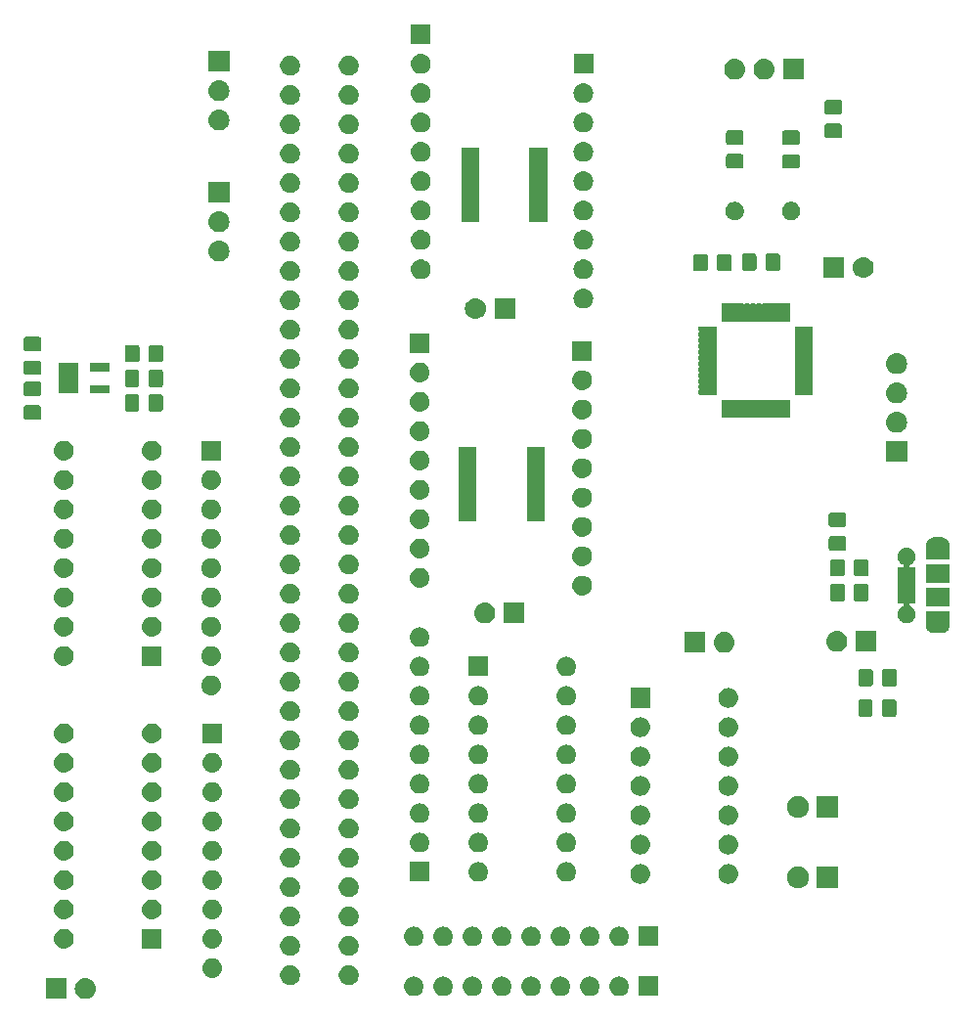
<source format=gbr>
G04 #@! TF.GenerationSoftware,KiCad,Pcbnew,(5.1.4)-1*
G04 #@! TF.CreationDate,2021-02-25T01:02:42-03:00*
G04 #@! TF.ProjectId,Flash,466c6173-682e-46b6-9963-61645f706362,rev?*
G04 #@! TF.SameCoordinates,Original*
G04 #@! TF.FileFunction,Soldermask,Top*
G04 #@! TF.FilePolarity,Negative*
%FSLAX46Y46*%
G04 Gerber Fmt 4.6, Leading zero omitted, Abs format (unit mm)*
G04 Created by KiCad (PCBNEW (5.1.4)-1) date 2021-02-25 01:02:42*
%MOMM*%
%LPD*%
G04 APERTURE LIST*
%ADD10C,0.100000*%
G04 APERTURE END LIST*
D10*
G36*
X87181643Y-103397919D02*
G01*
X87247827Y-103404437D01*
X87417666Y-103455957D01*
X87417668Y-103455958D01*
X87495928Y-103497789D01*
X87574191Y-103539622D01*
X87609929Y-103568952D01*
X87711386Y-103652214D01*
X87794648Y-103753671D01*
X87823978Y-103789409D01*
X87907643Y-103945934D01*
X87959163Y-104115773D01*
X87976559Y-104292400D01*
X87959163Y-104469027D01*
X87907643Y-104638866D01*
X87823978Y-104795391D01*
X87820027Y-104800205D01*
X87711386Y-104932586D01*
X87609929Y-105015848D01*
X87574191Y-105045178D01*
X87417666Y-105128843D01*
X87247827Y-105180363D01*
X87181643Y-105186881D01*
X87115460Y-105193400D01*
X87026940Y-105193400D01*
X86960757Y-105186881D01*
X86894573Y-105180363D01*
X86724734Y-105128843D01*
X86568209Y-105045178D01*
X86532471Y-105015848D01*
X86431014Y-104932586D01*
X86322373Y-104800205D01*
X86318422Y-104795391D01*
X86234757Y-104638866D01*
X86183237Y-104469027D01*
X86165841Y-104292400D01*
X86183237Y-104115773D01*
X86234757Y-103945934D01*
X86318422Y-103789409D01*
X86347752Y-103753671D01*
X86431014Y-103652214D01*
X86532471Y-103568952D01*
X86568209Y-103539622D01*
X86646472Y-103497789D01*
X86724732Y-103455958D01*
X86724734Y-103455957D01*
X86894573Y-103404437D01*
X86960758Y-103397918D01*
X87026940Y-103391400D01*
X87115460Y-103391400D01*
X87181643Y-103397919D01*
X87181643Y-103397919D01*
G37*
G36*
X85432200Y-105193400D02*
G01*
X83630200Y-105193400D01*
X83630200Y-103391400D01*
X85432200Y-103391400D01*
X85432200Y-105193400D01*
X85432200Y-105193400D01*
G37*
G36*
X130926023Y-103250513D02*
G01*
X131086442Y-103299176D01*
X131187300Y-103353086D01*
X131234278Y-103378196D01*
X131363859Y-103484541D01*
X131470204Y-103614122D01*
X131470205Y-103614124D01*
X131549224Y-103761958D01*
X131597887Y-103922377D01*
X131614317Y-104089200D01*
X131597887Y-104256023D01*
X131549224Y-104416442D01*
X131478314Y-104549106D01*
X131470204Y-104564278D01*
X131363859Y-104693859D01*
X131234278Y-104800204D01*
X131234276Y-104800205D01*
X131086442Y-104879224D01*
X130926023Y-104927887D01*
X130801004Y-104940200D01*
X130717396Y-104940200D01*
X130592377Y-104927887D01*
X130431958Y-104879224D01*
X130284124Y-104800205D01*
X130284122Y-104800204D01*
X130154541Y-104693859D01*
X130048196Y-104564278D01*
X130040086Y-104549106D01*
X129969176Y-104416442D01*
X129920513Y-104256023D01*
X129904083Y-104089200D01*
X129920513Y-103922377D01*
X129969176Y-103761958D01*
X130048195Y-103614124D01*
X130048196Y-103614122D01*
X130154541Y-103484541D01*
X130284122Y-103378196D01*
X130331100Y-103353086D01*
X130431958Y-103299176D01*
X130592377Y-103250513D01*
X130717396Y-103238200D01*
X130801004Y-103238200D01*
X130926023Y-103250513D01*
X130926023Y-103250513D01*
G37*
G36*
X128386023Y-103250513D02*
G01*
X128546442Y-103299176D01*
X128647300Y-103353086D01*
X128694278Y-103378196D01*
X128823859Y-103484541D01*
X128930204Y-103614122D01*
X128930205Y-103614124D01*
X129009224Y-103761958D01*
X129057887Y-103922377D01*
X129074317Y-104089200D01*
X129057887Y-104256023D01*
X129009224Y-104416442D01*
X128938314Y-104549106D01*
X128930204Y-104564278D01*
X128823859Y-104693859D01*
X128694278Y-104800204D01*
X128694276Y-104800205D01*
X128546442Y-104879224D01*
X128386023Y-104927887D01*
X128261004Y-104940200D01*
X128177396Y-104940200D01*
X128052377Y-104927887D01*
X127891958Y-104879224D01*
X127744124Y-104800205D01*
X127744122Y-104800204D01*
X127614541Y-104693859D01*
X127508196Y-104564278D01*
X127500086Y-104549106D01*
X127429176Y-104416442D01*
X127380513Y-104256023D01*
X127364083Y-104089200D01*
X127380513Y-103922377D01*
X127429176Y-103761958D01*
X127508195Y-103614124D01*
X127508196Y-103614122D01*
X127614541Y-103484541D01*
X127744122Y-103378196D01*
X127791100Y-103353086D01*
X127891958Y-103299176D01*
X128052377Y-103250513D01*
X128177396Y-103238200D01*
X128261004Y-103238200D01*
X128386023Y-103250513D01*
X128386023Y-103250513D01*
G37*
G36*
X115686023Y-103250513D02*
G01*
X115846442Y-103299176D01*
X115947300Y-103353086D01*
X115994278Y-103378196D01*
X116123859Y-103484541D01*
X116230204Y-103614122D01*
X116230205Y-103614124D01*
X116309224Y-103761958D01*
X116357887Y-103922377D01*
X116374317Y-104089200D01*
X116357887Y-104256023D01*
X116309224Y-104416442D01*
X116238314Y-104549106D01*
X116230204Y-104564278D01*
X116123859Y-104693859D01*
X115994278Y-104800204D01*
X115994276Y-104800205D01*
X115846442Y-104879224D01*
X115686023Y-104927887D01*
X115561004Y-104940200D01*
X115477396Y-104940200D01*
X115352377Y-104927887D01*
X115191958Y-104879224D01*
X115044124Y-104800205D01*
X115044122Y-104800204D01*
X114914541Y-104693859D01*
X114808196Y-104564278D01*
X114800086Y-104549106D01*
X114729176Y-104416442D01*
X114680513Y-104256023D01*
X114664083Y-104089200D01*
X114680513Y-103922377D01*
X114729176Y-103761958D01*
X114808195Y-103614124D01*
X114808196Y-103614122D01*
X114914541Y-103484541D01*
X115044122Y-103378196D01*
X115091100Y-103353086D01*
X115191958Y-103299176D01*
X115352377Y-103250513D01*
X115477396Y-103238200D01*
X115561004Y-103238200D01*
X115686023Y-103250513D01*
X115686023Y-103250513D01*
G37*
G36*
X118226023Y-103250513D02*
G01*
X118386442Y-103299176D01*
X118487300Y-103353086D01*
X118534278Y-103378196D01*
X118663859Y-103484541D01*
X118770204Y-103614122D01*
X118770205Y-103614124D01*
X118849224Y-103761958D01*
X118897887Y-103922377D01*
X118914317Y-104089200D01*
X118897887Y-104256023D01*
X118849224Y-104416442D01*
X118778314Y-104549106D01*
X118770204Y-104564278D01*
X118663859Y-104693859D01*
X118534278Y-104800204D01*
X118534276Y-104800205D01*
X118386442Y-104879224D01*
X118226023Y-104927887D01*
X118101004Y-104940200D01*
X118017396Y-104940200D01*
X117892377Y-104927887D01*
X117731958Y-104879224D01*
X117584124Y-104800205D01*
X117584122Y-104800204D01*
X117454541Y-104693859D01*
X117348196Y-104564278D01*
X117340086Y-104549106D01*
X117269176Y-104416442D01*
X117220513Y-104256023D01*
X117204083Y-104089200D01*
X117220513Y-103922377D01*
X117269176Y-103761958D01*
X117348195Y-103614124D01*
X117348196Y-103614122D01*
X117454541Y-103484541D01*
X117584122Y-103378196D01*
X117631100Y-103353086D01*
X117731958Y-103299176D01*
X117892377Y-103250513D01*
X118017396Y-103238200D01*
X118101004Y-103238200D01*
X118226023Y-103250513D01*
X118226023Y-103250513D01*
G37*
G36*
X120766023Y-103250513D02*
G01*
X120926442Y-103299176D01*
X121027300Y-103353086D01*
X121074278Y-103378196D01*
X121203859Y-103484541D01*
X121310204Y-103614122D01*
X121310205Y-103614124D01*
X121389224Y-103761958D01*
X121437887Y-103922377D01*
X121454317Y-104089200D01*
X121437887Y-104256023D01*
X121389224Y-104416442D01*
X121318314Y-104549106D01*
X121310204Y-104564278D01*
X121203859Y-104693859D01*
X121074278Y-104800204D01*
X121074276Y-104800205D01*
X120926442Y-104879224D01*
X120766023Y-104927887D01*
X120641004Y-104940200D01*
X120557396Y-104940200D01*
X120432377Y-104927887D01*
X120271958Y-104879224D01*
X120124124Y-104800205D01*
X120124122Y-104800204D01*
X119994541Y-104693859D01*
X119888196Y-104564278D01*
X119880086Y-104549106D01*
X119809176Y-104416442D01*
X119760513Y-104256023D01*
X119744083Y-104089200D01*
X119760513Y-103922377D01*
X119809176Y-103761958D01*
X119888195Y-103614124D01*
X119888196Y-103614122D01*
X119994541Y-103484541D01*
X120124122Y-103378196D01*
X120171100Y-103353086D01*
X120271958Y-103299176D01*
X120432377Y-103250513D01*
X120557396Y-103238200D01*
X120641004Y-103238200D01*
X120766023Y-103250513D01*
X120766023Y-103250513D01*
G37*
G36*
X125846023Y-103250513D02*
G01*
X126006442Y-103299176D01*
X126107300Y-103353086D01*
X126154278Y-103378196D01*
X126283859Y-103484541D01*
X126390204Y-103614122D01*
X126390205Y-103614124D01*
X126469224Y-103761958D01*
X126517887Y-103922377D01*
X126534317Y-104089200D01*
X126517887Y-104256023D01*
X126469224Y-104416442D01*
X126398314Y-104549106D01*
X126390204Y-104564278D01*
X126283859Y-104693859D01*
X126154278Y-104800204D01*
X126154276Y-104800205D01*
X126006442Y-104879224D01*
X125846023Y-104927887D01*
X125721004Y-104940200D01*
X125637396Y-104940200D01*
X125512377Y-104927887D01*
X125351958Y-104879224D01*
X125204124Y-104800205D01*
X125204122Y-104800204D01*
X125074541Y-104693859D01*
X124968196Y-104564278D01*
X124960086Y-104549106D01*
X124889176Y-104416442D01*
X124840513Y-104256023D01*
X124824083Y-104089200D01*
X124840513Y-103922377D01*
X124889176Y-103761958D01*
X124968195Y-103614124D01*
X124968196Y-103614122D01*
X125074541Y-103484541D01*
X125204122Y-103378196D01*
X125251100Y-103353086D01*
X125351958Y-103299176D01*
X125512377Y-103250513D01*
X125637396Y-103238200D01*
X125721004Y-103238200D01*
X125846023Y-103250513D01*
X125846023Y-103250513D01*
G37*
G36*
X123306023Y-103250513D02*
G01*
X123466442Y-103299176D01*
X123567300Y-103353086D01*
X123614278Y-103378196D01*
X123743859Y-103484541D01*
X123850204Y-103614122D01*
X123850205Y-103614124D01*
X123929224Y-103761958D01*
X123977887Y-103922377D01*
X123994317Y-104089200D01*
X123977887Y-104256023D01*
X123929224Y-104416442D01*
X123858314Y-104549106D01*
X123850204Y-104564278D01*
X123743859Y-104693859D01*
X123614278Y-104800204D01*
X123614276Y-104800205D01*
X123466442Y-104879224D01*
X123306023Y-104927887D01*
X123181004Y-104940200D01*
X123097396Y-104940200D01*
X122972377Y-104927887D01*
X122811958Y-104879224D01*
X122664124Y-104800205D01*
X122664122Y-104800204D01*
X122534541Y-104693859D01*
X122428196Y-104564278D01*
X122420086Y-104549106D01*
X122349176Y-104416442D01*
X122300513Y-104256023D01*
X122284083Y-104089200D01*
X122300513Y-103922377D01*
X122349176Y-103761958D01*
X122428195Y-103614124D01*
X122428196Y-103614122D01*
X122534541Y-103484541D01*
X122664122Y-103378196D01*
X122711100Y-103353086D01*
X122811958Y-103299176D01*
X122972377Y-103250513D01*
X123097396Y-103238200D01*
X123181004Y-103238200D01*
X123306023Y-103250513D01*
X123306023Y-103250513D01*
G37*
G36*
X136690200Y-104940200D02*
G01*
X134988200Y-104940200D01*
X134988200Y-103238200D01*
X136690200Y-103238200D01*
X136690200Y-104940200D01*
X136690200Y-104940200D01*
G37*
G36*
X133466023Y-103250513D02*
G01*
X133626442Y-103299176D01*
X133727300Y-103353086D01*
X133774278Y-103378196D01*
X133903859Y-103484541D01*
X134010204Y-103614122D01*
X134010205Y-103614124D01*
X134089224Y-103761958D01*
X134137887Y-103922377D01*
X134154317Y-104089200D01*
X134137887Y-104256023D01*
X134089224Y-104416442D01*
X134018314Y-104549106D01*
X134010204Y-104564278D01*
X133903859Y-104693859D01*
X133774278Y-104800204D01*
X133774276Y-104800205D01*
X133626442Y-104879224D01*
X133466023Y-104927887D01*
X133341004Y-104940200D01*
X133257396Y-104940200D01*
X133132377Y-104927887D01*
X132971958Y-104879224D01*
X132824124Y-104800205D01*
X132824122Y-104800204D01*
X132694541Y-104693859D01*
X132588196Y-104564278D01*
X132580086Y-104549106D01*
X132509176Y-104416442D01*
X132460513Y-104256023D01*
X132444083Y-104089200D01*
X132460513Y-103922377D01*
X132509176Y-103761958D01*
X132588195Y-103614124D01*
X132588196Y-103614122D01*
X132694541Y-103484541D01*
X132824122Y-103378196D01*
X132871100Y-103353086D01*
X132971958Y-103299176D01*
X133132377Y-103250513D01*
X133257396Y-103238200D01*
X133341004Y-103238200D01*
X133466023Y-103250513D01*
X133466023Y-103250513D01*
G37*
G36*
X105052303Y-102293587D02*
G01*
X105209468Y-102358687D01*
X105350913Y-102453198D01*
X105471202Y-102573487D01*
X105565713Y-102714932D01*
X105630813Y-102872097D01*
X105664000Y-103038943D01*
X105664000Y-103209057D01*
X105630813Y-103375903D01*
X105565713Y-103533068D01*
X105471202Y-103674513D01*
X105350913Y-103794802D01*
X105209468Y-103889313D01*
X105052303Y-103954413D01*
X104885457Y-103987600D01*
X104715343Y-103987600D01*
X104548497Y-103954413D01*
X104391332Y-103889313D01*
X104249887Y-103794802D01*
X104129598Y-103674513D01*
X104035087Y-103533068D01*
X103969987Y-103375903D01*
X103936800Y-103209057D01*
X103936800Y-103038943D01*
X103969987Y-102872097D01*
X104035087Y-102714932D01*
X104129598Y-102573487D01*
X104249887Y-102453198D01*
X104391332Y-102358687D01*
X104548497Y-102293587D01*
X104715343Y-102260400D01*
X104885457Y-102260400D01*
X105052303Y-102293587D01*
X105052303Y-102293587D01*
G37*
G36*
X110132303Y-102293587D02*
G01*
X110289468Y-102358687D01*
X110430913Y-102453198D01*
X110551202Y-102573487D01*
X110645713Y-102714932D01*
X110710813Y-102872097D01*
X110744000Y-103038943D01*
X110744000Y-103209057D01*
X110710813Y-103375903D01*
X110645713Y-103533068D01*
X110551202Y-103674513D01*
X110430913Y-103794802D01*
X110289468Y-103889313D01*
X110132303Y-103954413D01*
X109965457Y-103987600D01*
X109795343Y-103987600D01*
X109628497Y-103954413D01*
X109471332Y-103889313D01*
X109329887Y-103794802D01*
X109209598Y-103674513D01*
X109115087Y-103533068D01*
X109049987Y-103375903D01*
X109016800Y-103209057D01*
X109016800Y-103038943D01*
X109049987Y-102872097D01*
X109115087Y-102714932D01*
X109209598Y-102573487D01*
X109329887Y-102453198D01*
X109471332Y-102358687D01*
X109628497Y-102293587D01*
X109795343Y-102260400D01*
X109965457Y-102260400D01*
X110132303Y-102293587D01*
X110132303Y-102293587D01*
G37*
G36*
X98236223Y-101675713D02*
G01*
X98396642Y-101724376D01*
X98529306Y-101795286D01*
X98544478Y-101803396D01*
X98674059Y-101909741D01*
X98780404Y-102039322D01*
X98780405Y-102039324D01*
X98859424Y-102187158D01*
X98908087Y-102347577D01*
X98924517Y-102514400D01*
X98908087Y-102681223D01*
X98859424Y-102841642D01*
X98788514Y-102974306D01*
X98780404Y-102989478D01*
X98674059Y-103119059D01*
X98544478Y-103225404D01*
X98544476Y-103225405D01*
X98396642Y-103304424D01*
X98236223Y-103353087D01*
X98111204Y-103365400D01*
X98027596Y-103365400D01*
X97902577Y-103353087D01*
X97742158Y-103304424D01*
X97594324Y-103225405D01*
X97594322Y-103225404D01*
X97464741Y-103119059D01*
X97358396Y-102989478D01*
X97350286Y-102974306D01*
X97279376Y-102841642D01*
X97230713Y-102681223D01*
X97214283Y-102514400D01*
X97230713Y-102347577D01*
X97279376Y-102187158D01*
X97358395Y-102039324D01*
X97358396Y-102039322D01*
X97464741Y-101909741D01*
X97594322Y-101803396D01*
X97609494Y-101795286D01*
X97742158Y-101724376D01*
X97902577Y-101675713D01*
X98027596Y-101663400D01*
X98111204Y-101663400D01*
X98236223Y-101675713D01*
X98236223Y-101675713D01*
G37*
G36*
X110132303Y-99753587D02*
G01*
X110289468Y-99818687D01*
X110430913Y-99913198D01*
X110551202Y-100033487D01*
X110645713Y-100174932D01*
X110710813Y-100332097D01*
X110744000Y-100498943D01*
X110744000Y-100669057D01*
X110710813Y-100835903D01*
X110645713Y-100993068D01*
X110551202Y-101134513D01*
X110430913Y-101254802D01*
X110289468Y-101349313D01*
X110132303Y-101414413D01*
X109965457Y-101447600D01*
X109795343Y-101447600D01*
X109628497Y-101414413D01*
X109471332Y-101349313D01*
X109329887Y-101254802D01*
X109209598Y-101134513D01*
X109115087Y-100993068D01*
X109049987Y-100835903D01*
X109016800Y-100669057D01*
X109016800Y-100498943D01*
X109049987Y-100332097D01*
X109115087Y-100174932D01*
X109209598Y-100033487D01*
X109329887Y-99913198D01*
X109471332Y-99818687D01*
X109628497Y-99753587D01*
X109795343Y-99720400D01*
X109965457Y-99720400D01*
X110132303Y-99753587D01*
X110132303Y-99753587D01*
G37*
G36*
X105052303Y-99753587D02*
G01*
X105209468Y-99818687D01*
X105350913Y-99913198D01*
X105471202Y-100033487D01*
X105565713Y-100174932D01*
X105630813Y-100332097D01*
X105664000Y-100498943D01*
X105664000Y-100669057D01*
X105630813Y-100835903D01*
X105565713Y-100993068D01*
X105471202Y-101134513D01*
X105350913Y-101254802D01*
X105209468Y-101349313D01*
X105052303Y-101414413D01*
X104885457Y-101447600D01*
X104715343Y-101447600D01*
X104548497Y-101414413D01*
X104391332Y-101349313D01*
X104249887Y-101254802D01*
X104129598Y-101134513D01*
X104035087Y-100993068D01*
X103969987Y-100835903D01*
X103936800Y-100669057D01*
X103936800Y-100498943D01*
X103969987Y-100332097D01*
X104035087Y-100174932D01*
X104129598Y-100033487D01*
X104249887Y-99913198D01*
X104391332Y-99818687D01*
X104548497Y-99753587D01*
X104715343Y-99720400D01*
X104885457Y-99720400D01*
X105052303Y-99753587D01*
X105052303Y-99753587D01*
G37*
G36*
X85383823Y-99135713D02*
G01*
X85544242Y-99184376D01*
X85676906Y-99255286D01*
X85692078Y-99263396D01*
X85821659Y-99369741D01*
X85928004Y-99499322D01*
X85928005Y-99499324D01*
X86007024Y-99647158D01*
X86055687Y-99807577D01*
X86072117Y-99974400D01*
X86055687Y-100141223D01*
X86007024Y-100301642D01*
X85967354Y-100375859D01*
X85928004Y-100449478D01*
X85821659Y-100579059D01*
X85692078Y-100685404D01*
X85692076Y-100685405D01*
X85544242Y-100764424D01*
X85383823Y-100813087D01*
X85258804Y-100825400D01*
X85175196Y-100825400D01*
X85050177Y-100813087D01*
X84889758Y-100764424D01*
X84741924Y-100685405D01*
X84741922Y-100685404D01*
X84612341Y-100579059D01*
X84505996Y-100449478D01*
X84466646Y-100375859D01*
X84426976Y-100301642D01*
X84378313Y-100141223D01*
X84361883Y-99974400D01*
X84378313Y-99807577D01*
X84426976Y-99647158D01*
X84505995Y-99499324D01*
X84505996Y-99499322D01*
X84612341Y-99369741D01*
X84741922Y-99263396D01*
X84757094Y-99255286D01*
X84889758Y-99184376D01*
X85050177Y-99135713D01*
X85175196Y-99123400D01*
X85258804Y-99123400D01*
X85383823Y-99135713D01*
X85383823Y-99135713D01*
G37*
G36*
X93688000Y-100825400D02*
G01*
X91986000Y-100825400D01*
X91986000Y-99123400D01*
X93688000Y-99123400D01*
X93688000Y-100825400D01*
X93688000Y-100825400D01*
G37*
G36*
X98236223Y-99135713D02*
G01*
X98396642Y-99184376D01*
X98529306Y-99255286D01*
X98544478Y-99263396D01*
X98674059Y-99369741D01*
X98780404Y-99499322D01*
X98780405Y-99499324D01*
X98859424Y-99647158D01*
X98908087Y-99807577D01*
X98924517Y-99974400D01*
X98908087Y-100141223D01*
X98859424Y-100301642D01*
X98819754Y-100375859D01*
X98780404Y-100449478D01*
X98674059Y-100579059D01*
X98544478Y-100685404D01*
X98544476Y-100685405D01*
X98396642Y-100764424D01*
X98236223Y-100813087D01*
X98111204Y-100825400D01*
X98027596Y-100825400D01*
X97902577Y-100813087D01*
X97742158Y-100764424D01*
X97594324Y-100685405D01*
X97594322Y-100685404D01*
X97464741Y-100579059D01*
X97358396Y-100449478D01*
X97319046Y-100375859D01*
X97279376Y-100301642D01*
X97230713Y-100141223D01*
X97214283Y-99974400D01*
X97230713Y-99807577D01*
X97279376Y-99647158D01*
X97358395Y-99499324D01*
X97358396Y-99499322D01*
X97464741Y-99369741D01*
X97594322Y-99263396D01*
X97609494Y-99255286D01*
X97742158Y-99184376D01*
X97902577Y-99135713D01*
X98027596Y-99123400D01*
X98111204Y-99123400D01*
X98236223Y-99135713D01*
X98236223Y-99135713D01*
G37*
G36*
X123306023Y-98932513D02*
G01*
X123466442Y-98981176D01*
X123599106Y-99052086D01*
X123614278Y-99060196D01*
X123743859Y-99166541D01*
X123850204Y-99296122D01*
X123850205Y-99296124D01*
X123929224Y-99443958D01*
X123977887Y-99604377D01*
X123994317Y-99771200D01*
X123977887Y-99938023D01*
X123929224Y-100098442D01*
X123858314Y-100231106D01*
X123850204Y-100246278D01*
X123743859Y-100375859D01*
X123614278Y-100482204D01*
X123614276Y-100482205D01*
X123466442Y-100561224D01*
X123306023Y-100609887D01*
X123181004Y-100622200D01*
X123097396Y-100622200D01*
X122972377Y-100609887D01*
X122811958Y-100561224D01*
X122664124Y-100482205D01*
X122664122Y-100482204D01*
X122534541Y-100375859D01*
X122428196Y-100246278D01*
X122420086Y-100231106D01*
X122349176Y-100098442D01*
X122300513Y-99938023D01*
X122284083Y-99771200D01*
X122300513Y-99604377D01*
X122349176Y-99443958D01*
X122428195Y-99296124D01*
X122428196Y-99296122D01*
X122534541Y-99166541D01*
X122664122Y-99060196D01*
X122679294Y-99052086D01*
X122811958Y-98981176D01*
X122972377Y-98932513D01*
X123097396Y-98920200D01*
X123181004Y-98920200D01*
X123306023Y-98932513D01*
X123306023Y-98932513D01*
G37*
G36*
X133466023Y-98932513D02*
G01*
X133626442Y-98981176D01*
X133759106Y-99052086D01*
X133774278Y-99060196D01*
X133903859Y-99166541D01*
X134010204Y-99296122D01*
X134010205Y-99296124D01*
X134089224Y-99443958D01*
X134137887Y-99604377D01*
X134154317Y-99771200D01*
X134137887Y-99938023D01*
X134089224Y-100098442D01*
X134018314Y-100231106D01*
X134010204Y-100246278D01*
X133903859Y-100375859D01*
X133774278Y-100482204D01*
X133774276Y-100482205D01*
X133626442Y-100561224D01*
X133466023Y-100609887D01*
X133341004Y-100622200D01*
X133257396Y-100622200D01*
X133132377Y-100609887D01*
X132971958Y-100561224D01*
X132824124Y-100482205D01*
X132824122Y-100482204D01*
X132694541Y-100375859D01*
X132588196Y-100246278D01*
X132580086Y-100231106D01*
X132509176Y-100098442D01*
X132460513Y-99938023D01*
X132444083Y-99771200D01*
X132460513Y-99604377D01*
X132509176Y-99443958D01*
X132588195Y-99296124D01*
X132588196Y-99296122D01*
X132694541Y-99166541D01*
X132824122Y-99060196D01*
X132839294Y-99052086D01*
X132971958Y-98981176D01*
X133132377Y-98932513D01*
X133257396Y-98920200D01*
X133341004Y-98920200D01*
X133466023Y-98932513D01*
X133466023Y-98932513D01*
G37*
G36*
X130926023Y-98932513D02*
G01*
X131086442Y-98981176D01*
X131219106Y-99052086D01*
X131234278Y-99060196D01*
X131363859Y-99166541D01*
X131470204Y-99296122D01*
X131470205Y-99296124D01*
X131549224Y-99443958D01*
X131597887Y-99604377D01*
X131614317Y-99771200D01*
X131597887Y-99938023D01*
X131549224Y-100098442D01*
X131478314Y-100231106D01*
X131470204Y-100246278D01*
X131363859Y-100375859D01*
X131234278Y-100482204D01*
X131234276Y-100482205D01*
X131086442Y-100561224D01*
X130926023Y-100609887D01*
X130801004Y-100622200D01*
X130717396Y-100622200D01*
X130592377Y-100609887D01*
X130431958Y-100561224D01*
X130284124Y-100482205D01*
X130284122Y-100482204D01*
X130154541Y-100375859D01*
X130048196Y-100246278D01*
X130040086Y-100231106D01*
X129969176Y-100098442D01*
X129920513Y-99938023D01*
X129904083Y-99771200D01*
X129920513Y-99604377D01*
X129969176Y-99443958D01*
X130048195Y-99296124D01*
X130048196Y-99296122D01*
X130154541Y-99166541D01*
X130284122Y-99060196D01*
X130299294Y-99052086D01*
X130431958Y-98981176D01*
X130592377Y-98932513D01*
X130717396Y-98920200D01*
X130801004Y-98920200D01*
X130926023Y-98932513D01*
X130926023Y-98932513D01*
G37*
G36*
X128386023Y-98932513D02*
G01*
X128546442Y-98981176D01*
X128679106Y-99052086D01*
X128694278Y-99060196D01*
X128823859Y-99166541D01*
X128930204Y-99296122D01*
X128930205Y-99296124D01*
X129009224Y-99443958D01*
X129057887Y-99604377D01*
X129074317Y-99771200D01*
X129057887Y-99938023D01*
X129009224Y-100098442D01*
X128938314Y-100231106D01*
X128930204Y-100246278D01*
X128823859Y-100375859D01*
X128694278Y-100482204D01*
X128694276Y-100482205D01*
X128546442Y-100561224D01*
X128386023Y-100609887D01*
X128261004Y-100622200D01*
X128177396Y-100622200D01*
X128052377Y-100609887D01*
X127891958Y-100561224D01*
X127744124Y-100482205D01*
X127744122Y-100482204D01*
X127614541Y-100375859D01*
X127508196Y-100246278D01*
X127500086Y-100231106D01*
X127429176Y-100098442D01*
X127380513Y-99938023D01*
X127364083Y-99771200D01*
X127380513Y-99604377D01*
X127429176Y-99443958D01*
X127508195Y-99296124D01*
X127508196Y-99296122D01*
X127614541Y-99166541D01*
X127744122Y-99060196D01*
X127759294Y-99052086D01*
X127891958Y-98981176D01*
X128052377Y-98932513D01*
X128177396Y-98920200D01*
X128261004Y-98920200D01*
X128386023Y-98932513D01*
X128386023Y-98932513D01*
G37*
G36*
X125846023Y-98932513D02*
G01*
X126006442Y-98981176D01*
X126139106Y-99052086D01*
X126154278Y-99060196D01*
X126283859Y-99166541D01*
X126390204Y-99296122D01*
X126390205Y-99296124D01*
X126469224Y-99443958D01*
X126517887Y-99604377D01*
X126534317Y-99771200D01*
X126517887Y-99938023D01*
X126469224Y-100098442D01*
X126398314Y-100231106D01*
X126390204Y-100246278D01*
X126283859Y-100375859D01*
X126154278Y-100482204D01*
X126154276Y-100482205D01*
X126006442Y-100561224D01*
X125846023Y-100609887D01*
X125721004Y-100622200D01*
X125637396Y-100622200D01*
X125512377Y-100609887D01*
X125351958Y-100561224D01*
X125204124Y-100482205D01*
X125204122Y-100482204D01*
X125074541Y-100375859D01*
X124968196Y-100246278D01*
X124960086Y-100231106D01*
X124889176Y-100098442D01*
X124840513Y-99938023D01*
X124824083Y-99771200D01*
X124840513Y-99604377D01*
X124889176Y-99443958D01*
X124968195Y-99296124D01*
X124968196Y-99296122D01*
X125074541Y-99166541D01*
X125204122Y-99060196D01*
X125219294Y-99052086D01*
X125351958Y-98981176D01*
X125512377Y-98932513D01*
X125637396Y-98920200D01*
X125721004Y-98920200D01*
X125846023Y-98932513D01*
X125846023Y-98932513D01*
G37*
G36*
X115686023Y-98932513D02*
G01*
X115846442Y-98981176D01*
X115979106Y-99052086D01*
X115994278Y-99060196D01*
X116123859Y-99166541D01*
X116230204Y-99296122D01*
X116230205Y-99296124D01*
X116309224Y-99443958D01*
X116357887Y-99604377D01*
X116374317Y-99771200D01*
X116357887Y-99938023D01*
X116309224Y-100098442D01*
X116238314Y-100231106D01*
X116230204Y-100246278D01*
X116123859Y-100375859D01*
X115994278Y-100482204D01*
X115994276Y-100482205D01*
X115846442Y-100561224D01*
X115686023Y-100609887D01*
X115561004Y-100622200D01*
X115477396Y-100622200D01*
X115352377Y-100609887D01*
X115191958Y-100561224D01*
X115044124Y-100482205D01*
X115044122Y-100482204D01*
X114914541Y-100375859D01*
X114808196Y-100246278D01*
X114800086Y-100231106D01*
X114729176Y-100098442D01*
X114680513Y-99938023D01*
X114664083Y-99771200D01*
X114680513Y-99604377D01*
X114729176Y-99443958D01*
X114808195Y-99296124D01*
X114808196Y-99296122D01*
X114914541Y-99166541D01*
X115044122Y-99060196D01*
X115059294Y-99052086D01*
X115191958Y-98981176D01*
X115352377Y-98932513D01*
X115477396Y-98920200D01*
X115561004Y-98920200D01*
X115686023Y-98932513D01*
X115686023Y-98932513D01*
G37*
G36*
X118226023Y-98932513D02*
G01*
X118386442Y-98981176D01*
X118519106Y-99052086D01*
X118534278Y-99060196D01*
X118663859Y-99166541D01*
X118770204Y-99296122D01*
X118770205Y-99296124D01*
X118849224Y-99443958D01*
X118897887Y-99604377D01*
X118914317Y-99771200D01*
X118897887Y-99938023D01*
X118849224Y-100098442D01*
X118778314Y-100231106D01*
X118770204Y-100246278D01*
X118663859Y-100375859D01*
X118534278Y-100482204D01*
X118534276Y-100482205D01*
X118386442Y-100561224D01*
X118226023Y-100609887D01*
X118101004Y-100622200D01*
X118017396Y-100622200D01*
X117892377Y-100609887D01*
X117731958Y-100561224D01*
X117584124Y-100482205D01*
X117584122Y-100482204D01*
X117454541Y-100375859D01*
X117348196Y-100246278D01*
X117340086Y-100231106D01*
X117269176Y-100098442D01*
X117220513Y-99938023D01*
X117204083Y-99771200D01*
X117220513Y-99604377D01*
X117269176Y-99443958D01*
X117348195Y-99296124D01*
X117348196Y-99296122D01*
X117454541Y-99166541D01*
X117584122Y-99060196D01*
X117599294Y-99052086D01*
X117731958Y-98981176D01*
X117892377Y-98932513D01*
X118017396Y-98920200D01*
X118101004Y-98920200D01*
X118226023Y-98932513D01*
X118226023Y-98932513D01*
G37*
G36*
X120766023Y-98932513D02*
G01*
X120926442Y-98981176D01*
X121059106Y-99052086D01*
X121074278Y-99060196D01*
X121203859Y-99166541D01*
X121310204Y-99296122D01*
X121310205Y-99296124D01*
X121389224Y-99443958D01*
X121437887Y-99604377D01*
X121454317Y-99771200D01*
X121437887Y-99938023D01*
X121389224Y-100098442D01*
X121318314Y-100231106D01*
X121310204Y-100246278D01*
X121203859Y-100375859D01*
X121074278Y-100482204D01*
X121074276Y-100482205D01*
X120926442Y-100561224D01*
X120766023Y-100609887D01*
X120641004Y-100622200D01*
X120557396Y-100622200D01*
X120432377Y-100609887D01*
X120271958Y-100561224D01*
X120124124Y-100482205D01*
X120124122Y-100482204D01*
X119994541Y-100375859D01*
X119888196Y-100246278D01*
X119880086Y-100231106D01*
X119809176Y-100098442D01*
X119760513Y-99938023D01*
X119744083Y-99771200D01*
X119760513Y-99604377D01*
X119809176Y-99443958D01*
X119888195Y-99296124D01*
X119888196Y-99296122D01*
X119994541Y-99166541D01*
X120124122Y-99060196D01*
X120139294Y-99052086D01*
X120271958Y-98981176D01*
X120432377Y-98932513D01*
X120557396Y-98920200D01*
X120641004Y-98920200D01*
X120766023Y-98932513D01*
X120766023Y-98932513D01*
G37*
G36*
X136690200Y-100622200D02*
G01*
X134988200Y-100622200D01*
X134988200Y-98920200D01*
X136690200Y-98920200D01*
X136690200Y-100622200D01*
X136690200Y-100622200D01*
G37*
G36*
X105052303Y-97213587D02*
G01*
X105209468Y-97278687D01*
X105350913Y-97373198D01*
X105471202Y-97493487D01*
X105565713Y-97634932D01*
X105630813Y-97792097D01*
X105664000Y-97958943D01*
X105664000Y-98129057D01*
X105630813Y-98295903D01*
X105565713Y-98453068D01*
X105471202Y-98594513D01*
X105350913Y-98714802D01*
X105209468Y-98809313D01*
X105052303Y-98874413D01*
X104885457Y-98907600D01*
X104715343Y-98907600D01*
X104548497Y-98874413D01*
X104391332Y-98809313D01*
X104249887Y-98714802D01*
X104129598Y-98594513D01*
X104035087Y-98453068D01*
X103969987Y-98295903D01*
X103936800Y-98129057D01*
X103936800Y-97958943D01*
X103969987Y-97792097D01*
X104035087Y-97634932D01*
X104129598Y-97493487D01*
X104249887Y-97373198D01*
X104391332Y-97278687D01*
X104548497Y-97213587D01*
X104715343Y-97180400D01*
X104885457Y-97180400D01*
X105052303Y-97213587D01*
X105052303Y-97213587D01*
G37*
G36*
X110132303Y-97213587D02*
G01*
X110289468Y-97278687D01*
X110430913Y-97373198D01*
X110551202Y-97493487D01*
X110645713Y-97634932D01*
X110710813Y-97792097D01*
X110744000Y-97958943D01*
X110744000Y-98129057D01*
X110710813Y-98295903D01*
X110645713Y-98453068D01*
X110551202Y-98594513D01*
X110430913Y-98714802D01*
X110289468Y-98809313D01*
X110132303Y-98874413D01*
X109965457Y-98907600D01*
X109795343Y-98907600D01*
X109628497Y-98874413D01*
X109471332Y-98809313D01*
X109329887Y-98714802D01*
X109209598Y-98594513D01*
X109115087Y-98453068D01*
X109049987Y-98295903D01*
X109016800Y-98129057D01*
X109016800Y-97958943D01*
X109049987Y-97792097D01*
X109115087Y-97634932D01*
X109209598Y-97493487D01*
X109329887Y-97373198D01*
X109471332Y-97278687D01*
X109628497Y-97213587D01*
X109795343Y-97180400D01*
X109965457Y-97180400D01*
X110132303Y-97213587D01*
X110132303Y-97213587D01*
G37*
G36*
X98236223Y-96595713D02*
G01*
X98396642Y-96644376D01*
X98529306Y-96715286D01*
X98544478Y-96723396D01*
X98674059Y-96829741D01*
X98780404Y-96959322D01*
X98780405Y-96959324D01*
X98859424Y-97107158D01*
X98908087Y-97267577D01*
X98924517Y-97434400D01*
X98908087Y-97601223D01*
X98859424Y-97761642D01*
X98788514Y-97894306D01*
X98780404Y-97909478D01*
X98674059Y-98039059D01*
X98544478Y-98145404D01*
X98544476Y-98145405D01*
X98396642Y-98224424D01*
X98236223Y-98273087D01*
X98111204Y-98285400D01*
X98027596Y-98285400D01*
X97902577Y-98273087D01*
X97742158Y-98224424D01*
X97594324Y-98145405D01*
X97594322Y-98145404D01*
X97464741Y-98039059D01*
X97358396Y-97909478D01*
X97350286Y-97894306D01*
X97279376Y-97761642D01*
X97230713Y-97601223D01*
X97214283Y-97434400D01*
X97230713Y-97267577D01*
X97279376Y-97107158D01*
X97358395Y-96959324D01*
X97358396Y-96959322D01*
X97464741Y-96829741D01*
X97594322Y-96723396D01*
X97609494Y-96715286D01*
X97742158Y-96644376D01*
X97902577Y-96595713D01*
X98027596Y-96583400D01*
X98111204Y-96583400D01*
X98236223Y-96595713D01*
X98236223Y-96595713D01*
G37*
G36*
X93003823Y-96595713D02*
G01*
X93164242Y-96644376D01*
X93296906Y-96715286D01*
X93312078Y-96723396D01*
X93441659Y-96829741D01*
X93548004Y-96959322D01*
X93548005Y-96959324D01*
X93627024Y-97107158D01*
X93675687Y-97267577D01*
X93692117Y-97434400D01*
X93675687Y-97601223D01*
X93627024Y-97761642D01*
X93556114Y-97894306D01*
X93548004Y-97909478D01*
X93441659Y-98039059D01*
X93312078Y-98145404D01*
X93312076Y-98145405D01*
X93164242Y-98224424D01*
X93003823Y-98273087D01*
X92878804Y-98285400D01*
X92795196Y-98285400D01*
X92670177Y-98273087D01*
X92509758Y-98224424D01*
X92361924Y-98145405D01*
X92361922Y-98145404D01*
X92232341Y-98039059D01*
X92125996Y-97909478D01*
X92117886Y-97894306D01*
X92046976Y-97761642D01*
X91998313Y-97601223D01*
X91981883Y-97434400D01*
X91998313Y-97267577D01*
X92046976Y-97107158D01*
X92125995Y-96959324D01*
X92125996Y-96959322D01*
X92232341Y-96829741D01*
X92361922Y-96723396D01*
X92377094Y-96715286D01*
X92509758Y-96644376D01*
X92670177Y-96595713D01*
X92795196Y-96583400D01*
X92878804Y-96583400D01*
X93003823Y-96595713D01*
X93003823Y-96595713D01*
G37*
G36*
X85383823Y-96595713D02*
G01*
X85544242Y-96644376D01*
X85676906Y-96715286D01*
X85692078Y-96723396D01*
X85821659Y-96829741D01*
X85928004Y-96959322D01*
X85928005Y-96959324D01*
X86007024Y-97107158D01*
X86055687Y-97267577D01*
X86072117Y-97434400D01*
X86055687Y-97601223D01*
X86007024Y-97761642D01*
X85936114Y-97894306D01*
X85928004Y-97909478D01*
X85821659Y-98039059D01*
X85692078Y-98145404D01*
X85692076Y-98145405D01*
X85544242Y-98224424D01*
X85383823Y-98273087D01*
X85258804Y-98285400D01*
X85175196Y-98285400D01*
X85050177Y-98273087D01*
X84889758Y-98224424D01*
X84741924Y-98145405D01*
X84741922Y-98145404D01*
X84612341Y-98039059D01*
X84505996Y-97909478D01*
X84497886Y-97894306D01*
X84426976Y-97761642D01*
X84378313Y-97601223D01*
X84361883Y-97434400D01*
X84378313Y-97267577D01*
X84426976Y-97107158D01*
X84505995Y-96959324D01*
X84505996Y-96959322D01*
X84612341Y-96829741D01*
X84741922Y-96723396D01*
X84757094Y-96715286D01*
X84889758Y-96644376D01*
X85050177Y-96595713D01*
X85175196Y-96583400D01*
X85258804Y-96583400D01*
X85383823Y-96595713D01*
X85383823Y-96595713D01*
G37*
G36*
X110132303Y-94673587D02*
G01*
X110289468Y-94738687D01*
X110430913Y-94833198D01*
X110551202Y-94953487D01*
X110645713Y-95094932D01*
X110710813Y-95252097D01*
X110744000Y-95418943D01*
X110744000Y-95589057D01*
X110710813Y-95755903D01*
X110645713Y-95913068D01*
X110551202Y-96054513D01*
X110430913Y-96174802D01*
X110289468Y-96269313D01*
X110132303Y-96334413D01*
X109965457Y-96367600D01*
X109795343Y-96367600D01*
X109628497Y-96334413D01*
X109471332Y-96269313D01*
X109329887Y-96174802D01*
X109209598Y-96054513D01*
X109115087Y-95913068D01*
X109049987Y-95755903D01*
X109016800Y-95589057D01*
X109016800Y-95418943D01*
X109049987Y-95252097D01*
X109115087Y-95094932D01*
X109209598Y-94953487D01*
X109329887Y-94833198D01*
X109471332Y-94738687D01*
X109628497Y-94673587D01*
X109795343Y-94640400D01*
X109965457Y-94640400D01*
X110132303Y-94673587D01*
X110132303Y-94673587D01*
G37*
G36*
X105052303Y-94673587D02*
G01*
X105209468Y-94738687D01*
X105350913Y-94833198D01*
X105471202Y-94953487D01*
X105565713Y-95094932D01*
X105630813Y-95252097D01*
X105664000Y-95418943D01*
X105664000Y-95589057D01*
X105630813Y-95755903D01*
X105565713Y-95913068D01*
X105471202Y-96054513D01*
X105350913Y-96174802D01*
X105209468Y-96269313D01*
X105052303Y-96334413D01*
X104885457Y-96367600D01*
X104715343Y-96367600D01*
X104548497Y-96334413D01*
X104391332Y-96269313D01*
X104249887Y-96174802D01*
X104129598Y-96054513D01*
X104035087Y-95913068D01*
X103969987Y-95755903D01*
X103936800Y-95589057D01*
X103936800Y-95418943D01*
X103969987Y-95252097D01*
X104035087Y-95094932D01*
X104129598Y-94953487D01*
X104249887Y-94833198D01*
X104391332Y-94738687D01*
X104548497Y-94673587D01*
X104715343Y-94640400D01*
X104885457Y-94640400D01*
X105052303Y-94673587D01*
X105052303Y-94673587D01*
G37*
G36*
X98236223Y-94055713D02*
G01*
X98396642Y-94104376D01*
X98529306Y-94175286D01*
X98544478Y-94183396D01*
X98674059Y-94289741D01*
X98780404Y-94419322D01*
X98780405Y-94419324D01*
X98859424Y-94567158D01*
X98908087Y-94727577D01*
X98924517Y-94894400D01*
X98908087Y-95061223D01*
X98859424Y-95221642D01*
X98788514Y-95354306D01*
X98780404Y-95369478D01*
X98674059Y-95499059D01*
X98544478Y-95605404D01*
X98544476Y-95605405D01*
X98396642Y-95684424D01*
X98236223Y-95733087D01*
X98111204Y-95745400D01*
X98027596Y-95745400D01*
X97902577Y-95733087D01*
X97742158Y-95684424D01*
X97594324Y-95605405D01*
X97594322Y-95605404D01*
X97464741Y-95499059D01*
X97358396Y-95369478D01*
X97350286Y-95354306D01*
X97279376Y-95221642D01*
X97230713Y-95061223D01*
X97214283Y-94894400D01*
X97230713Y-94727577D01*
X97279376Y-94567158D01*
X97358395Y-94419324D01*
X97358396Y-94419322D01*
X97464741Y-94289741D01*
X97594322Y-94183396D01*
X97609494Y-94175286D01*
X97742158Y-94104376D01*
X97902577Y-94055713D01*
X98027596Y-94043400D01*
X98111204Y-94043400D01*
X98236223Y-94055713D01*
X98236223Y-94055713D01*
G37*
G36*
X93003823Y-94055713D02*
G01*
X93164242Y-94104376D01*
X93296906Y-94175286D01*
X93312078Y-94183396D01*
X93441659Y-94289741D01*
X93548004Y-94419322D01*
X93548005Y-94419324D01*
X93627024Y-94567158D01*
X93675687Y-94727577D01*
X93692117Y-94894400D01*
X93675687Y-95061223D01*
X93627024Y-95221642D01*
X93556114Y-95354306D01*
X93548004Y-95369478D01*
X93441659Y-95499059D01*
X93312078Y-95605404D01*
X93312076Y-95605405D01*
X93164242Y-95684424D01*
X93003823Y-95733087D01*
X92878804Y-95745400D01*
X92795196Y-95745400D01*
X92670177Y-95733087D01*
X92509758Y-95684424D01*
X92361924Y-95605405D01*
X92361922Y-95605404D01*
X92232341Y-95499059D01*
X92125996Y-95369478D01*
X92117886Y-95354306D01*
X92046976Y-95221642D01*
X91998313Y-95061223D01*
X91981883Y-94894400D01*
X91998313Y-94727577D01*
X92046976Y-94567158D01*
X92125995Y-94419324D01*
X92125996Y-94419322D01*
X92232341Y-94289741D01*
X92361922Y-94183396D01*
X92377094Y-94175286D01*
X92509758Y-94104376D01*
X92670177Y-94055713D01*
X92795196Y-94043400D01*
X92878804Y-94043400D01*
X93003823Y-94055713D01*
X93003823Y-94055713D01*
G37*
G36*
X85383823Y-94055713D02*
G01*
X85544242Y-94104376D01*
X85676906Y-94175286D01*
X85692078Y-94183396D01*
X85821659Y-94289741D01*
X85928004Y-94419322D01*
X85928005Y-94419324D01*
X86007024Y-94567158D01*
X86055687Y-94727577D01*
X86072117Y-94894400D01*
X86055687Y-95061223D01*
X86007024Y-95221642D01*
X85936114Y-95354306D01*
X85928004Y-95369478D01*
X85821659Y-95499059D01*
X85692078Y-95605404D01*
X85692076Y-95605405D01*
X85544242Y-95684424D01*
X85383823Y-95733087D01*
X85258804Y-95745400D01*
X85175196Y-95745400D01*
X85050177Y-95733087D01*
X84889758Y-95684424D01*
X84741924Y-95605405D01*
X84741922Y-95605404D01*
X84612341Y-95499059D01*
X84505996Y-95369478D01*
X84497886Y-95354306D01*
X84426976Y-95221642D01*
X84378313Y-95061223D01*
X84361883Y-94894400D01*
X84378313Y-94727577D01*
X84426976Y-94567158D01*
X84505995Y-94419324D01*
X84505996Y-94419322D01*
X84612341Y-94289741D01*
X84741922Y-94183396D01*
X84757094Y-94175286D01*
X84889758Y-94104376D01*
X85050177Y-94055713D01*
X85175196Y-94043400D01*
X85258804Y-94043400D01*
X85383823Y-94055713D01*
X85383823Y-94055713D01*
G37*
G36*
X149070595Y-93725946D02*
G01*
X149243666Y-93797634D01*
X149243667Y-93797635D01*
X149399427Y-93901710D01*
X149531890Y-94034173D01*
X149531891Y-94034175D01*
X149635966Y-94189934D01*
X149707654Y-94363005D01*
X149744200Y-94546733D01*
X149744200Y-94734067D01*
X149707654Y-94917795D01*
X149635966Y-95090866D01*
X149595770Y-95151024D01*
X149531890Y-95246627D01*
X149399427Y-95379090D01*
X149339782Y-95418943D01*
X149243666Y-95483166D01*
X149070595Y-95554854D01*
X148886867Y-95591400D01*
X148699533Y-95591400D01*
X148515805Y-95554854D01*
X148342734Y-95483166D01*
X148246618Y-95418943D01*
X148186973Y-95379090D01*
X148054510Y-95246627D01*
X147990630Y-95151024D01*
X147950434Y-95090866D01*
X147878746Y-94917795D01*
X147842200Y-94734067D01*
X147842200Y-94546733D01*
X147878746Y-94363005D01*
X147950434Y-94189934D01*
X148054509Y-94034175D01*
X148054510Y-94034173D01*
X148186973Y-93901710D01*
X148342733Y-93797635D01*
X148342734Y-93797634D01*
X148515805Y-93725946D01*
X148699533Y-93689400D01*
X148886867Y-93689400D01*
X149070595Y-93725946D01*
X149070595Y-93725946D01*
G37*
G36*
X152284200Y-95591400D02*
G01*
X150382200Y-95591400D01*
X150382200Y-93689400D01*
X152284200Y-93689400D01*
X152284200Y-95591400D01*
X152284200Y-95591400D01*
G37*
G36*
X142914823Y-93522313D02*
G01*
X143075242Y-93570976D01*
X143194652Y-93634802D01*
X143223078Y-93649996D01*
X143352659Y-93756341D01*
X143459004Y-93885922D01*
X143459005Y-93885924D01*
X143538024Y-94033758D01*
X143538025Y-94033761D01*
X143540949Y-94043400D01*
X143586687Y-94194177D01*
X143603117Y-94361000D01*
X143586687Y-94527823D01*
X143538024Y-94688242D01*
X143467114Y-94820906D01*
X143459004Y-94836078D01*
X143352659Y-94965659D01*
X143223078Y-95072004D01*
X143223076Y-95072005D01*
X143075242Y-95151024D01*
X142914823Y-95199687D01*
X142789804Y-95212000D01*
X142706196Y-95212000D01*
X142581177Y-95199687D01*
X142420758Y-95151024D01*
X142272924Y-95072005D01*
X142272922Y-95072004D01*
X142143341Y-94965659D01*
X142036996Y-94836078D01*
X142028886Y-94820906D01*
X141957976Y-94688242D01*
X141909313Y-94527823D01*
X141892883Y-94361000D01*
X141909313Y-94194177D01*
X141955051Y-94043400D01*
X141957975Y-94033761D01*
X141957976Y-94033758D01*
X142036995Y-93885924D01*
X142036996Y-93885922D01*
X142143341Y-93756341D01*
X142272922Y-93649996D01*
X142301348Y-93634802D01*
X142420758Y-93570976D01*
X142581177Y-93522313D01*
X142706196Y-93510000D01*
X142789804Y-93510000D01*
X142914823Y-93522313D01*
X142914823Y-93522313D01*
G37*
G36*
X135294823Y-93522313D02*
G01*
X135455242Y-93570976D01*
X135574652Y-93634802D01*
X135603078Y-93649996D01*
X135732659Y-93756341D01*
X135839004Y-93885922D01*
X135839005Y-93885924D01*
X135918024Y-94033758D01*
X135918025Y-94033761D01*
X135920949Y-94043400D01*
X135966687Y-94194177D01*
X135983117Y-94361000D01*
X135966687Y-94527823D01*
X135918024Y-94688242D01*
X135847114Y-94820906D01*
X135839004Y-94836078D01*
X135732659Y-94965659D01*
X135603078Y-95072004D01*
X135603076Y-95072005D01*
X135455242Y-95151024D01*
X135294823Y-95199687D01*
X135169804Y-95212000D01*
X135086196Y-95212000D01*
X134961177Y-95199687D01*
X134800758Y-95151024D01*
X134652924Y-95072005D01*
X134652922Y-95072004D01*
X134523341Y-94965659D01*
X134416996Y-94836078D01*
X134408886Y-94820906D01*
X134337976Y-94688242D01*
X134289313Y-94527823D01*
X134272883Y-94361000D01*
X134289313Y-94194177D01*
X134335051Y-94043400D01*
X134337975Y-94033761D01*
X134337976Y-94033758D01*
X134416995Y-93885924D01*
X134416996Y-93885922D01*
X134523341Y-93756341D01*
X134652922Y-93649996D01*
X134681348Y-93634802D01*
X134800758Y-93570976D01*
X134961177Y-93522313D01*
X135086196Y-93510000D01*
X135169804Y-93510000D01*
X135294823Y-93522313D01*
X135294823Y-93522313D01*
G37*
G36*
X121274023Y-93344513D02*
G01*
X121434442Y-93393176D01*
X121567106Y-93464086D01*
X121582278Y-93472196D01*
X121711859Y-93578541D01*
X121818204Y-93708122D01*
X121818205Y-93708124D01*
X121897224Y-93855958D01*
X121945887Y-94016377D01*
X121962317Y-94183200D01*
X121945887Y-94350023D01*
X121897224Y-94510442D01*
X121866907Y-94567161D01*
X121818204Y-94658278D01*
X121711859Y-94787859D01*
X121582278Y-94894204D01*
X121582276Y-94894205D01*
X121434442Y-94973224D01*
X121274023Y-95021887D01*
X121149004Y-95034200D01*
X121065396Y-95034200D01*
X120940377Y-95021887D01*
X120779958Y-94973224D01*
X120632124Y-94894205D01*
X120632122Y-94894204D01*
X120502541Y-94787859D01*
X120396196Y-94658278D01*
X120347493Y-94567161D01*
X120317176Y-94510442D01*
X120268513Y-94350023D01*
X120252083Y-94183200D01*
X120268513Y-94016377D01*
X120317176Y-93855958D01*
X120396195Y-93708124D01*
X120396196Y-93708122D01*
X120502541Y-93578541D01*
X120632122Y-93472196D01*
X120647294Y-93464086D01*
X120779958Y-93393176D01*
X120940377Y-93344513D01*
X121065396Y-93332200D01*
X121149004Y-93332200D01*
X121274023Y-93344513D01*
X121274023Y-93344513D01*
G37*
G36*
X116878200Y-95034200D02*
G01*
X115176200Y-95034200D01*
X115176200Y-93332200D01*
X116878200Y-93332200D01*
X116878200Y-95034200D01*
X116878200Y-95034200D01*
G37*
G36*
X128894023Y-93344513D02*
G01*
X129054442Y-93393176D01*
X129187106Y-93464086D01*
X129202278Y-93472196D01*
X129331859Y-93578541D01*
X129438204Y-93708122D01*
X129438205Y-93708124D01*
X129517224Y-93855958D01*
X129565887Y-94016377D01*
X129582317Y-94183200D01*
X129565887Y-94350023D01*
X129517224Y-94510442D01*
X129486907Y-94567161D01*
X129438204Y-94658278D01*
X129331859Y-94787859D01*
X129202278Y-94894204D01*
X129202276Y-94894205D01*
X129054442Y-94973224D01*
X128894023Y-95021887D01*
X128769004Y-95034200D01*
X128685396Y-95034200D01*
X128560377Y-95021887D01*
X128399958Y-94973224D01*
X128252124Y-94894205D01*
X128252122Y-94894204D01*
X128122541Y-94787859D01*
X128016196Y-94658278D01*
X127967493Y-94567161D01*
X127937176Y-94510442D01*
X127888513Y-94350023D01*
X127872083Y-94183200D01*
X127888513Y-94016377D01*
X127937176Y-93855958D01*
X128016195Y-93708124D01*
X128016196Y-93708122D01*
X128122541Y-93578541D01*
X128252122Y-93472196D01*
X128267294Y-93464086D01*
X128399958Y-93393176D01*
X128560377Y-93344513D01*
X128685396Y-93332200D01*
X128769004Y-93332200D01*
X128894023Y-93344513D01*
X128894023Y-93344513D01*
G37*
G36*
X110132303Y-92133587D02*
G01*
X110289468Y-92198687D01*
X110430913Y-92293198D01*
X110551202Y-92413487D01*
X110645713Y-92554932D01*
X110710813Y-92712097D01*
X110744000Y-92878943D01*
X110744000Y-93049057D01*
X110710813Y-93215903D01*
X110645713Y-93373068D01*
X110551202Y-93514513D01*
X110430913Y-93634802D01*
X110289468Y-93729313D01*
X110132303Y-93794413D01*
X109965457Y-93827600D01*
X109795343Y-93827600D01*
X109628497Y-93794413D01*
X109471332Y-93729313D01*
X109329887Y-93634802D01*
X109209598Y-93514513D01*
X109115087Y-93373068D01*
X109049987Y-93215903D01*
X109016800Y-93049057D01*
X109016800Y-92878943D01*
X109049987Y-92712097D01*
X109115087Y-92554932D01*
X109209598Y-92413487D01*
X109329887Y-92293198D01*
X109471332Y-92198687D01*
X109628497Y-92133587D01*
X109795343Y-92100400D01*
X109965457Y-92100400D01*
X110132303Y-92133587D01*
X110132303Y-92133587D01*
G37*
G36*
X105052303Y-92133587D02*
G01*
X105209468Y-92198687D01*
X105350913Y-92293198D01*
X105471202Y-92413487D01*
X105565713Y-92554932D01*
X105630813Y-92712097D01*
X105664000Y-92878943D01*
X105664000Y-93049057D01*
X105630813Y-93215903D01*
X105565713Y-93373068D01*
X105471202Y-93514513D01*
X105350913Y-93634802D01*
X105209468Y-93729313D01*
X105052303Y-93794413D01*
X104885457Y-93827600D01*
X104715343Y-93827600D01*
X104548497Y-93794413D01*
X104391332Y-93729313D01*
X104249887Y-93634802D01*
X104129598Y-93514513D01*
X104035087Y-93373068D01*
X103969987Y-93215903D01*
X103936800Y-93049057D01*
X103936800Y-92878943D01*
X103969987Y-92712097D01*
X104035087Y-92554932D01*
X104129598Y-92413487D01*
X104249887Y-92293198D01*
X104391332Y-92198687D01*
X104548497Y-92133587D01*
X104715343Y-92100400D01*
X104885457Y-92100400D01*
X105052303Y-92133587D01*
X105052303Y-92133587D01*
G37*
G36*
X98236223Y-91515713D02*
G01*
X98396642Y-91564376D01*
X98529306Y-91635286D01*
X98544478Y-91643396D01*
X98674059Y-91749741D01*
X98780404Y-91879322D01*
X98780405Y-91879324D01*
X98859424Y-92027158D01*
X98908087Y-92187577D01*
X98924517Y-92354400D01*
X98908087Y-92521223D01*
X98859424Y-92681642D01*
X98788514Y-92814306D01*
X98780404Y-92829478D01*
X98674059Y-92959059D01*
X98544478Y-93065404D01*
X98544476Y-93065405D01*
X98396642Y-93144424D01*
X98236223Y-93193087D01*
X98111204Y-93205400D01*
X98027596Y-93205400D01*
X97902577Y-93193087D01*
X97742158Y-93144424D01*
X97594324Y-93065405D01*
X97594322Y-93065404D01*
X97464741Y-92959059D01*
X97358396Y-92829478D01*
X97350286Y-92814306D01*
X97279376Y-92681642D01*
X97230713Y-92521223D01*
X97214283Y-92354400D01*
X97230713Y-92187577D01*
X97279376Y-92027158D01*
X97358395Y-91879324D01*
X97358396Y-91879322D01*
X97464741Y-91749741D01*
X97594322Y-91643396D01*
X97609494Y-91635286D01*
X97742158Y-91564376D01*
X97902577Y-91515713D01*
X98027596Y-91503400D01*
X98111204Y-91503400D01*
X98236223Y-91515713D01*
X98236223Y-91515713D01*
G37*
G36*
X93003823Y-91515713D02*
G01*
X93164242Y-91564376D01*
X93296906Y-91635286D01*
X93312078Y-91643396D01*
X93441659Y-91749741D01*
X93548004Y-91879322D01*
X93548005Y-91879324D01*
X93627024Y-92027158D01*
X93675687Y-92187577D01*
X93692117Y-92354400D01*
X93675687Y-92521223D01*
X93627024Y-92681642D01*
X93556114Y-92814306D01*
X93548004Y-92829478D01*
X93441659Y-92959059D01*
X93312078Y-93065404D01*
X93312076Y-93065405D01*
X93164242Y-93144424D01*
X93003823Y-93193087D01*
X92878804Y-93205400D01*
X92795196Y-93205400D01*
X92670177Y-93193087D01*
X92509758Y-93144424D01*
X92361924Y-93065405D01*
X92361922Y-93065404D01*
X92232341Y-92959059D01*
X92125996Y-92829478D01*
X92117886Y-92814306D01*
X92046976Y-92681642D01*
X91998313Y-92521223D01*
X91981883Y-92354400D01*
X91998313Y-92187577D01*
X92046976Y-92027158D01*
X92125995Y-91879324D01*
X92125996Y-91879322D01*
X92232341Y-91749741D01*
X92361922Y-91643396D01*
X92377094Y-91635286D01*
X92509758Y-91564376D01*
X92670177Y-91515713D01*
X92795196Y-91503400D01*
X92878804Y-91503400D01*
X93003823Y-91515713D01*
X93003823Y-91515713D01*
G37*
G36*
X85383823Y-91515713D02*
G01*
X85544242Y-91564376D01*
X85676906Y-91635286D01*
X85692078Y-91643396D01*
X85821659Y-91749741D01*
X85928004Y-91879322D01*
X85928005Y-91879324D01*
X86007024Y-92027158D01*
X86055687Y-92187577D01*
X86072117Y-92354400D01*
X86055687Y-92521223D01*
X86007024Y-92681642D01*
X85936114Y-92814306D01*
X85928004Y-92829478D01*
X85821659Y-92959059D01*
X85692078Y-93065404D01*
X85692076Y-93065405D01*
X85544242Y-93144424D01*
X85383823Y-93193087D01*
X85258804Y-93205400D01*
X85175196Y-93205400D01*
X85050177Y-93193087D01*
X84889758Y-93144424D01*
X84741924Y-93065405D01*
X84741922Y-93065404D01*
X84612341Y-92959059D01*
X84505996Y-92829478D01*
X84497886Y-92814306D01*
X84426976Y-92681642D01*
X84378313Y-92521223D01*
X84361883Y-92354400D01*
X84378313Y-92187577D01*
X84426976Y-92027158D01*
X84505995Y-91879324D01*
X84505996Y-91879322D01*
X84612341Y-91749741D01*
X84741922Y-91643396D01*
X84757094Y-91635286D01*
X84889758Y-91564376D01*
X85050177Y-91515713D01*
X85175196Y-91503400D01*
X85258804Y-91503400D01*
X85383823Y-91515713D01*
X85383823Y-91515713D01*
G37*
G36*
X142914823Y-90982313D02*
G01*
X143075242Y-91030976D01*
X143194652Y-91094802D01*
X143223078Y-91109996D01*
X143352659Y-91216341D01*
X143459004Y-91345922D01*
X143459005Y-91345924D01*
X143538024Y-91493758D01*
X143586687Y-91654177D01*
X143603117Y-91821000D01*
X143586687Y-91987823D01*
X143538024Y-92148242D01*
X143467114Y-92280906D01*
X143459004Y-92296078D01*
X143352659Y-92425659D01*
X143223078Y-92532004D01*
X143223076Y-92532005D01*
X143075242Y-92611024D01*
X142914823Y-92659687D01*
X142789804Y-92672000D01*
X142706196Y-92672000D01*
X142581177Y-92659687D01*
X142420758Y-92611024D01*
X142272924Y-92532005D01*
X142272922Y-92532004D01*
X142143341Y-92425659D01*
X142036996Y-92296078D01*
X142028886Y-92280906D01*
X141957976Y-92148242D01*
X141909313Y-91987823D01*
X141892883Y-91821000D01*
X141909313Y-91654177D01*
X141957976Y-91493758D01*
X142036995Y-91345924D01*
X142036996Y-91345922D01*
X142143341Y-91216341D01*
X142272922Y-91109996D01*
X142301348Y-91094802D01*
X142420758Y-91030976D01*
X142581177Y-90982313D01*
X142706196Y-90970000D01*
X142789804Y-90970000D01*
X142914823Y-90982313D01*
X142914823Y-90982313D01*
G37*
G36*
X135294823Y-90982313D02*
G01*
X135455242Y-91030976D01*
X135574652Y-91094802D01*
X135603078Y-91109996D01*
X135732659Y-91216341D01*
X135839004Y-91345922D01*
X135839005Y-91345924D01*
X135918024Y-91493758D01*
X135966687Y-91654177D01*
X135983117Y-91821000D01*
X135966687Y-91987823D01*
X135918024Y-92148242D01*
X135847114Y-92280906D01*
X135839004Y-92296078D01*
X135732659Y-92425659D01*
X135603078Y-92532004D01*
X135603076Y-92532005D01*
X135455242Y-92611024D01*
X135294823Y-92659687D01*
X135169804Y-92672000D01*
X135086196Y-92672000D01*
X134961177Y-92659687D01*
X134800758Y-92611024D01*
X134652924Y-92532005D01*
X134652922Y-92532004D01*
X134523341Y-92425659D01*
X134416996Y-92296078D01*
X134408886Y-92280906D01*
X134337976Y-92148242D01*
X134289313Y-91987823D01*
X134272883Y-91821000D01*
X134289313Y-91654177D01*
X134337976Y-91493758D01*
X134416995Y-91345924D01*
X134416996Y-91345922D01*
X134523341Y-91216341D01*
X134652922Y-91109996D01*
X134681348Y-91094802D01*
X134800758Y-91030976D01*
X134961177Y-90982313D01*
X135086196Y-90970000D01*
X135169804Y-90970000D01*
X135294823Y-90982313D01*
X135294823Y-90982313D01*
G37*
G36*
X128894023Y-90804513D02*
G01*
X129054442Y-90853176D01*
X129187106Y-90924086D01*
X129202278Y-90932196D01*
X129331859Y-91038541D01*
X129438204Y-91168122D01*
X129438205Y-91168124D01*
X129517224Y-91315958D01*
X129565887Y-91476377D01*
X129582317Y-91643200D01*
X129565887Y-91810023D01*
X129517224Y-91970442D01*
X129486907Y-92027161D01*
X129438204Y-92118278D01*
X129331859Y-92247859D01*
X129202278Y-92354204D01*
X129202276Y-92354205D01*
X129054442Y-92433224D01*
X128894023Y-92481887D01*
X128769004Y-92494200D01*
X128685396Y-92494200D01*
X128560377Y-92481887D01*
X128399958Y-92433224D01*
X128252124Y-92354205D01*
X128252122Y-92354204D01*
X128122541Y-92247859D01*
X128016196Y-92118278D01*
X127967493Y-92027161D01*
X127937176Y-91970442D01*
X127888513Y-91810023D01*
X127872083Y-91643200D01*
X127888513Y-91476377D01*
X127937176Y-91315958D01*
X128016195Y-91168124D01*
X128016196Y-91168122D01*
X128122541Y-91038541D01*
X128252122Y-90932196D01*
X128267294Y-90924086D01*
X128399958Y-90853176D01*
X128560377Y-90804513D01*
X128685396Y-90792200D01*
X128769004Y-90792200D01*
X128894023Y-90804513D01*
X128894023Y-90804513D01*
G37*
G36*
X116194023Y-90804513D02*
G01*
X116354442Y-90853176D01*
X116487106Y-90924086D01*
X116502278Y-90932196D01*
X116631859Y-91038541D01*
X116738204Y-91168122D01*
X116738205Y-91168124D01*
X116817224Y-91315958D01*
X116865887Y-91476377D01*
X116882317Y-91643200D01*
X116865887Y-91810023D01*
X116817224Y-91970442D01*
X116786907Y-92027161D01*
X116738204Y-92118278D01*
X116631859Y-92247859D01*
X116502278Y-92354204D01*
X116502276Y-92354205D01*
X116354442Y-92433224D01*
X116194023Y-92481887D01*
X116069004Y-92494200D01*
X115985396Y-92494200D01*
X115860377Y-92481887D01*
X115699958Y-92433224D01*
X115552124Y-92354205D01*
X115552122Y-92354204D01*
X115422541Y-92247859D01*
X115316196Y-92118278D01*
X115267493Y-92027161D01*
X115237176Y-91970442D01*
X115188513Y-91810023D01*
X115172083Y-91643200D01*
X115188513Y-91476377D01*
X115237176Y-91315958D01*
X115316195Y-91168124D01*
X115316196Y-91168122D01*
X115422541Y-91038541D01*
X115552122Y-90932196D01*
X115567294Y-90924086D01*
X115699958Y-90853176D01*
X115860377Y-90804513D01*
X115985396Y-90792200D01*
X116069004Y-90792200D01*
X116194023Y-90804513D01*
X116194023Y-90804513D01*
G37*
G36*
X121274023Y-90804513D02*
G01*
X121434442Y-90853176D01*
X121567106Y-90924086D01*
X121582278Y-90932196D01*
X121711859Y-91038541D01*
X121818204Y-91168122D01*
X121818205Y-91168124D01*
X121897224Y-91315958D01*
X121945887Y-91476377D01*
X121962317Y-91643200D01*
X121945887Y-91810023D01*
X121897224Y-91970442D01*
X121866907Y-92027161D01*
X121818204Y-92118278D01*
X121711859Y-92247859D01*
X121582278Y-92354204D01*
X121582276Y-92354205D01*
X121434442Y-92433224D01*
X121274023Y-92481887D01*
X121149004Y-92494200D01*
X121065396Y-92494200D01*
X120940377Y-92481887D01*
X120779958Y-92433224D01*
X120632124Y-92354205D01*
X120632122Y-92354204D01*
X120502541Y-92247859D01*
X120396196Y-92118278D01*
X120347493Y-92027161D01*
X120317176Y-91970442D01*
X120268513Y-91810023D01*
X120252083Y-91643200D01*
X120268513Y-91476377D01*
X120317176Y-91315958D01*
X120396195Y-91168124D01*
X120396196Y-91168122D01*
X120502541Y-91038541D01*
X120632122Y-90932196D01*
X120647294Y-90924086D01*
X120779958Y-90853176D01*
X120940377Y-90804513D01*
X121065396Y-90792200D01*
X121149004Y-90792200D01*
X121274023Y-90804513D01*
X121274023Y-90804513D01*
G37*
G36*
X105052303Y-89593587D02*
G01*
X105209468Y-89658687D01*
X105350913Y-89753198D01*
X105471202Y-89873487D01*
X105565713Y-90014932D01*
X105630813Y-90172097D01*
X105664000Y-90338943D01*
X105664000Y-90509057D01*
X105630813Y-90675903D01*
X105565713Y-90833068D01*
X105471202Y-90974513D01*
X105350913Y-91094802D01*
X105209468Y-91189313D01*
X105052303Y-91254413D01*
X104885457Y-91287600D01*
X104715343Y-91287600D01*
X104548497Y-91254413D01*
X104391332Y-91189313D01*
X104249887Y-91094802D01*
X104129598Y-90974513D01*
X104035087Y-90833068D01*
X103969987Y-90675903D01*
X103936800Y-90509057D01*
X103936800Y-90338943D01*
X103969987Y-90172097D01*
X104035087Y-90014932D01*
X104129598Y-89873487D01*
X104249887Y-89753198D01*
X104391332Y-89658687D01*
X104548497Y-89593587D01*
X104715343Y-89560400D01*
X104885457Y-89560400D01*
X105052303Y-89593587D01*
X105052303Y-89593587D01*
G37*
G36*
X110132303Y-89593587D02*
G01*
X110289468Y-89658687D01*
X110430913Y-89753198D01*
X110551202Y-89873487D01*
X110645713Y-90014932D01*
X110710813Y-90172097D01*
X110744000Y-90338943D01*
X110744000Y-90509057D01*
X110710813Y-90675903D01*
X110645713Y-90833068D01*
X110551202Y-90974513D01*
X110430913Y-91094802D01*
X110289468Y-91189313D01*
X110132303Y-91254413D01*
X109965457Y-91287600D01*
X109795343Y-91287600D01*
X109628497Y-91254413D01*
X109471332Y-91189313D01*
X109329887Y-91094802D01*
X109209598Y-90974513D01*
X109115087Y-90833068D01*
X109049987Y-90675903D01*
X109016800Y-90509057D01*
X109016800Y-90338943D01*
X109049987Y-90172097D01*
X109115087Y-90014932D01*
X109209598Y-89873487D01*
X109329887Y-89753198D01*
X109471332Y-89658687D01*
X109628497Y-89593587D01*
X109795343Y-89560400D01*
X109965457Y-89560400D01*
X110132303Y-89593587D01*
X110132303Y-89593587D01*
G37*
G36*
X93003823Y-88975713D02*
G01*
X93164242Y-89024376D01*
X93296906Y-89095286D01*
X93312078Y-89103396D01*
X93441659Y-89209741D01*
X93548004Y-89339322D01*
X93548005Y-89339324D01*
X93627024Y-89487158D01*
X93675687Y-89647577D01*
X93692117Y-89814400D01*
X93675687Y-89981223D01*
X93627024Y-90141642D01*
X93556114Y-90274306D01*
X93548004Y-90289478D01*
X93441659Y-90419059D01*
X93312078Y-90525404D01*
X93312076Y-90525405D01*
X93164242Y-90604424D01*
X93003823Y-90653087D01*
X92878804Y-90665400D01*
X92795196Y-90665400D01*
X92670177Y-90653087D01*
X92509758Y-90604424D01*
X92361924Y-90525405D01*
X92361922Y-90525404D01*
X92232341Y-90419059D01*
X92125996Y-90289478D01*
X92117886Y-90274306D01*
X92046976Y-90141642D01*
X91998313Y-89981223D01*
X91981883Y-89814400D01*
X91998313Y-89647577D01*
X92046976Y-89487158D01*
X92125995Y-89339324D01*
X92125996Y-89339322D01*
X92232341Y-89209741D01*
X92361922Y-89103396D01*
X92377094Y-89095286D01*
X92509758Y-89024376D01*
X92670177Y-88975713D01*
X92795196Y-88963400D01*
X92878804Y-88963400D01*
X93003823Y-88975713D01*
X93003823Y-88975713D01*
G37*
G36*
X98236223Y-88975713D02*
G01*
X98396642Y-89024376D01*
X98529306Y-89095286D01*
X98544478Y-89103396D01*
X98674059Y-89209741D01*
X98780404Y-89339322D01*
X98780405Y-89339324D01*
X98859424Y-89487158D01*
X98908087Y-89647577D01*
X98924517Y-89814400D01*
X98908087Y-89981223D01*
X98859424Y-90141642D01*
X98788514Y-90274306D01*
X98780404Y-90289478D01*
X98674059Y-90419059D01*
X98544478Y-90525404D01*
X98544476Y-90525405D01*
X98396642Y-90604424D01*
X98236223Y-90653087D01*
X98111204Y-90665400D01*
X98027596Y-90665400D01*
X97902577Y-90653087D01*
X97742158Y-90604424D01*
X97594324Y-90525405D01*
X97594322Y-90525404D01*
X97464741Y-90419059D01*
X97358396Y-90289478D01*
X97350286Y-90274306D01*
X97279376Y-90141642D01*
X97230713Y-89981223D01*
X97214283Y-89814400D01*
X97230713Y-89647577D01*
X97279376Y-89487158D01*
X97358395Y-89339324D01*
X97358396Y-89339322D01*
X97464741Y-89209741D01*
X97594322Y-89103396D01*
X97609494Y-89095286D01*
X97742158Y-89024376D01*
X97902577Y-88975713D01*
X98027596Y-88963400D01*
X98111204Y-88963400D01*
X98236223Y-88975713D01*
X98236223Y-88975713D01*
G37*
G36*
X85383823Y-88975713D02*
G01*
X85544242Y-89024376D01*
X85676906Y-89095286D01*
X85692078Y-89103396D01*
X85821659Y-89209741D01*
X85928004Y-89339322D01*
X85928005Y-89339324D01*
X86007024Y-89487158D01*
X86055687Y-89647577D01*
X86072117Y-89814400D01*
X86055687Y-89981223D01*
X86007024Y-90141642D01*
X85936114Y-90274306D01*
X85928004Y-90289478D01*
X85821659Y-90419059D01*
X85692078Y-90525404D01*
X85692076Y-90525405D01*
X85544242Y-90604424D01*
X85383823Y-90653087D01*
X85258804Y-90665400D01*
X85175196Y-90665400D01*
X85050177Y-90653087D01*
X84889758Y-90604424D01*
X84741924Y-90525405D01*
X84741922Y-90525404D01*
X84612341Y-90419059D01*
X84505996Y-90289478D01*
X84497886Y-90274306D01*
X84426976Y-90141642D01*
X84378313Y-89981223D01*
X84361883Y-89814400D01*
X84378313Y-89647577D01*
X84426976Y-89487158D01*
X84505995Y-89339324D01*
X84505996Y-89339322D01*
X84612341Y-89209741D01*
X84741922Y-89103396D01*
X84757094Y-89095286D01*
X84889758Y-89024376D01*
X85050177Y-88975713D01*
X85175196Y-88963400D01*
X85258804Y-88963400D01*
X85383823Y-88975713D01*
X85383823Y-88975713D01*
G37*
G36*
X142914823Y-88442313D02*
G01*
X143075242Y-88490976D01*
X143194652Y-88554802D01*
X143223078Y-88569996D01*
X143352659Y-88676341D01*
X143459004Y-88805922D01*
X143459005Y-88805924D01*
X143538024Y-88953758D01*
X143586687Y-89114177D01*
X143603117Y-89281000D01*
X143586687Y-89447823D01*
X143538024Y-89608242D01*
X143467114Y-89740906D01*
X143459004Y-89756078D01*
X143352659Y-89885659D01*
X143223078Y-89992004D01*
X143223076Y-89992005D01*
X143075242Y-90071024D01*
X142914823Y-90119687D01*
X142789804Y-90132000D01*
X142706196Y-90132000D01*
X142581177Y-90119687D01*
X142420758Y-90071024D01*
X142272924Y-89992005D01*
X142272922Y-89992004D01*
X142143341Y-89885659D01*
X142036996Y-89756078D01*
X142028886Y-89740906D01*
X141957976Y-89608242D01*
X141909313Y-89447823D01*
X141892883Y-89281000D01*
X141909313Y-89114177D01*
X141957976Y-88953758D01*
X142036995Y-88805924D01*
X142036996Y-88805922D01*
X142143341Y-88676341D01*
X142272922Y-88569996D01*
X142301348Y-88554802D01*
X142420758Y-88490976D01*
X142581177Y-88442313D01*
X142706196Y-88430000D01*
X142789804Y-88430000D01*
X142914823Y-88442313D01*
X142914823Y-88442313D01*
G37*
G36*
X135294823Y-88442313D02*
G01*
X135455242Y-88490976D01*
X135574652Y-88554802D01*
X135603078Y-88569996D01*
X135732659Y-88676341D01*
X135839004Y-88805922D01*
X135839005Y-88805924D01*
X135918024Y-88953758D01*
X135966687Y-89114177D01*
X135983117Y-89281000D01*
X135966687Y-89447823D01*
X135918024Y-89608242D01*
X135847114Y-89740906D01*
X135839004Y-89756078D01*
X135732659Y-89885659D01*
X135603078Y-89992004D01*
X135603076Y-89992005D01*
X135455242Y-90071024D01*
X135294823Y-90119687D01*
X135169804Y-90132000D01*
X135086196Y-90132000D01*
X134961177Y-90119687D01*
X134800758Y-90071024D01*
X134652924Y-89992005D01*
X134652922Y-89992004D01*
X134523341Y-89885659D01*
X134416996Y-89756078D01*
X134408886Y-89740906D01*
X134337976Y-89608242D01*
X134289313Y-89447823D01*
X134272883Y-89281000D01*
X134289313Y-89114177D01*
X134337976Y-88953758D01*
X134416995Y-88805924D01*
X134416996Y-88805922D01*
X134523341Y-88676341D01*
X134652922Y-88569996D01*
X134681348Y-88554802D01*
X134800758Y-88490976D01*
X134961177Y-88442313D01*
X135086196Y-88430000D01*
X135169804Y-88430000D01*
X135294823Y-88442313D01*
X135294823Y-88442313D01*
G37*
G36*
X116194023Y-88264513D02*
G01*
X116354442Y-88313176D01*
X116487106Y-88384086D01*
X116502278Y-88392196D01*
X116631859Y-88498541D01*
X116738204Y-88628122D01*
X116738205Y-88628124D01*
X116817224Y-88775958D01*
X116865887Y-88936377D01*
X116882317Y-89103200D01*
X116865887Y-89270023D01*
X116817224Y-89430442D01*
X116786907Y-89487161D01*
X116738204Y-89578278D01*
X116631859Y-89707859D01*
X116502278Y-89814204D01*
X116502276Y-89814205D01*
X116354442Y-89893224D01*
X116194023Y-89941887D01*
X116069004Y-89954200D01*
X115985396Y-89954200D01*
X115860377Y-89941887D01*
X115699958Y-89893224D01*
X115552124Y-89814205D01*
X115552122Y-89814204D01*
X115422541Y-89707859D01*
X115316196Y-89578278D01*
X115267493Y-89487161D01*
X115237176Y-89430442D01*
X115188513Y-89270023D01*
X115172083Y-89103200D01*
X115188513Y-88936377D01*
X115237176Y-88775958D01*
X115316195Y-88628124D01*
X115316196Y-88628122D01*
X115422541Y-88498541D01*
X115552122Y-88392196D01*
X115567294Y-88384086D01*
X115699958Y-88313176D01*
X115860377Y-88264513D01*
X115985396Y-88252200D01*
X116069004Y-88252200D01*
X116194023Y-88264513D01*
X116194023Y-88264513D01*
G37*
G36*
X128894023Y-88264513D02*
G01*
X129054442Y-88313176D01*
X129187106Y-88384086D01*
X129202278Y-88392196D01*
X129331859Y-88498541D01*
X129438204Y-88628122D01*
X129438205Y-88628124D01*
X129517224Y-88775958D01*
X129565887Y-88936377D01*
X129582317Y-89103200D01*
X129565887Y-89270023D01*
X129517224Y-89430442D01*
X129486907Y-89487161D01*
X129438204Y-89578278D01*
X129331859Y-89707859D01*
X129202278Y-89814204D01*
X129202276Y-89814205D01*
X129054442Y-89893224D01*
X128894023Y-89941887D01*
X128769004Y-89954200D01*
X128685396Y-89954200D01*
X128560377Y-89941887D01*
X128399958Y-89893224D01*
X128252124Y-89814205D01*
X128252122Y-89814204D01*
X128122541Y-89707859D01*
X128016196Y-89578278D01*
X127967493Y-89487161D01*
X127937176Y-89430442D01*
X127888513Y-89270023D01*
X127872083Y-89103200D01*
X127888513Y-88936377D01*
X127937176Y-88775958D01*
X128016195Y-88628124D01*
X128016196Y-88628122D01*
X128122541Y-88498541D01*
X128252122Y-88392196D01*
X128267294Y-88384086D01*
X128399958Y-88313176D01*
X128560377Y-88264513D01*
X128685396Y-88252200D01*
X128769004Y-88252200D01*
X128894023Y-88264513D01*
X128894023Y-88264513D01*
G37*
G36*
X121274023Y-88264513D02*
G01*
X121434442Y-88313176D01*
X121567106Y-88384086D01*
X121582278Y-88392196D01*
X121711859Y-88498541D01*
X121818204Y-88628122D01*
X121818205Y-88628124D01*
X121897224Y-88775958D01*
X121945887Y-88936377D01*
X121962317Y-89103200D01*
X121945887Y-89270023D01*
X121897224Y-89430442D01*
X121866907Y-89487161D01*
X121818204Y-89578278D01*
X121711859Y-89707859D01*
X121582278Y-89814204D01*
X121582276Y-89814205D01*
X121434442Y-89893224D01*
X121274023Y-89941887D01*
X121149004Y-89954200D01*
X121065396Y-89954200D01*
X120940377Y-89941887D01*
X120779958Y-89893224D01*
X120632124Y-89814205D01*
X120632122Y-89814204D01*
X120502541Y-89707859D01*
X120396196Y-89578278D01*
X120347493Y-89487161D01*
X120317176Y-89430442D01*
X120268513Y-89270023D01*
X120252083Y-89103200D01*
X120268513Y-88936377D01*
X120317176Y-88775958D01*
X120396195Y-88628124D01*
X120396196Y-88628122D01*
X120502541Y-88498541D01*
X120632122Y-88392196D01*
X120647294Y-88384086D01*
X120779958Y-88313176D01*
X120940377Y-88264513D01*
X121065396Y-88252200D01*
X121149004Y-88252200D01*
X121274023Y-88264513D01*
X121274023Y-88264513D01*
G37*
G36*
X152284200Y-89495400D02*
G01*
X150382200Y-89495400D01*
X150382200Y-87593400D01*
X152284200Y-87593400D01*
X152284200Y-89495400D01*
X152284200Y-89495400D01*
G37*
G36*
X149070595Y-87629946D02*
G01*
X149243666Y-87701634D01*
X149315269Y-87749478D01*
X149399427Y-87805710D01*
X149531890Y-87938173D01*
X149563449Y-87985405D01*
X149635966Y-88093934D01*
X149707654Y-88267005D01*
X149744200Y-88450733D01*
X149744200Y-88638067D01*
X149707654Y-88821795D01*
X149635966Y-88994866D01*
X149616248Y-89024376D01*
X149531890Y-89150627D01*
X149399427Y-89283090D01*
X149321018Y-89335481D01*
X149243666Y-89387166D01*
X149070595Y-89458854D01*
X148886867Y-89495400D01*
X148699533Y-89495400D01*
X148515805Y-89458854D01*
X148342734Y-89387166D01*
X148265382Y-89335481D01*
X148186973Y-89283090D01*
X148054510Y-89150627D01*
X147970152Y-89024376D01*
X147950434Y-88994866D01*
X147878746Y-88821795D01*
X147842200Y-88638067D01*
X147842200Y-88450733D01*
X147878746Y-88267005D01*
X147950434Y-88093934D01*
X148022951Y-87985405D01*
X148054510Y-87938173D01*
X148186973Y-87805710D01*
X148271131Y-87749478D01*
X148342734Y-87701634D01*
X148515805Y-87629946D01*
X148699533Y-87593400D01*
X148886867Y-87593400D01*
X149070595Y-87629946D01*
X149070595Y-87629946D01*
G37*
G36*
X105052303Y-87053587D02*
G01*
X105209468Y-87118687D01*
X105350913Y-87213198D01*
X105471202Y-87333487D01*
X105565713Y-87474932D01*
X105630813Y-87632097D01*
X105664000Y-87798943D01*
X105664000Y-87969057D01*
X105630813Y-88135903D01*
X105565713Y-88293068D01*
X105471202Y-88434513D01*
X105350913Y-88554802D01*
X105209468Y-88649313D01*
X105052303Y-88714413D01*
X104885457Y-88747600D01*
X104715343Y-88747600D01*
X104548497Y-88714413D01*
X104391332Y-88649313D01*
X104249887Y-88554802D01*
X104129598Y-88434513D01*
X104035087Y-88293068D01*
X103969987Y-88135903D01*
X103936800Y-87969057D01*
X103936800Y-87798943D01*
X103969987Y-87632097D01*
X104035087Y-87474932D01*
X104129598Y-87333487D01*
X104249887Y-87213198D01*
X104391332Y-87118687D01*
X104548497Y-87053587D01*
X104715343Y-87020400D01*
X104885457Y-87020400D01*
X105052303Y-87053587D01*
X105052303Y-87053587D01*
G37*
G36*
X110132303Y-87053587D02*
G01*
X110289468Y-87118687D01*
X110430913Y-87213198D01*
X110551202Y-87333487D01*
X110645713Y-87474932D01*
X110710813Y-87632097D01*
X110744000Y-87798943D01*
X110744000Y-87969057D01*
X110710813Y-88135903D01*
X110645713Y-88293068D01*
X110551202Y-88434513D01*
X110430913Y-88554802D01*
X110289468Y-88649313D01*
X110132303Y-88714413D01*
X109965457Y-88747600D01*
X109795343Y-88747600D01*
X109628497Y-88714413D01*
X109471332Y-88649313D01*
X109329887Y-88554802D01*
X109209598Y-88434513D01*
X109115087Y-88293068D01*
X109049987Y-88135903D01*
X109016800Y-87969057D01*
X109016800Y-87798943D01*
X109049987Y-87632097D01*
X109115087Y-87474932D01*
X109209598Y-87333487D01*
X109329887Y-87213198D01*
X109471332Y-87118687D01*
X109628497Y-87053587D01*
X109795343Y-87020400D01*
X109965457Y-87020400D01*
X110132303Y-87053587D01*
X110132303Y-87053587D01*
G37*
G36*
X98236223Y-86435713D02*
G01*
X98396642Y-86484376D01*
X98529306Y-86555286D01*
X98544478Y-86563396D01*
X98674059Y-86669741D01*
X98780404Y-86799322D01*
X98780405Y-86799324D01*
X98859424Y-86947158D01*
X98908087Y-87107577D01*
X98924517Y-87274400D01*
X98908087Y-87441223D01*
X98859424Y-87601642D01*
X98788514Y-87734306D01*
X98780404Y-87749478D01*
X98674059Y-87879059D01*
X98544478Y-87985404D01*
X98544476Y-87985405D01*
X98396642Y-88064424D01*
X98236223Y-88113087D01*
X98111204Y-88125400D01*
X98027596Y-88125400D01*
X97902577Y-88113087D01*
X97742158Y-88064424D01*
X97594324Y-87985405D01*
X97594322Y-87985404D01*
X97464741Y-87879059D01*
X97358396Y-87749478D01*
X97350286Y-87734306D01*
X97279376Y-87601642D01*
X97230713Y-87441223D01*
X97214283Y-87274400D01*
X97230713Y-87107577D01*
X97279376Y-86947158D01*
X97358395Y-86799324D01*
X97358396Y-86799322D01*
X97464741Y-86669741D01*
X97594322Y-86563396D01*
X97609494Y-86555286D01*
X97742158Y-86484376D01*
X97902577Y-86435713D01*
X98027596Y-86423400D01*
X98111204Y-86423400D01*
X98236223Y-86435713D01*
X98236223Y-86435713D01*
G37*
G36*
X93003823Y-86435713D02*
G01*
X93164242Y-86484376D01*
X93296906Y-86555286D01*
X93312078Y-86563396D01*
X93441659Y-86669741D01*
X93548004Y-86799322D01*
X93548005Y-86799324D01*
X93627024Y-86947158D01*
X93675687Y-87107577D01*
X93692117Y-87274400D01*
X93675687Y-87441223D01*
X93627024Y-87601642D01*
X93556114Y-87734306D01*
X93548004Y-87749478D01*
X93441659Y-87879059D01*
X93312078Y-87985404D01*
X93312076Y-87985405D01*
X93164242Y-88064424D01*
X93003823Y-88113087D01*
X92878804Y-88125400D01*
X92795196Y-88125400D01*
X92670177Y-88113087D01*
X92509758Y-88064424D01*
X92361924Y-87985405D01*
X92361922Y-87985404D01*
X92232341Y-87879059D01*
X92125996Y-87749478D01*
X92117886Y-87734306D01*
X92046976Y-87601642D01*
X91998313Y-87441223D01*
X91981883Y-87274400D01*
X91998313Y-87107577D01*
X92046976Y-86947158D01*
X92125995Y-86799324D01*
X92125996Y-86799322D01*
X92232341Y-86669741D01*
X92361922Y-86563396D01*
X92377094Y-86555286D01*
X92509758Y-86484376D01*
X92670177Y-86435713D01*
X92795196Y-86423400D01*
X92878804Y-86423400D01*
X93003823Y-86435713D01*
X93003823Y-86435713D01*
G37*
G36*
X85383823Y-86435713D02*
G01*
X85544242Y-86484376D01*
X85676906Y-86555286D01*
X85692078Y-86563396D01*
X85821659Y-86669741D01*
X85928004Y-86799322D01*
X85928005Y-86799324D01*
X86007024Y-86947158D01*
X86055687Y-87107577D01*
X86072117Y-87274400D01*
X86055687Y-87441223D01*
X86007024Y-87601642D01*
X85936114Y-87734306D01*
X85928004Y-87749478D01*
X85821659Y-87879059D01*
X85692078Y-87985404D01*
X85692076Y-87985405D01*
X85544242Y-88064424D01*
X85383823Y-88113087D01*
X85258804Y-88125400D01*
X85175196Y-88125400D01*
X85050177Y-88113087D01*
X84889758Y-88064424D01*
X84741924Y-87985405D01*
X84741922Y-87985404D01*
X84612341Y-87879059D01*
X84505996Y-87749478D01*
X84497886Y-87734306D01*
X84426976Y-87601642D01*
X84378313Y-87441223D01*
X84361883Y-87274400D01*
X84378313Y-87107577D01*
X84426976Y-86947158D01*
X84505995Y-86799324D01*
X84505996Y-86799322D01*
X84612341Y-86669741D01*
X84741922Y-86563396D01*
X84757094Y-86555286D01*
X84889758Y-86484376D01*
X85050177Y-86435713D01*
X85175196Y-86423400D01*
X85258804Y-86423400D01*
X85383823Y-86435713D01*
X85383823Y-86435713D01*
G37*
G36*
X135294823Y-85902313D02*
G01*
X135455242Y-85950976D01*
X135574652Y-86014802D01*
X135603078Y-86029996D01*
X135732659Y-86136341D01*
X135839004Y-86265922D01*
X135839005Y-86265924D01*
X135918024Y-86413758D01*
X135966687Y-86574177D01*
X135983117Y-86741000D01*
X135966687Y-86907823D01*
X135918024Y-87068242D01*
X135847114Y-87200906D01*
X135839004Y-87216078D01*
X135732659Y-87345659D01*
X135603078Y-87452004D01*
X135603076Y-87452005D01*
X135455242Y-87531024D01*
X135294823Y-87579687D01*
X135169804Y-87592000D01*
X135086196Y-87592000D01*
X134961177Y-87579687D01*
X134800758Y-87531024D01*
X134652924Y-87452005D01*
X134652922Y-87452004D01*
X134523341Y-87345659D01*
X134416996Y-87216078D01*
X134408886Y-87200906D01*
X134337976Y-87068242D01*
X134289313Y-86907823D01*
X134272883Y-86741000D01*
X134289313Y-86574177D01*
X134337976Y-86413758D01*
X134416995Y-86265924D01*
X134416996Y-86265922D01*
X134523341Y-86136341D01*
X134652922Y-86029996D01*
X134681348Y-86014802D01*
X134800758Y-85950976D01*
X134961177Y-85902313D01*
X135086196Y-85890000D01*
X135169804Y-85890000D01*
X135294823Y-85902313D01*
X135294823Y-85902313D01*
G37*
G36*
X142914823Y-85902313D02*
G01*
X143075242Y-85950976D01*
X143194652Y-86014802D01*
X143223078Y-86029996D01*
X143352659Y-86136341D01*
X143459004Y-86265922D01*
X143459005Y-86265924D01*
X143538024Y-86413758D01*
X143586687Y-86574177D01*
X143603117Y-86741000D01*
X143586687Y-86907823D01*
X143538024Y-87068242D01*
X143467114Y-87200906D01*
X143459004Y-87216078D01*
X143352659Y-87345659D01*
X143223078Y-87452004D01*
X143223076Y-87452005D01*
X143075242Y-87531024D01*
X142914823Y-87579687D01*
X142789804Y-87592000D01*
X142706196Y-87592000D01*
X142581177Y-87579687D01*
X142420758Y-87531024D01*
X142272924Y-87452005D01*
X142272922Y-87452004D01*
X142143341Y-87345659D01*
X142036996Y-87216078D01*
X142028886Y-87200906D01*
X141957976Y-87068242D01*
X141909313Y-86907823D01*
X141892883Y-86741000D01*
X141909313Y-86574177D01*
X141957976Y-86413758D01*
X142036995Y-86265924D01*
X142036996Y-86265922D01*
X142143341Y-86136341D01*
X142272922Y-86029996D01*
X142301348Y-86014802D01*
X142420758Y-85950976D01*
X142581177Y-85902313D01*
X142706196Y-85890000D01*
X142789804Y-85890000D01*
X142914823Y-85902313D01*
X142914823Y-85902313D01*
G37*
G36*
X121274023Y-85724513D02*
G01*
X121434442Y-85773176D01*
X121567106Y-85844086D01*
X121582278Y-85852196D01*
X121711859Y-85958541D01*
X121818204Y-86088122D01*
X121818205Y-86088124D01*
X121897224Y-86235958D01*
X121945887Y-86396377D01*
X121962317Y-86563200D01*
X121945887Y-86730023D01*
X121897224Y-86890442D01*
X121866907Y-86947161D01*
X121818204Y-87038278D01*
X121711859Y-87167859D01*
X121582278Y-87274204D01*
X121582276Y-87274205D01*
X121434442Y-87353224D01*
X121274023Y-87401887D01*
X121149004Y-87414200D01*
X121065396Y-87414200D01*
X120940377Y-87401887D01*
X120779958Y-87353224D01*
X120632124Y-87274205D01*
X120632122Y-87274204D01*
X120502541Y-87167859D01*
X120396196Y-87038278D01*
X120347493Y-86947161D01*
X120317176Y-86890442D01*
X120268513Y-86730023D01*
X120252083Y-86563200D01*
X120268513Y-86396377D01*
X120317176Y-86235958D01*
X120396195Y-86088124D01*
X120396196Y-86088122D01*
X120502541Y-85958541D01*
X120632122Y-85852196D01*
X120647294Y-85844086D01*
X120779958Y-85773176D01*
X120940377Y-85724513D01*
X121065396Y-85712200D01*
X121149004Y-85712200D01*
X121274023Y-85724513D01*
X121274023Y-85724513D01*
G37*
G36*
X128894023Y-85724513D02*
G01*
X129054442Y-85773176D01*
X129187106Y-85844086D01*
X129202278Y-85852196D01*
X129331859Y-85958541D01*
X129438204Y-86088122D01*
X129438205Y-86088124D01*
X129517224Y-86235958D01*
X129565887Y-86396377D01*
X129582317Y-86563200D01*
X129565887Y-86730023D01*
X129517224Y-86890442D01*
X129486907Y-86947161D01*
X129438204Y-87038278D01*
X129331859Y-87167859D01*
X129202278Y-87274204D01*
X129202276Y-87274205D01*
X129054442Y-87353224D01*
X128894023Y-87401887D01*
X128769004Y-87414200D01*
X128685396Y-87414200D01*
X128560377Y-87401887D01*
X128399958Y-87353224D01*
X128252124Y-87274205D01*
X128252122Y-87274204D01*
X128122541Y-87167859D01*
X128016196Y-87038278D01*
X127967493Y-86947161D01*
X127937176Y-86890442D01*
X127888513Y-86730023D01*
X127872083Y-86563200D01*
X127888513Y-86396377D01*
X127937176Y-86235958D01*
X128016195Y-86088124D01*
X128016196Y-86088122D01*
X128122541Y-85958541D01*
X128252122Y-85852196D01*
X128267294Y-85844086D01*
X128399958Y-85773176D01*
X128560377Y-85724513D01*
X128685396Y-85712200D01*
X128769004Y-85712200D01*
X128894023Y-85724513D01*
X128894023Y-85724513D01*
G37*
G36*
X116194023Y-85724513D02*
G01*
X116354442Y-85773176D01*
X116487106Y-85844086D01*
X116502278Y-85852196D01*
X116631859Y-85958541D01*
X116738204Y-86088122D01*
X116738205Y-86088124D01*
X116817224Y-86235958D01*
X116865887Y-86396377D01*
X116882317Y-86563200D01*
X116865887Y-86730023D01*
X116817224Y-86890442D01*
X116786907Y-86947161D01*
X116738204Y-87038278D01*
X116631859Y-87167859D01*
X116502278Y-87274204D01*
X116502276Y-87274205D01*
X116354442Y-87353224D01*
X116194023Y-87401887D01*
X116069004Y-87414200D01*
X115985396Y-87414200D01*
X115860377Y-87401887D01*
X115699958Y-87353224D01*
X115552124Y-87274205D01*
X115552122Y-87274204D01*
X115422541Y-87167859D01*
X115316196Y-87038278D01*
X115267493Y-86947161D01*
X115237176Y-86890442D01*
X115188513Y-86730023D01*
X115172083Y-86563200D01*
X115188513Y-86396377D01*
X115237176Y-86235958D01*
X115316195Y-86088124D01*
X115316196Y-86088122D01*
X115422541Y-85958541D01*
X115552122Y-85852196D01*
X115567294Y-85844086D01*
X115699958Y-85773176D01*
X115860377Y-85724513D01*
X115985396Y-85712200D01*
X116069004Y-85712200D01*
X116194023Y-85724513D01*
X116194023Y-85724513D01*
G37*
G36*
X110132303Y-84513587D02*
G01*
X110289468Y-84578687D01*
X110430913Y-84673198D01*
X110551202Y-84793487D01*
X110645713Y-84934932D01*
X110710813Y-85092097D01*
X110744000Y-85258943D01*
X110744000Y-85429057D01*
X110710813Y-85595903D01*
X110645713Y-85753068D01*
X110551202Y-85894513D01*
X110430913Y-86014802D01*
X110289468Y-86109313D01*
X110132303Y-86174413D01*
X109965457Y-86207600D01*
X109795343Y-86207600D01*
X109628497Y-86174413D01*
X109471332Y-86109313D01*
X109329887Y-86014802D01*
X109209598Y-85894513D01*
X109115087Y-85753068D01*
X109049987Y-85595903D01*
X109016800Y-85429057D01*
X109016800Y-85258943D01*
X109049987Y-85092097D01*
X109115087Y-84934932D01*
X109209598Y-84793487D01*
X109329887Y-84673198D01*
X109471332Y-84578687D01*
X109628497Y-84513587D01*
X109795343Y-84480400D01*
X109965457Y-84480400D01*
X110132303Y-84513587D01*
X110132303Y-84513587D01*
G37*
G36*
X105052303Y-84513587D02*
G01*
X105209468Y-84578687D01*
X105350913Y-84673198D01*
X105471202Y-84793487D01*
X105565713Y-84934932D01*
X105630813Y-85092097D01*
X105664000Y-85258943D01*
X105664000Y-85429057D01*
X105630813Y-85595903D01*
X105565713Y-85753068D01*
X105471202Y-85894513D01*
X105350913Y-86014802D01*
X105209468Y-86109313D01*
X105052303Y-86174413D01*
X104885457Y-86207600D01*
X104715343Y-86207600D01*
X104548497Y-86174413D01*
X104391332Y-86109313D01*
X104249887Y-86014802D01*
X104129598Y-85894513D01*
X104035087Y-85753068D01*
X103969987Y-85595903D01*
X103936800Y-85429057D01*
X103936800Y-85258943D01*
X103969987Y-85092097D01*
X104035087Y-84934932D01*
X104129598Y-84793487D01*
X104249887Y-84673198D01*
X104391332Y-84578687D01*
X104548497Y-84513587D01*
X104715343Y-84480400D01*
X104885457Y-84480400D01*
X105052303Y-84513587D01*
X105052303Y-84513587D01*
G37*
G36*
X85383823Y-83895713D02*
G01*
X85544242Y-83944376D01*
X85676906Y-84015286D01*
X85692078Y-84023396D01*
X85821659Y-84129741D01*
X85928004Y-84259322D01*
X85928005Y-84259324D01*
X86007024Y-84407158D01*
X86055687Y-84567577D01*
X86072117Y-84734400D01*
X86055687Y-84901223D01*
X86007024Y-85061642D01*
X85936114Y-85194306D01*
X85928004Y-85209478D01*
X85821659Y-85339059D01*
X85692078Y-85445404D01*
X85692076Y-85445405D01*
X85544242Y-85524424D01*
X85383823Y-85573087D01*
X85258804Y-85585400D01*
X85175196Y-85585400D01*
X85050177Y-85573087D01*
X84889758Y-85524424D01*
X84741924Y-85445405D01*
X84741922Y-85445404D01*
X84612341Y-85339059D01*
X84505996Y-85209478D01*
X84497886Y-85194306D01*
X84426976Y-85061642D01*
X84378313Y-84901223D01*
X84361883Y-84734400D01*
X84378313Y-84567577D01*
X84426976Y-84407158D01*
X84505995Y-84259324D01*
X84505996Y-84259322D01*
X84612341Y-84129741D01*
X84741922Y-84023396D01*
X84757094Y-84015286D01*
X84889758Y-83944376D01*
X85050177Y-83895713D01*
X85175196Y-83883400D01*
X85258804Y-83883400D01*
X85383823Y-83895713D01*
X85383823Y-83895713D01*
G37*
G36*
X93003823Y-83895713D02*
G01*
X93164242Y-83944376D01*
X93296906Y-84015286D01*
X93312078Y-84023396D01*
X93441659Y-84129741D01*
X93548004Y-84259322D01*
X93548005Y-84259324D01*
X93627024Y-84407158D01*
X93675687Y-84567577D01*
X93692117Y-84734400D01*
X93675687Y-84901223D01*
X93627024Y-85061642D01*
X93556114Y-85194306D01*
X93548004Y-85209478D01*
X93441659Y-85339059D01*
X93312078Y-85445404D01*
X93312076Y-85445405D01*
X93164242Y-85524424D01*
X93003823Y-85573087D01*
X92878804Y-85585400D01*
X92795196Y-85585400D01*
X92670177Y-85573087D01*
X92509758Y-85524424D01*
X92361924Y-85445405D01*
X92361922Y-85445404D01*
X92232341Y-85339059D01*
X92125996Y-85209478D01*
X92117886Y-85194306D01*
X92046976Y-85061642D01*
X91998313Y-84901223D01*
X91981883Y-84734400D01*
X91998313Y-84567577D01*
X92046976Y-84407158D01*
X92125995Y-84259324D01*
X92125996Y-84259322D01*
X92232341Y-84129741D01*
X92361922Y-84023396D01*
X92377094Y-84015286D01*
X92509758Y-83944376D01*
X92670177Y-83895713D01*
X92795196Y-83883400D01*
X92878804Y-83883400D01*
X93003823Y-83895713D01*
X93003823Y-83895713D01*
G37*
G36*
X98236223Y-83895713D02*
G01*
X98396642Y-83944376D01*
X98529306Y-84015286D01*
X98544478Y-84023396D01*
X98674059Y-84129741D01*
X98780404Y-84259322D01*
X98780405Y-84259324D01*
X98859424Y-84407158D01*
X98908087Y-84567577D01*
X98924517Y-84734400D01*
X98908087Y-84901223D01*
X98859424Y-85061642D01*
X98788514Y-85194306D01*
X98780404Y-85209478D01*
X98674059Y-85339059D01*
X98544478Y-85445404D01*
X98544476Y-85445405D01*
X98396642Y-85524424D01*
X98236223Y-85573087D01*
X98111204Y-85585400D01*
X98027596Y-85585400D01*
X97902577Y-85573087D01*
X97742158Y-85524424D01*
X97594324Y-85445405D01*
X97594322Y-85445404D01*
X97464741Y-85339059D01*
X97358396Y-85209478D01*
X97350286Y-85194306D01*
X97279376Y-85061642D01*
X97230713Y-84901223D01*
X97214283Y-84734400D01*
X97230713Y-84567577D01*
X97279376Y-84407158D01*
X97358395Y-84259324D01*
X97358396Y-84259322D01*
X97464741Y-84129741D01*
X97594322Y-84023396D01*
X97609494Y-84015286D01*
X97742158Y-83944376D01*
X97902577Y-83895713D01*
X98027596Y-83883400D01*
X98111204Y-83883400D01*
X98236223Y-83895713D01*
X98236223Y-83895713D01*
G37*
G36*
X142914823Y-83362313D02*
G01*
X143075242Y-83410976D01*
X143194652Y-83474802D01*
X143223078Y-83489996D01*
X143352659Y-83596341D01*
X143459004Y-83725922D01*
X143459005Y-83725924D01*
X143538024Y-83873758D01*
X143586687Y-84034177D01*
X143603117Y-84201000D01*
X143586687Y-84367823D01*
X143538024Y-84528242D01*
X143467114Y-84660906D01*
X143459004Y-84676078D01*
X143352659Y-84805659D01*
X143223078Y-84912004D01*
X143223076Y-84912005D01*
X143075242Y-84991024D01*
X142914823Y-85039687D01*
X142789804Y-85052000D01*
X142706196Y-85052000D01*
X142581177Y-85039687D01*
X142420758Y-84991024D01*
X142272924Y-84912005D01*
X142272922Y-84912004D01*
X142143341Y-84805659D01*
X142036996Y-84676078D01*
X142028886Y-84660906D01*
X141957976Y-84528242D01*
X141909313Y-84367823D01*
X141892883Y-84201000D01*
X141909313Y-84034177D01*
X141957976Y-83873758D01*
X142036995Y-83725924D01*
X142036996Y-83725922D01*
X142143341Y-83596341D01*
X142272922Y-83489996D01*
X142301348Y-83474802D01*
X142420758Y-83410976D01*
X142581177Y-83362313D01*
X142706196Y-83350000D01*
X142789804Y-83350000D01*
X142914823Y-83362313D01*
X142914823Y-83362313D01*
G37*
G36*
X135294823Y-83362313D02*
G01*
X135455242Y-83410976D01*
X135574652Y-83474802D01*
X135603078Y-83489996D01*
X135732659Y-83596341D01*
X135839004Y-83725922D01*
X135839005Y-83725924D01*
X135918024Y-83873758D01*
X135966687Y-84034177D01*
X135983117Y-84201000D01*
X135966687Y-84367823D01*
X135918024Y-84528242D01*
X135847114Y-84660906D01*
X135839004Y-84676078D01*
X135732659Y-84805659D01*
X135603078Y-84912004D01*
X135603076Y-84912005D01*
X135455242Y-84991024D01*
X135294823Y-85039687D01*
X135169804Y-85052000D01*
X135086196Y-85052000D01*
X134961177Y-85039687D01*
X134800758Y-84991024D01*
X134652924Y-84912005D01*
X134652922Y-84912004D01*
X134523341Y-84805659D01*
X134416996Y-84676078D01*
X134408886Y-84660906D01*
X134337976Y-84528242D01*
X134289313Y-84367823D01*
X134272883Y-84201000D01*
X134289313Y-84034177D01*
X134337976Y-83873758D01*
X134416995Y-83725924D01*
X134416996Y-83725922D01*
X134523341Y-83596341D01*
X134652922Y-83489996D01*
X134681348Y-83474802D01*
X134800758Y-83410976D01*
X134961177Y-83362313D01*
X135086196Y-83350000D01*
X135169804Y-83350000D01*
X135294823Y-83362313D01*
X135294823Y-83362313D01*
G37*
G36*
X121274023Y-83184513D02*
G01*
X121434442Y-83233176D01*
X121567106Y-83304086D01*
X121582278Y-83312196D01*
X121711859Y-83418541D01*
X121818204Y-83548122D01*
X121818205Y-83548124D01*
X121897224Y-83695958D01*
X121945887Y-83856377D01*
X121962317Y-84023200D01*
X121945887Y-84190023D01*
X121897224Y-84350442D01*
X121866907Y-84407161D01*
X121818204Y-84498278D01*
X121711859Y-84627859D01*
X121582278Y-84734204D01*
X121582276Y-84734205D01*
X121434442Y-84813224D01*
X121274023Y-84861887D01*
X121149004Y-84874200D01*
X121065396Y-84874200D01*
X120940377Y-84861887D01*
X120779958Y-84813224D01*
X120632124Y-84734205D01*
X120632122Y-84734204D01*
X120502541Y-84627859D01*
X120396196Y-84498278D01*
X120347493Y-84407161D01*
X120317176Y-84350442D01*
X120268513Y-84190023D01*
X120252083Y-84023200D01*
X120268513Y-83856377D01*
X120317176Y-83695958D01*
X120396195Y-83548124D01*
X120396196Y-83548122D01*
X120502541Y-83418541D01*
X120632122Y-83312196D01*
X120647294Y-83304086D01*
X120779958Y-83233176D01*
X120940377Y-83184513D01*
X121065396Y-83172200D01*
X121149004Y-83172200D01*
X121274023Y-83184513D01*
X121274023Y-83184513D01*
G37*
G36*
X116194023Y-83184513D02*
G01*
X116354442Y-83233176D01*
X116487106Y-83304086D01*
X116502278Y-83312196D01*
X116631859Y-83418541D01*
X116738204Y-83548122D01*
X116738205Y-83548124D01*
X116817224Y-83695958D01*
X116865887Y-83856377D01*
X116882317Y-84023200D01*
X116865887Y-84190023D01*
X116817224Y-84350442D01*
X116786907Y-84407161D01*
X116738204Y-84498278D01*
X116631859Y-84627859D01*
X116502278Y-84734204D01*
X116502276Y-84734205D01*
X116354442Y-84813224D01*
X116194023Y-84861887D01*
X116069004Y-84874200D01*
X115985396Y-84874200D01*
X115860377Y-84861887D01*
X115699958Y-84813224D01*
X115552124Y-84734205D01*
X115552122Y-84734204D01*
X115422541Y-84627859D01*
X115316196Y-84498278D01*
X115267493Y-84407161D01*
X115237176Y-84350442D01*
X115188513Y-84190023D01*
X115172083Y-84023200D01*
X115188513Y-83856377D01*
X115237176Y-83695958D01*
X115316195Y-83548124D01*
X115316196Y-83548122D01*
X115422541Y-83418541D01*
X115552122Y-83312196D01*
X115567294Y-83304086D01*
X115699958Y-83233176D01*
X115860377Y-83184513D01*
X115985396Y-83172200D01*
X116069004Y-83172200D01*
X116194023Y-83184513D01*
X116194023Y-83184513D01*
G37*
G36*
X128894023Y-83184513D02*
G01*
X129054442Y-83233176D01*
X129187106Y-83304086D01*
X129202278Y-83312196D01*
X129331859Y-83418541D01*
X129438204Y-83548122D01*
X129438205Y-83548124D01*
X129517224Y-83695958D01*
X129565887Y-83856377D01*
X129582317Y-84023200D01*
X129565887Y-84190023D01*
X129517224Y-84350442D01*
X129486907Y-84407161D01*
X129438204Y-84498278D01*
X129331859Y-84627859D01*
X129202278Y-84734204D01*
X129202276Y-84734205D01*
X129054442Y-84813224D01*
X128894023Y-84861887D01*
X128769004Y-84874200D01*
X128685396Y-84874200D01*
X128560377Y-84861887D01*
X128399958Y-84813224D01*
X128252124Y-84734205D01*
X128252122Y-84734204D01*
X128122541Y-84627859D01*
X128016196Y-84498278D01*
X127967493Y-84407161D01*
X127937176Y-84350442D01*
X127888513Y-84190023D01*
X127872083Y-84023200D01*
X127888513Y-83856377D01*
X127937176Y-83695958D01*
X128016195Y-83548124D01*
X128016196Y-83548122D01*
X128122541Y-83418541D01*
X128252122Y-83312196D01*
X128267294Y-83304086D01*
X128399958Y-83233176D01*
X128560377Y-83184513D01*
X128685396Y-83172200D01*
X128769004Y-83172200D01*
X128894023Y-83184513D01*
X128894023Y-83184513D01*
G37*
G36*
X110132303Y-81973587D02*
G01*
X110289468Y-82038687D01*
X110430913Y-82133198D01*
X110551202Y-82253487D01*
X110645713Y-82394932D01*
X110710813Y-82552097D01*
X110744000Y-82718943D01*
X110744000Y-82889057D01*
X110710813Y-83055903D01*
X110645713Y-83213068D01*
X110551202Y-83354513D01*
X110430913Y-83474802D01*
X110289468Y-83569313D01*
X110132303Y-83634413D01*
X109965457Y-83667600D01*
X109795343Y-83667600D01*
X109628497Y-83634413D01*
X109471332Y-83569313D01*
X109329887Y-83474802D01*
X109209598Y-83354513D01*
X109115087Y-83213068D01*
X109049987Y-83055903D01*
X109016800Y-82889057D01*
X109016800Y-82718943D01*
X109049987Y-82552097D01*
X109115087Y-82394932D01*
X109209598Y-82253487D01*
X109329887Y-82133198D01*
X109471332Y-82038687D01*
X109628497Y-81973587D01*
X109795343Y-81940400D01*
X109965457Y-81940400D01*
X110132303Y-81973587D01*
X110132303Y-81973587D01*
G37*
G36*
X105052303Y-81973587D02*
G01*
X105209468Y-82038687D01*
X105350913Y-82133198D01*
X105471202Y-82253487D01*
X105565713Y-82394932D01*
X105630813Y-82552097D01*
X105664000Y-82718943D01*
X105664000Y-82889057D01*
X105630813Y-83055903D01*
X105565713Y-83213068D01*
X105471202Y-83354513D01*
X105350913Y-83474802D01*
X105209468Y-83569313D01*
X105052303Y-83634413D01*
X104885457Y-83667600D01*
X104715343Y-83667600D01*
X104548497Y-83634413D01*
X104391332Y-83569313D01*
X104249887Y-83474802D01*
X104129598Y-83354513D01*
X104035087Y-83213068D01*
X103969987Y-83055903D01*
X103936800Y-82889057D01*
X103936800Y-82718943D01*
X103969987Y-82552097D01*
X104035087Y-82394932D01*
X104129598Y-82253487D01*
X104249887Y-82133198D01*
X104391332Y-82038687D01*
X104548497Y-81973587D01*
X104715343Y-81940400D01*
X104885457Y-81940400D01*
X105052303Y-81973587D01*
X105052303Y-81973587D01*
G37*
G36*
X85383823Y-81355713D02*
G01*
X85544242Y-81404376D01*
X85676906Y-81475286D01*
X85692078Y-81483396D01*
X85821659Y-81589741D01*
X85928004Y-81719322D01*
X85928005Y-81719324D01*
X86007024Y-81867158D01*
X86055687Y-82027577D01*
X86072117Y-82194400D01*
X86055687Y-82361223D01*
X86007024Y-82521642D01*
X85936114Y-82654306D01*
X85928004Y-82669478D01*
X85821659Y-82799059D01*
X85692078Y-82905404D01*
X85692076Y-82905405D01*
X85544242Y-82984424D01*
X85383823Y-83033087D01*
X85258804Y-83045400D01*
X85175196Y-83045400D01*
X85050177Y-83033087D01*
X84889758Y-82984424D01*
X84741924Y-82905405D01*
X84741922Y-82905404D01*
X84612341Y-82799059D01*
X84505996Y-82669478D01*
X84497886Y-82654306D01*
X84426976Y-82521642D01*
X84378313Y-82361223D01*
X84361883Y-82194400D01*
X84378313Y-82027577D01*
X84426976Y-81867158D01*
X84505995Y-81719324D01*
X84505996Y-81719322D01*
X84612341Y-81589741D01*
X84741922Y-81483396D01*
X84757094Y-81475286D01*
X84889758Y-81404376D01*
X85050177Y-81355713D01*
X85175196Y-81343400D01*
X85258804Y-81343400D01*
X85383823Y-81355713D01*
X85383823Y-81355713D01*
G37*
G36*
X98920400Y-83045400D02*
G01*
X97218400Y-83045400D01*
X97218400Y-81343400D01*
X98920400Y-81343400D01*
X98920400Y-83045400D01*
X98920400Y-83045400D01*
G37*
G36*
X93003823Y-81355713D02*
G01*
X93164242Y-81404376D01*
X93296906Y-81475286D01*
X93312078Y-81483396D01*
X93441659Y-81589741D01*
X93548004Y-81719322D01*
X93548005Y-81719324D01*
X93627024Y-81867158D01*
X93675687Y-82027577D01*
X93692117Y-82194400D01*
X93675687Y-82361223D01*
X93627024Y-82521642D01*
X93556114Y-82654306D01*
X93548004Y-82669478D01*
X93441659Y-82799059D01*
X93312078Y-82905404D01*
X93312076Y-82905405D01*
X93164242Y-82984424D01*
X93003823Y-83033087D01*
X92878804Y-83045400D01*
X92795196Y-83045400D01*
X92670177Y-83033087D01*
X92509758Y-82984424D01*
X92361924Y-82905405D01*
X92361922Y-82905404D01*
X92232341Y-82799059D01*
X92125996Y-82669478D01*
X92117886Y-82654306D01*
X92046976Y-82521642D01*
X91998313Y-82361223D01*
X91981883Y-82194400D01*
X91998313Y-82027577D01*
X92046976Y-81867158D01*
X92125995Y-81719324D01*
X92125996Y-81719322D01*
X92232341Y-81589741D01*
X92361922Y-81483396D01*
X92377094Y-81475286D01*
X92509758Y-81404376D01*
X92670177Y-81355713D01*
X92795196Y-81343400D01*
X92878804Y-81343400D01*
X93003823Y-81355713D01*
X93003823Y-81355713D01*
G37*
G36*
X135294823Y-80822313D02*
G01*
X135455242Y-80870976D01*
X135574652Y-80934802D01*
X135603078Y-80949996D01*
X135732659Y-81056341D01*
X135839004Y-81185922D01*
X135839005Y-81185924D01*
X135918024Y-81333758D01*
X135966687Y-81494177D01*
X135983117Y-81661000D01*
X135966687Y-81827823D01*
X135918024Y-81988242D01*
X135847114Y-82120906D01*
X135839004Y-82136078D01*
X135732659Y-82265659D01*
X135603078Y-82372004D01*
X135603076Y-82372005D01*
X135455242Y-82451024D01*
X135294823Y-82499687D01*
X135169804Y-82512000D01*
X135086196Y-82512000D01*
X134961177Y-82499687D01*
X134800758Y-82451024D01*
X134652924Y-82372005D01*
X134652922Y-82372004D01*
X134523341Y-82265659D01*
X134416996Y-82136078D01*
X134408886Y-82120906D01*
X134337976Y-81988242D01*
X134289313Y-81827823D01*
X134272883Y-81661000D01*
X134289313Y-81494177D01*
X134337976Y-81333758D01*
X134416995Y-81185924D01*
X134416996Y-81185922D01*
X134523341Y-81056341D01*
X134652922Y-80949996D01*
X134681348Y-80934802D01*
X134800758Y-80870976D01*
X134961177Y-80822313D01*
X135086196Y-80810000D01*
X135169804Y-80810000D01*
X135294823Y-80822313D01*
X135294823Y-80822313D01*
G37*
G36*
X142914823Y-80822313D02*
G01*
X143075242Y-80870976D01*
X143194652Y-80934802D01*
X143223078Y-80949996D01*
X143352659Y-81056341D01*
X143459004Y-81185922D01*
X143459005Y-81185924D01*
X143538024Y-81333758D01*
X143586687Y-81494177D01*
X143603117Y-81661000D01*
X143586687Y-81827823D01*
X143538024Y-81988242D01*
X143467114Y-82120906D01*
X143459004Y-82136078D01*
X143352659Y-82265659D01*
X143223078Y-82372004D01*
X143223076Y-82372005D01*
X143075242Y-82451024D01*
X142914823Y-82499687D01*
X142789804Y-82512000D01*
X142706196Y-82512000D01*
X142581177Y-82499687D01*
X142420758Y-82451024D01*
X142272924Y-82372005D01*
X142272922Y-82372004D01*
X142143341Y-82265659D01*
X142036996Y-82136078D01*
X142028886Y-82120906D01*
X141957976Y-81988242D01*
X141909313Y-81827823D01*
X141892883Y-81661000D01*
X141909313Y-81494177D01*
X141957976Y-81333758D01*
X142036995Y-81185924D01*
X142036996Y-81185922D01*
X142143341Y-81056341D01*
X142272922Y-80949996D01*
X142301348Y-80934802D01*
X142420758Y-80870976D01*
X142581177Y-80822313D01*
X142706196Y-80810000D01*
X142789804Y-80810000D01*
X142914823Y-80822313D01*
X142914823Y-80822313D01*
G37*
G36*
X116194023Y-80644513D02*
G01*
X116354442Y-80693176D01*
X116471547Y-80755770D01*
X116502278Y-80772196D01*
X116631859Y-80878541D01*
X116738204Y-81008122D01*
X116738205Y-81008124D01*
X116817224Y-81155958D01*
X116865887Y-81316377D01*
X116882317Y-81483200D01*
X116865887Y-81650023D01*
X116817224Y-81810442D01*
X116786907Y-81867161D01*
X116738204Y-81958278D01*
X116631859Y-82087859D01*
X116502278Y-82194204D01*
X116502276Y-82194205D01*
X116354442Y-82273224D01*
X116194023Y-82321887D01*
X116069004Y-82334200D01*
X115985396Y-82334200D01*
X115860377Y-82321887D01*
X115699958Y-82273224D01*
X115552124Y-82194205D01*
X115552122Y-82194204D01*
X115422541Y-82087859D01*
X115316196Y-81958278D01*
X115267493Y-81867161D01*
X115237176Y-81810442D01*
X115188513Y-81650023D01*
X115172083Y-81483200D01*
X115188513Y-81316377D01*
X115237176Y-81155958D01*
X115316195Y-81008124D01*
X115316196Y-81008122D01*
X115422541Y-80878541D01*
X115552122Y-80772196D01*
X115582853Y-80755770D01*
X115699958Y-80693176D01*
X115860377Y-80644513D01*
X115985396Y-80632200D01*
X116069004Y-80632200D01*
X116194023Y-80644513D01*
X116194023Y-80644513D01*
G37*
G36*
X121274023Y-80644513D02*
G01*
X121434442Y-80693176D01*
X121551547Y-80755770D01*
X121582278Y-80772196D01*
X121711859Y-80878541D01*
X121818204Y-81008122D01*
X121818205Y-81008124D01*
X121897224Y-81155958D01*
X121945887Y-81316377D01*
X121962317Y-81483200D01*
X121945887Y-81650023D01*
X121897224Y-81810442D01*
X121866907Y-81867161D01*
X121818204Y-81958278D01*
X121711859Y-82087859D01*
X121582278Y-82194204D01*
X121582276Y-82194205D01*
X121434442Y-82273224D01*
X121274023Y-82321887D01*
X121149004Y-82334200D01*
X121065396Y-82334200D01*
X120940377Y-82321887D01*
X120779958Y-82273224D01*
X120632124Y-82194205D01*
X120632122Y-82194204D01*
X120502541Y-82087859D01*
X120396196Y-81958278D01*
X120347493Y-81867161D01*
X120317176Y-81810442D01*
X120268513Y-81650023D01*
X120252083Y-81483200D01*
X120268513Y-81316377D01*
X120317176Y-81155958D01*
X120396195Y-81008124D01*
X120396196Y-81008122D01*
X120502541Y-80878541D01*
X120632122Y-80772196D01*
X120662853Y-80755770D01*
X120779958Y-80693176D01*
X120940377Y-80644513D01*
X121065396Y-80632200D01*
X121149004Y-80632200D01*
X121274023Y-80644513D01*
X121274023Y-80644513D01*
G37*
G36*
X128894023Y-80644513D02*
G01*
X129054442Y-80693176D01*
X129171547Y-80755770D01*
X129202278Y-80772196D01*
X129331859Y-80878541D01*
X129438204Y-81008122D01*
X129438205Y-81008124D01*
X129517224Y-81155958D01*
X129565887Y-81316377D01*
X129582317Y-81483200D01*
X129565887Y-81650023D01*
X129517224Y-81810442D01*
X129486907Y-81867161D01*
X129438204Y-81958278D01*
X129331859Y-82087859D01*
X129202278Y-82194204D01*
X129202276Y-82194205D01*
X129054442Y-82273224D01*
X128894023Y-82321887D01*
X128769004Y-82334200D01*
X128685396Y-82334200D01*
X128560377Y-82321887D01*
X128399958Y-82273224D01*
X128252124Y-82194205D01*
X128252122Y-82194204D01*
X128122541Y-82087859D01*
X128016196Y-81958278D01*
X127967493Y-81867161D01*
X127937176Y-81810442D01*
X127888513Y-81650023D01*
X127872083Y-81483200D01*
X127888513Y-81316377D01*
X127937176Y-81155958D01*
X128016195Y-81008124D01*
X128016196Y-81008122D01*
X128122541Y-80878541D01*
X128252122Y-80772196D01*
X128282853Y-80755770D01*
X128399958Y-80693176D01*
X128560377Y-80644513D01*
X128685396Y-80632200D01*
X128769004Y-80632200D01*
X128894023Y-80644513D01*
X128894023Y-80644513D01*
G37*
G36*
X110132303Y-79433587D02*
G01*
X110289468Y-79498687D01*
X110430913Y-79593198D01*
X110551202Y-79713487D01*
X110645713Y-79854932D01*
X110710813Y-80012097D01*
X110744000Y-80178943D01*
X110744000Y-80349057D01*
X110710813Y-80515903D01*
X110645713Y-80673068D01*
X110551202Y-80814513D01*
X110430913Y-80934802D01*
X110289468Y-81029313D01*
X110132303Y-81094413D01*
X109965457Y-81127600D01*
X109795343Y-81127600D01*
X109628497Y-81094413D01*
X109471332Y-81029313D01*
X109329887Y-80934802D01*
X109209598Y-80814513D01*
X109115087Y-80673068D01*
X109049987Y-80515903D01*
X109016800Y-80349057D01*
X109016800Y-80178943D01*
X109049987Y-80012097D01*
X109115087Y-79854932D01*
X109209598Y-79713487D01*
X109329887Y-79593198D01*
X109471332Y-79498687D01*
X109628497Y-79433587D01*
X109795343Y-79400400D01*
X109965457Y-79400400D01*
X110132303Y-79433587D01*
X110132303Y-79433587D01*
G37*
G36*
X105052303Y-79433587D02*
G01*
X105209468Y-79498687D01*
X105350913Y-79593198D01*
X105471202Y-79713487D01*
X105565713Y-79854932D01*
X105630813Y-80012097D01*
X105664000Y-80178943D01*
X105664000Y-80349057D01*
X105630813Y-80515903D01*
X105565713Y-80673068D01*
X105471202Y-80814513D01*
X105350913Y-80934802D01*
X105209468Y-81029313D01*
X105052303Y-81094413D01*
X104885457Y-81127600D01*
X104715343Y-81127600D01*
X104548497Y-81094413D01*
X104391332Y-81029313D01*
X104249887Y-80934802D01*
X104129598Y-80814513D01*
X104035087Y-80673068D01*
X103969987Y-80515903D01*
X103936800Y-80349057D01*
X103936800Y-80178943D01*
X103969987Y-80012097D01*
X104035087Y-79854932D01*
X104129598Y-79713487D01*
X104249887Y-79593198D01*
X104391332Y-79498687D01*
X104548497Y-79433587D01*
X104715343Y-79400400D01*
X104885457Y-79400400D01*
X105052303Y-79433587D01*
X105052303Y-79433587D01*
G37*
G36*
X157139874Y-79263465D02*
G01*
X157177567Y-79274899D01*
X157212303Y-79293466D01*
X157242748Y-79318452D01*
X157267734Y-79348897D01*
X157286301Y-79383633D01*
X157297735Y-79421326D01*
X157302200Y-79466661D01*
X157302200Y-80553339D01*
X157297735Y-80598674D01*
X157286301Y-80636367D01*
X157267734Y-80671103D01*
X157242748Y-80701548D01*
X157212303Y-80726534D01*
X157177567Y-80745101D01*
X157139874Y-80756535D01*
X157094539Y-80761000D01*
X156257861Y-80761000D01*
X156212526Y-80756535D01*
X156174833Y-80745101D01*
X156140097Y-80726534D01*
X156109652Y-80701548D01*
X156084666Y-80671103D01*
X156066099Y-80636367D01*
X156054665Y-80598674D01*
X156050200Y-80553339D01*
X156050200Y-79466661D01*
X156054665Y-79421326D01*
X156066099Y-79383633D01*
X156084666Y-79348897D01*
X156109652Y-79318452D01*
X156140097Y-79293466D01*
X156174833Y-79274899D01*
X156212526Y-79263465D01*
X156257861Y-79259000D01*
X157094539Y-79259000D01*
X157139874Y-79263465D01*
X157139874Y-79263465D01*
G37*
G36*
X155089874Y-79263465D02*
G01*
X155127567Y-79274899D01*
X155162303Y-79293466D01*
X155192748Y-79318452D01*
X155217734Y-79348897D01*
X155236301Y-79383633D01*
X155247735Y-79421326D01*
X155252200Y-79466661D01*
X155252200Y-80553339D01*
X155247735Y-80598674D01*
X155236301Y-80636367D01*
X155217734Y-80671103D01*
X155192748Y-80701548D01*
X155162303Y-80726534D01*
X155127567Y-80745101D01*
X155089874Y-80756535D01*
X155044539Y-80761000D01*
X154207861Y-80761000D01*
X154162526Y-80756535D01*
X154124833Y-80745101D01*
X154090097Y-80726534D01*
X154059652Y-80701548D01*
X154034666Y-80671103D01*
X154016099Y-80636367D01*
X154004665Y-80598674D01*
X154000200Y-80553339D01*
X154000200Y-79466661D01*
X154004665Y-79421326D01*
X154016099Y-79383633D01*
X154034666Y-79348897D01*
X154059652Y-79318452D01*
X154090097Y-79293466D01*
X154124833Y-79274899D01*
X154162526Y-79263465D01*
X154207861Y-79259000D01*
X155044539Y-79259000D01*
X155089874Y-79263465D01*
X155089874Y-79263465D01*
G37*
G36*
X135979000Y-79972000D02*
G01*
X134277000Y-79972000D01*
X134277000Y-78270000D01*
X135979000Y-78270000D01*
X135979000Y-79972000D01*
X135979000Y-79972000D01*
G37*
G36*
X142914823Y-78282313D02*
G01*
X143075242Y-78330976D01*
X143194652Y-78394802D01*
X143223078Y-78409996D01*
X143352659Y-78516341D01*
X143459004Y-78645922D01*
X143459005Y-78645924D01*
X143538024Y-78793758D01*
X143586687Y-78954177D01*
X143603117Y-79121000D01*
X143586687Y-79287823D01*
X143538024Y-79448242D01*
X143467114Y-79580906D01*
X143459004Y-79596078D01*
X143352659Y-79725659D01*
X143223078Y-79832004D01*
X143223076Y-79832005D01*
X143075242Y-79911024D01*
X142914823Y-79959687D01*
X142789804Y-79972000D01*
X142706196Y-79972000D01*
X142581177Y-79959687D01*
X142420758Y-79911024D01*
X142272924Y-79832005D01*
X142272922Y-79832004D01*
X142143341Y-79725659D01*
X142036996Y-79596078D01*
X142028886Y-79580906D01*
X141957976Y-79448242D01*
X141909313Y-79287823D01*
X141892883Y-79121000D01*
X141909313Y-78954177D01*
X141957976Y-78793758D01*
X142036995Y-78645924D01*
X142036996Y-78645922D01*
X142143341Y-78516341D01*
X142272922Y-78409996D01*
X142301348Y-78394802D01*
X142420758Y-78330976D01*
X142581177Y-78282313D01*
X142706196Y-78270000D01*
X142789804Y-78270000D01*
X142914823Y-78282313D01*
X142914823Y-78282313D01*
G37*
G36*
X121274023Y-78104513D02*
G01*
X121434442Y-78153176D01*
X121513858Y-78195625D01*
X121582278Y-78232196D01*
X121711859Y-78338541D01*
X121818204Y-78468122D01*
X121818205Y-78468124D01*
X121897224Y-78615958D01*
X121945887Y-78776377D01*
X121962317Y-78943200D01*
X121945887Y-79110023D01*
X121945886Y-79110025D01*
X121899341Y-79263465D01*
X121897224Y-79270442D01*
X121855289Y-79348897D01*
X121818204Y-79418278D01*
X121711859Y-79547859D01*
X121582278Y-79654204D01*
X121582276Y-79654205D01*
X121434442Y-79733224D01*
X121274023Y-79781887D01*
X121149004Y-79794200D01*
X121065396Y-79794200D01*
X120940377Y-79781887D01*
X120779958Y-79733224D01*
X120632124Y-79654205D01*
X120632122Y-79654204D01*
X120502541Y-79547859D01*
X120396196Y-79418278D01*
X120359111Y-79348897D01*
X120317176Y-79270442D01*
X120315060Y-79263465D01*
X120268514Y-79110025D01*
X120268513Y-79110023D01*
X120252083Y-78943200D01*
X120268513Y-78776377D01*
X120317176Y-78615958D01*
X120396195Y-78468124D01*
X120396196Y-78468122D01*
X120502541Y-78338541D01*
X120632122Y-78232196D01*
X120700542Y-78195625D01*
X120779958Y-78153176D01*
X120940377Y-78104513D01*
X121065396Y-78092200D01*
X121149004Y-78092200D01*
X121274023Y-78104513D01*
X121274023Y-78104513D01*
G37*
G36*
X128894023Y-78104513D02*
G01*
X129054442Y-78153176D01*
X129133858Y-78195625D01*
X129202278Y-78232196D01*
X129331859Y-78338541D01*
X129438204Y-78468122D01*
X129438205Y-78468124D01*
X129517224Y-78615958D01*
X129565887Y-78776377D01*
X129582317Y-78943200D01*
X129565887Y-79110023D01*
X129565886Y-79110025D01*
X129519341Y-79263465D01*
X129517224Y-79270442D01*
X129475289Y-79348897D01*
X129438204Y-79418278D01*
X129331859Y-79547859D01*
X129202278Y-79654204D01*
X129202276Y-79654205D01*
X129054442Y-79733224D01*
X128894023Y-79781887D01*
X128769004Y-79794200D01*
X128685396Y-79794200D01*
X128560377Y-79781887D01*
X128399958Y-79733224D01*
X128252124Y-79654205D01*
X128252122Y-79654204D01*
X128122541Y-79547859D01*
X128016196Y-79418278D01*
X127979111Y-79348897D01*
X127937176Y-79270442D01*
X127935060Y-79263465D01*
X127888514Y-79110025D01*
X127888513Y-79110023D01*
X127872083Y-78943200D01*
X127888513Y-78776377D01*
X127937176Y-78615958D01*
X128016195Y-78468124D01*
X128016196Y-78468122D01*
X128122541Y-78338541D01*
X128252122Y-78232196D01*
X128320542Y-78195625D01*
X128399958Y-78153176D01*
X128560377Y-78104513D01*
X128685396Y-78092200D01*
X128769004Y-78092200D01*
X128894023Y-78104513D01*
X128894023Y-78104513D01*
G37*
G36*
X116194023Y-78104513D02*
G01*
X116354442Y-78153176D01*
X116433858Y-78195625D01*
X116502278Y-78232196D01*
X116631859Y-78338541D01*
X116738204Y-78468122D01*
X116738205Y-78468124D01*
X116817224Y-78615958D01*
X116865887Y-78776377D01*
X116882317Y-78943200D01*
X116865887Y-79110023D01*
X116865886Y-79110025D01*
X116819341Y-79263465D01*
X116817224Y-79270442D01*
X116775289Y-79348897D01*
X116738204Y-79418278D01*
X116631859Y-79547859D01*
X116502278Y-79654204D01*
X116502276Y-79654205D01*
X116354442Y-79733224D01*
X116194023Y-79781887D01*
X116069004Y-79794200D01*
X115985396Y-79794200D01*
X115860377Y-79781887D01*
X115699958Y-79733224D01*
X115552124Y-79654205D01*
X115552122Y-79654204D01*
X115422541Y-79547859D01*
X115316196Y-79418278D01*
X115279111Y-79348897D01*
X115237176Y-79270442D01*
X115235060Y-79263465D01*
X115188514Y-79110025D01*
X115188513Y-79110023D01*
X115172083Y-78943200D01*
X115188513Y-78776377D01*
X115237176Y-78615958D01*
X115316195Y-78468124D01*
X115316196Y-78468122D01*
X115422541Y-78338541D01*
X115552122Y-78232196D01*
X115620542Y-78195625D01*
X115699958Y-78153176D01*
X115860377Y-78104513D01*
X115985396Y-78092200D01*
X116069004Y-78092200D01*
X116194023Y-78104513D01*
X116194023Y-78104513D01*
G37*
G36*
X98134623Y-77190113D02*
G01*
X98295042Y-77238776D01*
X98427706Y-77309686D01*
X98442878Y-77317796D01*
X98572459Y-77424141D01*
X98678804Y-77553722D01*
X98678805Y-77553724D01*
X98757824Y-77701558D01*
X98806487Y-77861977D01*
X98822917Y-78028800D01*
X98806487Y-78195623D01*
X98757824Y-78356042D01*
X98737106Y-78394802D01*
X98678804Y-78503878D01*
X98572459Y-78633459D01*
X98442878Y-78739804D01*
X98442876Y-78739805D01*
X98295042Y-78818824D01*
X98134623Y-78867487D01*
X98009604Y-78879800D01*
X97925996Y-78879800D01*
X97800977Y-78867487D01*
X97640558Y-78818824D01*
X97492724Y-78739805D01*
X97492722Y-78739804D01*
X97363141Y-78633459D01*
X97256796Y-78503878D01*
X97198494Y-78394802D01*
X97177776Y-78356042D01*
X97129113Y-78195623D01*
X97112683Y-78028800D01*
X97129113Y-77861977D01*
X97177776Y-77701558D01*
X97256795Y-77553724D01*
X97256796Y-77553722D01*
X97363141Y-77424141D01*
X97492722Y-77317796D01*
X97507894Y-77309686D01*
X97640558Y-77238776D01*
X97800977Y-77190113D01*
X97925996Y-77177800D01*
X98009604Y-77177800D01*
X98134623Y-77190113D01*
X98134623Y-77190113D01*
G37*
G36*
X105052303Y-76893587D02*
G01*
X105209468Y-76958687D01*
X105350913Y-77053198D01*
X105471202Y-77173487D01*
X105565713Y-77314932D01*
X105630813Y-77472097D01*
X105664000Y-77638943D01*
X105664000Y-77809057D01*
X105630813Y-77975903D01*
X105565713Y-78133068D01*
X105471202Y-78274513D01*
X105350913Y-78394802D01*
X105209468Y-78489313D01*
X105052303Y-78554413D01*
X104885457Y-78587600D01*
X104715343Y-78587600D01*
X104548497Y-78554413D01*
X104391332Y-78489313D01*
X104249887Y-78394802D01*
X104129598Y-78274513D01*
X104035087Y-78133068D01*
X103969987Y-77975903D01*
X103936800Y-77809057D01*
X103936800Y-77638943D01*
X103969987Y-77472097D01*
X104035087Y-77314932D01*
X104129598Y-77173487D01*
X104249887Y-77053198D01*
X104391332Y-76958687D01*
X104548497Y-76893587D01*
X104715343Y-76860400D01*
X104885457Y-76860400D01*
X105052303Y-76893587D01*
X105052303Y-76893587D01*
G37*
G36*
X110132303Y-76893587D02*
G01*
X110289468Y-76958687D01*
X110430913Y-77053198D01*
X110551202Y-77173487D01*
X110645713Y-77314932D01*
X110710813Y-77472097D01*
X110744000Y-77638943D01*
X110744000Y-77809057D01*
X110710813Y-77975903D01*
X110645713Y-78133068D01*
X110551202Y-78274513D01*
X110430913Y-78394802D01*
X110289468Y-78489313D01*
X110132303Y-78554413D01*
X109965457Y-78587600D01*
X109795343Y-78587600D01*
X109628497Y-78554413D01*
X109471332Y-78489313D01*
X109329887Y-78394802D01*
X109209598Y-78274513D01*
X109115087Y-78133068D01*
X109049987Y-77975903D01*
X109016800Y-77809057D01*
X109016800Y-77638943D01*
X109049987Y-77472097D01*
X109115087Y-77314932D01*
X109209598Y-77173487D01*
X109329887Y-77053198D01*
X109471332Y-76958687D01*
X109628497Y-76893587D01*
X109795343Y-76860400D01*
X109965457Y-76860400D01*
X110132303Y-76893587D01*
X110132303Y-76893587D01*
G37*
G36*
X157148874Y-76621865D02*
G01*
X157186567Y-76633299D01*
X157221303Y-76651866D01*
X157251748Y-76676852D01*
X157276734Y-76707297D01*
X157295301Y-76742033D01*
X157306735Y-76779726D01*
X157311200Y-76825061D01*
X157311200Y-77911739D01*
X157306735Y-77957074D01*
X157295301Y-77994767D01*
X157276734Y-78029503D01*
X157251748Y-78059948D01*
X157221303Y-78084934D01*
X157186567Y-78103501D01*
X157148874Y-78114935D01*
X157103539Y-78119400D01*
X156266861Y-78119400D01*
X156221526Y-78114935D01*
X156183833Y-78103501D01*
X156149097Y-78084934D01*
X156118652Y-78059948D01*
X156093666Y-78029503D01*
X156075099Y-77994767D01*
X156063665Y-77957074D01*
X156059200Y-77911739D01*
X156059200Y-76825061D01*
X156063665Y-76779726D01*
X156075099Y-76742033D01*
X156093666Y-76707297D01*
X156118652Y-76676852D01*
X156149097Y-76651866D01*
X156183833Y-76633299D01*
X156221526Y-76621865D01*
X156266861Y-76617400D01*
X157103539Y-76617400D01*
X157148874Y-76621865D01*
X157148874Y-76621865D01*
G37*
G36*
X155098874Y-76621865D02*
G01*
X155136567Y-76633299D01*
X155171303Y-76651866D01*
X155201748Y-76676852D01*
X155226734Y-76707297D01*
X155245301Y-76742033D01*
X155256735Y-76779726D01*
X155261200Y-76825061D01*
X155261200Y-77911739D01*
X155256735Y-77957074D01*
X155245301Y-77994767D01*
X155226734Y-78029503D01*
X155201748Y-78059948D01*
X155171303Y-78084934D01*
X155136567Y-78103501D01*
X155098874Y-78114935D01*
X155053539Y-78119400D01*
X154216861Y-78119400D01*
X154171526Y-78114935D01*
X154133833Y-78103501D01*
X154099097Y-78084934D01*
X154068652Y-78059948D01*
X154043666Y-78029503D01*
X154025099Y-77994767D01*
X154013665Y-77957074D01*
X154009200Y-77911739D01*
X154009200Y-76825061D01*
X154013665Y-76779726D01*
X154025099Y-76742033D01*
X154043666Y-76707297D01*
X154068652Y-76676852D01*
X154099097Y-76651866D01*
X154133833Y-76633299D01*
X154171526Y-76621865D01*
X154216861Y-76617400D01*
X155053539Y-76617400D01*
X155098874Y-76621865D01*
X155098874Y-76621865D01*
G37*
G36*
X116194023Y-75564513D02*
G01*
X116354442Y-75613176D01*
X116433858Y-75655625D01*
X116502278Y-75692196D01*
X116631859Y-75798541D01*
X116738204Y-75928122D01*
X116738205Y-75928124D01*
X116817224Y-76075958D01*
X116865887Y-76236377D01*
X116882317Y-76403200D01*
X116865887Y-76570023D01*
X116817224Y-76730442D01*
X116811028Y-76742033D01*
X116738204Y-76878278D01*
X116631859Y-77007859D01*
X116502278Y-77114204D01*
X116502276Y-77114205D01*
X116354442Y-77193224D01*
X116194023Y-77241887D01*
X116069004Y-77254200D01*
X115985396Y-77254200D01*
X115860377Y-77241887D01*
X115699958Y-77193224D01*
X115552124Y-77114205D01*
X115552122Y-77114204D01*
X115422541Y-77007859D01*
X115316196Y-76878278D01*
X115243372Y-76742033D01*
X115237176Y-76730442D01*
X115188513Y-76570023D01*
X115172083Y-76403200D01*
X115188513Y-76236377D01*
X115237176Y-76075958D01*
X115316195Y-75928124D01*
X115316196Y-75928122D01*
X115422541Y-75798541D01*
X115552122Y-75692196D01*
X115620542Y-75655625D01*
X115699958Y-75613176D01*
X115860377Y-75564513D01*
X115985396Y-75552200D01*
X116069004Y-75552200D01*
X116194023Y-75564513D01*
X116194023Y-75564513D01*
G37*
G36*
X121958200Y-77254200D02*
G01*
X120256200Y-77254200D01*
X120256200Y-75552200D01*
X121958200Y-75552200D01*
X121958200Y-77254200D01*
X121958200Y-77254200D01*
G37*
G36*
X128894023Y-75564513D02*
G01*
X129054442Y-75613176D01*
X129133858Y-75655625D01*
X129202278Y-75692196D01*
X129331859Y-75798541D01*
X129438204Y-75928122D01*
X129438205Y-75928124D01*
X129517224Y-76075958D01*
X129565887Y-76236377D01*
X129582317Y-76403200D01*
X129565887Y-76570023D01*
X129517224Y-76730442D01*
X129511028Y-76742033D01*
X129438204Y-76878278D01*
X129331859Y-77007859D01*
X129202278Y-77114204D01*
X129202276Y-77114205D01*
X129054442Y-77193224D01*
X128894023Y-77241887D01*
X128769004Y-77254200D01*
X128685396Y-77254200D01*
X128560377Y-77241887D01*
X128399958Y-77193224D01*
X128252124Y-77114205D01*
X128252122Y-77114204D01*
X128122541Y-77007859D01*
X128016196Y-76878278D01*
X127943372Y-76742033D01*
X127937176Y-76730442D01*
X127888513Y-76570023D01*
X127872083Y-76403200D01*
X127888513Y-76236377D01*
X127937176Y-76075958D01*
X128016195Y-75928124D01*
X128016196Y-75928122D01*
X128122541Y-75798541D01*
X128252122Y-75692196D01*
X128320542Y-75655625D01*
X128399958Y-75613176D01*
X128560377Y-75564513D01*
X128685396Y-75552200D01*
X128769004Y-75552200D01*
X128894023Y-75564513D01*
X128894023Y-75564513D01*
G37*
G36*
X98134623Y-74650113D02*
G01*
X98295042Y-74698776D01*
X98427706Y-74769686D01*
X98442878Y-74777796D01*
X98572459Y-74884141D01*
X98678804Y-75013722D01*
X98678805Y-75013724D01*
X98757824Y-75161558D01*
X98806487Y-75321977D01*
X98822917Y-75488800D01*
X98806487Y-75655623D01*
X98757824Y-75816042D01*
X98737106Y-75854802D01*
X98678804Y-75963878D01*
X98572459Y-76093459D01*
X98442878Y-76199804D01*
X98442876Y-76199805D01*
X98295042Y-76278824D01*
X98134623Y-76327487D01*
X98009604Y-76339800D01*
X97925996Y-76339800D01*
X97800977Y-76327487D01*
X97640558Y-76278824D01*
X97492724Y-76199805D01*
X97492722Y-76199804D01*
X97363141Y-76093459D01*
X97256796Y-75963878D01*
X97198494Y-75854802D01*
X97177776Y-75816042D01*
X97129113Y-75655623D01*
X97112683Y-75488800D01*
X97129113Y-75321977D01*
X97177776Y-75161558D01*
X97256795Y-75013724D01*
X97256796Y-75013722D01*
X97363141Y-74884141D01*
X97492722Y-74777796D01*
X97507894Y-74769686D01*
X97640558Y-74698776D01*
X97800977Y-74650113D01*
X97925996Y-74637800D01*
X98009604Y-74637800D01*
X98134623Y-74650113D01*
X98134623Y-74650113D01*
G37*
G36*
X85383823Y-74650113D02*
G01*
X85544242Y-74698776D01*
X85676906Y-74769686D01*
X85692078Y-74777796D01*
X85821659Y-74884141D01*
X85928004Y-75013722D01*
X85928005Y-75013724D01*
X86007024Y-75161558D01*
X86055687Y-75321977D01*
X86072117Y-75488800D01*
X86055687Y-75655623D01*
X86007024Y-75816042D01*
X85986306Y-75854802D01*
X85928004Y-75963878D01*
X85821659Y-76093459D01*
X85692078Y-76199804D01*
X85692076Y-76199805D01*
X85544242Y-76278824D01*
X85383823Y-76327487D01*
X85258804Y-76339800D01*
X85175196Y-76339800D01*
X85050177Y-76327487D01*
X84889758Y-76278824D01*
X84741924Y-76199805D01*
X84741922Y-76199804D01*
X84612341Y-76093459D01*
X84505996Y-75963878D01*
X84447694Y-75854802D01*
X84426976Y-75816042D01*
X84378313Y-75655623D01*
X84361883Y-75488800D01*
X84378313Y-75321977D01*
X84426976Y-75161558D01*
X84505995Y-75013724D01*
X84505996Y-75013722D01*
X84612341Y-74884141D01*
X84741922Y-74777796D01*
X84757094Y-74769686D01*
X84889758Y-74698776D01*
X85050177Y-74650113D01*
X85175196Y-74637800D01*
X85258804Y-74637800D01*
X85383823Y-74650113D01*
X85383823Y-74650113D01*
G37*
G36*
X93688000Y-76339800D02*
G01*
X91986000Y-76339800D01*
X91986000Y-74637800D01*
X93688000Y-74637800D01*
X93688000Y-76339800D01*
X93688000Y-76339800D01*
G37*
G36*
X105052303Y-74353587D02*
G01*
X105209468Y-74418687D01*
X105350913Y-74513198D01*
X105471202Y-74633487D01*
X105565713Y-74774932D01*
X105630813Y-74932097D01*
X105664000Y-75098943D01*
X105664000Y-75269057D01*
X105630813Y-75435903D01*
X105565713Y-75593068D01*
X105471202Y-75734513D01*
X105350913Y-75854802D01*
X105209468Y-75949313D01*
X105052303Y-76014413D01*
X104885457Y-76047600D01*
X104715343Y-76047600D01*
X104548497Y-76014413D01*
X104391332Y-75949313D01*
X104249887Y-75854802D01*
X104129598Y-75734513D01*
X104035087Y-75593068D01*
X103969987Y-75435903D01*
X103936800Y-75269057D01*
X103936800Y-75098943D01*
X103969987Y-74932097D01*
X104035087Y-74774932D01*
X104129598Y-74633487D01*
X104249887Y-74513198D01*
X104391332Y-74418687D01*
X104548497Y-74353587D01*
X104715343Y-74320400D01*
X104885457Y-74320400D01*
X105052303Y-74353587D01*
X105052303Y-74353587D01*
G37*
G36*
X110132303Y-74353587D02*
G01*
X110289468Y-74418687D01*
X110430913Y-74513198D01*
X110551202Y-74633487D01*
X110645713Y-74774932D01*
X110710813Y-74932097D01*
X110744000Y-75098943D01*
X110744000Y-75269057D01*
X110710813Y-75435903D01*
X110645713Y-75593068D01*
X110551202Y-75734513D01*
X110430913Y-75854802D01*
X110289468Y-75949313D01*
X110132303Y-76014413D01*
X109965457Y-76047600D01*
X109795343Y-76047600D01*
X109628497Y-76014413D01*
X109471332Y-75949313D01*
X109329887Y-75854802D01*
X109209598Y-75734513D01*
X109115087Y-75593068D01*
X109049987Y-75435903D01*
X109016800Y-75269057D01*
X109016800Y-75098943D01*
X109049987Y-74932097D01*
X109115087Y-74774932D01*
X109209598Y-74633487D01*
X109329887Y-74513198D01*
X109471332Y-74418687D01*
X109628497Y-74353587D01*
X109795343Y-74320400D01*
X109965457Y-74320400D01*
X110132303Y-74353587D01*
X110132303Y-74353587D01*
G37*
G36*
X142482125Y-73423878D02*
G01*
X142569027Y-73432437D01*
X142738866Y-73483957D01*
X142895391Y-73567622D01*
X142931129Y-73596952D01*
X143032586Y-73680214D01*
X143115848Y-73781671D01*
X143145178Y-73817409D01*
X143228843Y-73973934D01*
X143280363Y-74143773D01*
X143297759Y-74320400D01*
X143280363Y-74497027D01*
X143228843Y-74666866D01*
X143145178Y-74823391D01*
X143115967Y-74858985D01*
X143032586Y-74960586D01*
X142931129Y-75043848D01*
X142895391Y-75073178D01*
X142738866Y-75156843D01*
X142569027Y-75208363D01*
X142502842Y-75214882D01*
X142436660Y-75221400D01*
X142348140Y-75221400D01*
X142281958Y-75214882D01*
X142215773Y-75208363D01*
X142045934Y-75156843D01*
X141889409Y-75073178D01*
X141853671Y-75043848D01*
X141752214Y-74960586D01*
X141668833Y-74858985D01*
X141639622Y-74823391D01*
X141555957Y-74666866D01*
X141504437Y-74497027D01*
X141487041Y-74320400D01*
X141504437Y-74143773D01*
X141555957Y-73973934D01*
X141639622Y-73817409D01*
X141668952Y-73781671D01*
X141752214Y-73680214D01*
X141853671Y-73596952D01*
X141889409Y-73567622D01*
X142045934Y-73483957D01*
X142215773Y-73432437D01*
X142302675Y-73423878D01*
X142348140Y-73419400D01*
X142436660Y-73419400D01*
X142482125Y-73423878D01*
X142482125Y-73423878D01*
G37*
G36*
X140753400Y-75221400D02*
G01*
X138951400Y-75221400D01*
X138951400Y-73419400D01*
X140753400Y-73419400D01*
X140753400Y-75221400D01*
X140753400Y-75221400D01*
G37*
G36*
X152256443Y-73324319D02*
G01*
X152322627Y-73330837D01*
X152492466Y-73382357D01*
X152492468Y-73382358D01*
X152503255Y-73388124D01*
X152648991Y-73466022D01*
X152670846Y-73483958D01*
X152786186Y-73578614D01*
X152869448Y-73680071D01*
X152898778Y-73715809D01*
X152982443Y-73872334D01*
X153033963Y-74042173D01*
X153051359Y-74218800D01*
X153033963Y-74395427D01*
X152982443Y-74565266D01*
X152898778Y-74721791D01*
X152869448Y-74757529D01*
X152786186Y-74858986D01*
X152697097Y-74932098D01*
X152648991Y-74971578D01*
X152492466Y-75055243D01*
X152322627Y-75106763D01*
X152256443Y-75113281D01*
X152190260Y-75119800D01*
X152101740Y-75119800D01*
X152035557Y-75113281D01*
X151969373Y-75106763D01*
X151799534Y-75055243D01*
X151643009Y-74971578D01*
X151594903Y-74932098D01*
X151505814Y-74858986D01*
X151422552Y-74757529D01*
X151393222Y-74721791D01*
X151309557Y-74565266D01*
X151258037Y-74395427D01*
X151240641Y-74218800D01*
X151258037Y-74042173D01*
X151309557Y-73872334D01*
X151393222Y-73715809D01*
X151422552Y-73680071D01*
X151505814Y-73578614D01*
X151621154Y-73483958D01*
X151643009Y-73466022D01*
X151788745Y-73388124D01*
X151799532Y-73382358D01*
X151799534Y-73382357D01*
X151969373Y-73330837D01*
X152035557Y-73324319D01*
X152101740Y-73317800D01*
X152190260Y-73317800D01*
X152256443Y-73324319D01*
X152256443Y-73324319D01*
G37*
G36*
X155587000Y-75119800D02*
G01*
X153785000Y-75119800D01*
X153785000Y-73317800D01*
X155587000Y-73317800D01*
X155587000Y-75119800D01*
X155587000Y-75119800D01*
G37*
G36*
X116194023Y-73024513D02*
G01*
X116354442Y-73073176D01*
X116433858Y-73115625D01*
X116502278Y-73152196D01*
X116631859Y-73258541D01*
X116738204Y-73388122D01*
X116738205Y-73388124D01*
X116817224Y-73535958D01*
X116865887Y-73696377D01*
X116882317Y-73863200D01*
X116865887Y-74030023D01*
X116817224Y-74190442D01*
X116802066Y-74218800D01*
X116738204Y-74338278D01*
X116631859Y-74467859D01*
X116502278Y-74574204D01*
X116502276Y-74574205D01*
X116354442Y-74653224D01*
X116194023Y-74701887D01*
X116069004Y-74714200D01*
X115985396Y-74714200D01*
X115860377Y-74701887D01*
X115699958Y-74653224D01*
X115552124Y-74574205D01*
X115552122Y-74574204D01*
X115422541Y-74467859D01*
X115316196Y-74338278D01*
X115252334Y-74218800D01*
X115237176Y-74190442D01*
X115188513Y-74030023D01*
X115172083Y-73863200D01*
X115188513Y-73696377D01*
X115237176Y-73535958D01*
X115316195Y-73388124D01*
X115316196Y-73388122D01*
X115422541Y-73258541D01*
X115552122Y-73152196D01*
X115620542Y-73115625D01*
X115699958Y-73073176D01*
X115860377Y-73024513D01*
X115985396Y-73012200D01*
X116069004Y-73012200D01*
X116194023Y-73024513D01*
X116194023Y-73024513D01*
G37*
G36*
X98134623Y-72110113D02*
G01*
X98295042Y-72158776D01*
X98420435Y-72225800D01*
X98442878Y-72237796D01*
X98572459Y-72344141D01*
X98678804Y-72473722D01*
X98678805Y-72473724D01*
X98757824Y-72621558D01*
X98757825Y-72621561D01*
X98766883Y-72651420D01*
X98806487Y-72781977D01*
X98822917Y-72948800D01*
X98806487Y-73115623D01*
X98757824Y-73276042D01*
X98723983Y-73339354D01*
X98678804Y-73423878D01*
X98572459Y-73553459D01*
X98442878Y-73659804D01*
X98442876Y-73659805D01*
X98295042Y-73738824D01*
X98134623Y-73787487D01*
X98009604Y-73799800D01*
X97925996Y-73799800D01*
X97800977Y-73787487D01*
X97640558Y-73738824D01*
X97492724Y-73659805D01*
X97492722Y-73659804D01*
X97363141Y-73553459D01*
X97256796Y-73423878D01*
X97211617Y-73339354D01*
X97177776Y-73276042D01*
X97129113Y-73115623D01*
X97112683Y-72948800D01*
X97129113Y-72781977D01*
X97168717Y-72651420D01*
X97177775Y-72621561D01*
X97177776Y-72621558D01*
X97256795Y-72473724D01*
X97256796Y-72473722D01*
X97363141Y-72344141D01*
X97492722Y-72237796D01*
X97515165Y-72225800D01*
X97640558Y-72158776D01*
X97800977Y-72110113D01*
X97925996Y-72097800D01*
X98009604Y-72097800D01*
X98134623Y-72110113D01*
X98134623Y-72110113D01*
G37*
G36*
X93003823Y-72110113D02*
G01*
X93164242Y-72158776D01*
X93289635Y-72225800D01*
X93312078Y-72237796D01*
X93441659Y-72344141D01*
X93548004Y-72473722D01*
X93548005Y-72473724D01*
X93627024Y-72621558D01*
X93627025Y-72621561D01*
X93636083Y-72651420D01*
X93675687Y-72781977D01*
X93692117Y-72948800D01*
X93675687Y-73115623D01*
X93627024Y-73276042D01*
X93593183Y-73339354D01*
X93548004Y-73423878D01*
X93441659Y-73553459D01*
X93312078Y-73659804D01*
X93312076Y-73659805D01*
X93164242Y-73738824D01*
X93003823Y-73787487D01*
X92878804Y-73799800D01*
X92795196Y-73799800D01*
X92670177Y-73787487D01*
X92509758Y-73738824D01*
X92361924Y-73659805D01*
X92361922Y-73659804D01*
X92232341Y-73553459D01*
X92125996Y-73423878D01*
X92080817Y-73339354D01*
X92046976Y-73276042D01*
X91998313Y-73115623D01*
X91981883Y-72948800D01*
X91998313Y-72781977D01*
X92037917Y-72651420D01*
X92046975Y-72621561D01*
X92046976Y-72621558D01*
X92125995Y-72473724D01*
X92125996Y-72473722D01*
X92232341Y-72344141D01*
X92361922Y-72237796D01*
X92384365Y-72225800D01*
X92509758Y-72158776D01*
X92670177Y-72110113D01*
X92795196Y-72097800D01*
X92878804Y-72097800D01*
X93003823Y-72110113D01*
X93003823Y-72110113D01*
G37*
G36*
X85383823Y-72110113D02*
G01*
X85544242Y-72158776D01*
X85669635Y-72225800D01*
X85692078Y-72237796D01*
X85821659Y-72344141D01*
X85928004Y-72473722D01*
X85928005Y-72473724D01*
X86007024Y-72621558D01*
X86007025Y-72621561D01*
X86016083Y-72651420D01*
X86055687Y-72781977D01*
X86072117Y-72948800D01*
X86055687Y-73115623D01*
X86007024Y-73276042D01*
X85973183Y-73339354D01*
X85928004Y-73423878D01*
X85821659Y-73553459D01*
X85692078Y-73659804D01*
X85692076Y-73659805D01*
X85544242Y-73738824D01*
X85383823Y-73787487D01*
X85258804Y-73799800D01*
X85175196Y-73799800D01*
X85050177Y-73787487D01*
X84889758Y-73738824D01*
X84741924Y-73659805D01*
X84741922Y-73659804D01*
X84612341Y-73553459D01*
X84505996Y-73423878D01*
X84460817Y-73339354D01*
X84426976Y-73276042D01*
X84378313Y-73115623D01*
X84361883Y-72948800D01*
X84378313Y-72781977D01*
X84417917Y-72651420D01*
X84426975Y-72621561D01*
X84426976Y-72621558D01*
X84505995Y-72473724D01*
X84505996Y-72473722D01*
X84612341Y-72344141D01*
X84741922Y-72237796D01*
X84764365Y-72225800D01*
X84889758Y-72158776D01*
X85050177Y-72110113D01*
X85175196Y-72097800D01*
X85258804Y-72097800D01*
X85383823Y-72110113D01*
X85383823Y-72110113D01*
G37*
G36*
X161884600Y-72838686D02*
G01*
X161885202Y-72850938D01*
X161887749Y-72876800D01*
X161885202Y-72902662D01*
X161884600Y-72914914D01*
X161884600Y-72988206D01*
X161875643Y-73004964D01*
X161871515Y-73016501D01*
X161854322Y-73073176D01*
X161837954Y-73127136D01*
X161777506Y-73240225D01*
X161696154Y-73339354D01*
X161597025Y-73420706D01*
X161483936Y-73481154D01*
X161474692Y-73483958D01*
X161361218Y-73518380D01*
X161297455Y-73524660D01*
X161265574Y-73527800D01*
X160501626Y-73527800D01*
X160469745Y-73524660D01*
X160405982Y-73518380D01*
X160292508Y-73483958D01*
X160283264Y-73481154D01*
X160170175Y-73420706D01*
X160071046Y-73339354D01*
X159989694Y-73240225D01*
X159929246Y-73127136D01*
X159912878Y-73073176D01*
X159895687Y-73016508D01*
X159886313Y-72993875D01*
X159882600Y-72988318D01*
X159882600Y-72914914D01*
X159881998Y-72902662D01*
X159879451Y-72876800D01*
X159881998Y-72850938D01*
X159882600Y-72838686D01*
X159882600Y-71625800D01*
X161884600Y-71625800D01*
X161884600Y-72838686D01*
X161884600Y-72838686D01*
G37*
G36*
X105052303Y-71813587D02*
G01*
X105209468Y-71878687D01*
X105350913Y-71973198D01*
X105471202Y-72093487D01*
X105565713Y-72234932D01*
X105630813Y-72392097D01*
X105664000Y-72558943D01*
X105664000Y-72729057D01*
X105630813Y-72895903D01*
X105565713Y-73053068D01*
X105471202Y-73194513D01*
X105350913Y-73314802D01*
X105209468Y-73409313D01*
X105052303Y-73474413D01*
X104885457Y-73507600D01*
X104715343Y-73507600D01*
X104548497Y-73474413D01*
X104391332Y-73409313D01*
X104249887Y-73314802D01*
X104129598Y-73194513D01*
X104035087Y-73053068D01*
X103969987Y-72895903D01*
X103936800Y-72729057D01*
X103936800Y-72558943D01*
X103969987Y-72392097D01*
X104035087Y-72234932D01*
X104129598Y-72093487D01*
X104249887Y-71973198D01*
X104391332Y-71878687D01*
X104548497Y-71813587D01*
X104715343Y-71780400D01*
X104885457Y-71780400D01*
X105052303Y-71813587D01*
X105052303Y-71813587D01*
G37*
G36*
X110132303Y-71813587D02*
G01*
X110289468Y-71878687D01*
X110430913Y-71973198D01*
X110551202Y-72093487D01*
X110645713Y-72234932D01*
X110710813Y-72392097D01*
X110744000Y-72558943D01*
X110744000Y-72729057D01*
X110710813Y-72895903D01*
X110645713Y-73053068D01*
X110551202Y-73194513D01*
X110430913Y-73314802D01*
X110289468Y-73409313D01*
X110132303Y-73474413D01*
X109965457Y-73507600D01*
X109795343Y-73507600D01*
X109628497Y-73474413D01*
X109471332Y-73409313D01*
X109329887Y-73314802D01*
X109209598Y-73194513D01*
X109115087Y-73053068D01*
X109049987Y-72895903D01*
X109016800Y-72729057D01*
X109016800Y-72558943D01*
X109049987Y-72392097D01*
X109115087Y-72234932D01*
X109209598Y-72093487D01*
X109329887Y-71973198D01*
X109471332Y-71878687D01*
X109628497Y-71813587D01*
X109795343Y-71780400D01*
X109965457Y-71780400D01*
X110132303Y-71813587D01*
X110132303Y-71813587D01*
G37*
G36*
X125107000Y-72681400D02*
G01*
X123305000Y-72681400D01*
X123305000Y-70879400D01*
X125107000Y-70879400D01*
X125107000Y-72681400D01*
X125107000Y-72681400D01*
G37*
G36*
X121755725Y-70883878D02*
G01*
X121842627Y-70892437D01*
X122012466Y-70943957D01*
X122012468Y-70943958D01*
X122056699Y-70967600D01*
X122168991Y-71027622D01*
X122199669Y-71052799D01*
X122306186Y-71140214D01*
X122389448Y-71241671D01*
X122418778Y-71277409D01*
X122502443Y-71433934D01*
X122553963Y-71603773D01*
X122571359Y-71780400D01*
X122553963Y-71957027D01*
X122502443Y-72126866D01*
X122418778Y-72283391D01*
X122389448Y-72319129D01*
X122306186Y-72420586D01*
X122204729Y-72503848D01*
X122168991Y-72533178D01*
X122012466Y-72616843D01*
X121842627Y-72668363D01*
X121776443Y-72674881D01*
X121710260Y-72681400D01*
X121621740Y-72681400D01*
X121555557Y-72674881D01*
X121489373Y-72668363D01*
X121319534Y-72616843D01*
X121163009Y-72533178D01*
X121127271Y-72503848D01*
X121025814Y-72420586D01*
X120942552Y-72319129D01*
X120913222Y-72283391D01*
X120829557Y-72126866D01*
X120778037Y-71957027D01*
X120760641Y-71780400D01*
X120778037Y-71603773D01*
X120829557Y-71433934D01*
X120913222Y-71277409D01*
X120942552Y-71241671D01*
X121025814Y-71140214D01*
X121132331Y-71052799D01*
X121163009Y-71027622D01*
X121275301Y-70967600D01*
X121319532Y-70943958D01*
X121319534Y-70943957D01*
X121489373Y-70892437D01*
X121576275Y-70883878D01*
X121621740Y-70879400D01*
X121710260Y-70879400D01*
X121755725Y-70883878D01*
X121755725Y-70883878D01*
G37*
G36*
X158409948Y-66130620D02*
G01*
X158409950Y-66130621D01*
X158409951Y-66130621D01*
X158551174Y-66189117D01*
X158551177Y-66189119D01*
X158678269Y-66274039D01*
X158786361Y-66382131D01*
X158871281Y-66509223D01*
X158871283Y-66509226D01*
X158929779Y-66650449D01*
X158929780Y-66650452D01*
X158959600Y-66800369D01*
X158959600Y-66953231D01*
X158934628Y-67078776D01*
X158929779Y-67103151D01*
X158871283Y-67244374D01*
X158871281Y-67244377D01*
X158786361Y-67371469D01*
X158678269Y-67479561D01*
X158593540Y-67536175D01*
X158551174Y-67564483D01*
X158500872Y-67585319D01*
X158479264Y-67596868D01*
X158460322Y-67612414D01*
X158444777Y-67631356D01*
X158433226Y-67652966D01*
X158426113Y-67676415D01*
X158423711Y-67700801D01*
X158426113Y-67725187D01*
X158433226Y-67748636D01*
X158444777Y-67770247D01*
X158460323Y-67789189D01*
X158479265Y-67804734D01*
X158500875Y-67816285D01*
X158524324Y-67823398D01*
X158548710Y-67825800D01*
X158909600Y-67825800D01*
X158909600Y-70927800D01*
X158548710Y-70927800D01*
X158524324Y-70930202D01*
X158500875Y-70937315D01*
X158479264Y-70948866D01*
X158460322Y-70964411D01*
X158444777Y-70983353D01*
X158433226Y-71004964D01*
X158426113Y-71028413D01*
X158423711Y-71052799D01*
X158426113Y-71077185D01*
X158433226Y-71100634D01*
X158444777Y-71122245D01*
X158460322Y-71141187D01*
X158479264Y-71156732D01*
X158500872Y-71168281D01*
X158551174Y-71189117D01*
X158551175Y-71189118D01*
X158678269Y-71274039D01*
X158786361Y-71382131D01*
X158871281Y-71509223D01*
X158871283Y-71509226D01*
X158910445Y-71603773D01*
X158929780Y-71650452D01*
X158959600Y-71800369D01*
X158959600Y-71953231D01*
X158930844Y-72097800D01*
X158929779Y-72103151D01*
X158871283Y-72244374D01*
X158871281Y-72244377D01*
X158786361Y-72371469D01*
X158678269Y-72479561D01*
X158559465Y-72558943D01*
X158551174Y-72564483D01*
X158409951Y-72622979D01*
X158409950Y-72622979D01*
X158409948Y-72622980D01*
X158260031Y-72652800D01*
X158107169Y-72652800D01*
X157957252Y-72622980D01*
X157957250Y-72622979D01*
X157957249Y-72622979D01*
X157816026Y-72564483D01*
X157807735Y-72558943D01*
X157688931Y-72479561D01*
X157580839Y-72371469D01*
X157495919Y-72244377D01*
X157495917Y-72244374D01*
X157437421Y-72103151D01*
X157436357Y-72097800D01*
X157407600Y-71953231D01*
X157407600Y-71800369D01*
X157437420Y-71650452D01*
X157456755Y-71603773D01*
X157495917Y-71509226D01*
X157495919Y-71509223D01*
X157580839Y-71382131D01*
X157688931Y-71274039D01*
X157816025Y-71189118D01*
X157816026Y-71189117D01*
X157866328Y-71168281D01*
X157887936Y-71156732D01*
X157906878Y-71141186D01*
X157922423Y-71122244D01*
X157933974Y-71100634D01*
X157941087Y-71077185D01*
X157943489Y-71052799D01*
X157941087Y-71028413D01*
X157933974Y-71004964D01*
X157922423Y-70983353D01*
X157906877Y-70964411D01*
X157887935Y-70948866D01*
X157866325Y-70937315D01*
X157842876Y-70930202D01*
X157818490Y-70927800D01*
X157457600Y-70927800D01*
X157457600Y-67825800D01*
X157818490Y-67825800D01*
X157842876Y-67823398D01*
X157866325Y-67816285D01*
X157887936Y-67804734D01*
X157906878Y-67789189D01*
X157922423Y-67770247D01*
X157933974Y-67748636D01*
X157941087Y-67725187D01*
X157943489Y-67700801D01*
X157941087Y-67676415D01*
X157933974Y-67652966D01*
X157922423Y-67631355D01*
X157906878Y-67612413D01*
X157887936Y-67596868D01*
X157866328Y-67585319D01*
X157816026Y-67564483D01*
X157773660Y-67536175D01*
X157688931Y-67479561D01*
X157580839Y-67371469D01*
X157495919Y-67244377D01*
X157495917Y-67244374D01*
X157437421Y-67103151D01*
X157432573Y-67078776D01*
X157407600Y-66953231D01*
X157407600Y-66800369D01*
X157437420Y-66650452D01*
X157437421Y-66650449D01*
X157495917Y-66509226D01*
X157495919Y-66509223D01*
X157580839Y-66382131D01*
X157688931Y-66274039D01*
X157816023Y-66189119D01*
X157816026Y-66189117D01*
X157957249Y-66130621D01*
X157957250Y-66130621D01*
X157957252Y-66130620D01*
X158107169Y-66100800D01*
X158260031Y-66100800D01*
X158409948Y-66130620D01*
X158409948Y-66130620D01*
G37*
G36*
X85383823Y-69570113D02*
G01*
X85544242Y-69618776D01*
X85676906Y-69689686D01*
X85692078Y-69697796D01*
X85821659Y-69804141D01*
X85928004Y-69933722D01*
X85928005Y-69933724D01*
X86007024Y-70081558D01*
X86055687Y-70241977D01*
X86072117Y-70408800D01*
X86055687Y-70575623D01*
X86007024Y-70736042D01*
X85986306Y-70774802D01*
X85928004Y-70883878D01*
X85821659Y-71013459D01*
X85692078Y-71119804D01*
X85692076Y-71119805D01*
X85544242Y-71198824D01*
X85383823Y-71247487D01*
X85258804Y-71259800D01*
X85175196Y-71259800D01*
X85050177Y-71247487D01*
X84889758Y-71198824D01*
X84741924Y-71119805D01*
X84741922Y-71119804D01*
X84612341Y-71013459D01*
X84505996Y-70883878D01*
X84447694Y-70774802D01*
X84426976Y-70736042D01*
X84378313Y-70575623D01*
X84361883Y-70408800D01*
X84378313Y-70241977D01*
X84426976Y-70081558D01*
X84505995Y-69933724D01*
X84505996Y-69933722D01*
X84612341Y-69804141D01*
X84741922Y-69697796D01*
X84757094Y-69689686D01*
X84889758Y-69618776D01*
X85050177Y-69570113D01*
X85175196Y-69557800D01*
X85258804Y-69557800D01*
X85383823Y-69570113D01*
X85383823Y-69570113D01*
G37*
G36*
X98134623Y-69570113D02*
G01*
X98295042Y-69618776D01*
X98427706Y-69689686D01*
X98442878Y-69697796D01*
X98572459Y-69804141D01*
X98678804Y-69933722D01*
X98678805Y-69933724D01*
X98757824Y-70081558D01*
X98806487Y-70241977D01*
X98822917Y-70408800D01*
X98806487Y-70575623D01*
X98757824Y-70736042D01*
X98737106Y-70774802D01*
X98678804Y-70883878D01*
X98572459Y-71013459D01*
X98442878Y-71119804D01*
X98442876Y-71119805D01*
X98295042Y-71198824D01*
X98134623Y-71247487D01*
X98009604Y-71259800D01*
X97925996Y-71259800D01*
X97800977Y-71247487D01*
X97640558Y-71198824D01*
X97492724Y-71119805D01*
X97492722Y-71119804D01*
X97363141Y-71013459D01*
X97256796Y-70883878D01*
X97198494Y-70774802D01*
X97177776Y-70736042D01*
X97129113Y-70575623D01*
X97112683Y-70408800D01*
X97129113Y-70241977D01*
X97177776Y-70081558D01*
X97256795Y-69933724D01*
X97256796Y-69933722D01*
X97363141Y-69804141D01*
X97492722Y-69697796D01*
X97507894Y-69689686D01*
X97640558Y-69618776D01*
X97800977Y-69570113D01*
X97925996Y-69557800D01*
X98009604Y-69557800D01*
X98134623Y-69570113D01*
X98134623Y-69570113D01*
G37*
G36*
X93003823Y-69570113D02*
G01*
X93164242Y-69618776D01*
X93296906Y-69689686D01*
X93312078Y-69697796D01*
X93441659Y-69804141D01*
X93548004Y-69933722D01*
X93548005Y-69933724D01*
X93627024Y-70081558D01*
X93675687Y-70241977D01*
X93692117Y-70408800D01*
X93675687Y-70575623D01*
X93627024Y-70736042D01*
X93606306Y-70774802D01*
X93548004Y-70883878D01*
X93441659Y-71013459D01*
X93312078Y-71119804D01*
X93312076Y-71119805D01*
X93164242Y-71198824D01*
X93003823Y-71247487D01*
X92878804Y-71259800D01*
X92795196Y-71259800D01*
X92670177Y-71247487D01*
X92509758Y-71198824D01*
X92361924Y-71119805D01*
X92361922Y-71119804D01*
X92232341Y-71013459D01*
X92125996Y-70883878D01*
X92067694Y-70774802D01*
X92046976Y-70736042D01*
X91998313Y-70575623D01*
X91981883Y-70408800D01*
X91998313Y-70241977D01*
X92046976Y-70081558D01*
X92125995Y-69933724D01*
X92125996Y-69933722D01*
X92232341Y-69804141D01*
X92361922Y-69697796D01*
X92377094Y-69689686D01*
X92509758Y-69618776D01*
X92670177Y-69570113D01*
X92795196Y-69557800D01*
X92878804Y-69557800D01*
X93003823Y-69570113D01*
X93003823Y-69570113D01*
G37*
G36*
X161884600Y-71177800D02*
G01*
X159882600Y-71177800D01*
X159882600Y-69575800D01*
X161884600Y-69575800D01*
X161884600Y-71177800D01*
X161884600Y-71177800D01*
G37*
G36*
X110132303Y-69273587D02*
G01*
X110289468Y-69338687D01*
X110430913Y-69433198D01*
X110551202Y-69553487D01*
X110645713Y-69694932D01*
X110710813Y-69852097D01*
X110744000Y-70018943D01*
X110744000Y-70189057D01*
X110710813Y-70355903D01*
X110645713Y-70513068D01*
X110551202Y-70654513D01*
X110430913Y-70774802D01*
X110289468Y-70869313D01*
X110132303Y-70934413D01*
X109965457Y-70967600D01*
X109795343Y-70967600D01*
X109628497Y-70934413D01*
X109471332Y-70869313D01*
X109329887Y-70774802D01*
X109209598Y-70654513D01*
X109115087Y-70513068D01*
X109049987Y-70355903D01*
X109016800Y-70189057D01*
X109016800Y-70018943D01*
X109049987Y-69852097D01*
X109115087Y-69694932D01*
X109209598Y-69553487D01*
X109329887Y-69433198D01*
X109471332Y-69338687D01*
X109628497Y-69273587D01*
X109795343Y-69240400D01*
X109965457Y-69240400D01*
X110132303Y-69273587D01*
X110132303Y-69273587D01*
G37*
G36*
X105052303Y-69273587D02*
G01*
X105209468Y-69338687D01*
X105350913Y-69433198D01*
X105471202Y-69553487D01*
X105565713Y-69694932D01*
X105630813Y-69852097D01*
X105664000Y-70018943D01*
X105664000Y-70189057D01*
X105630813Y-70355903D01*
X105565713Y-70513068D01*
X105471202Y-70654513D01*
X105350913Y-70774802D01*
X105209468Y-70869313D01*
X105052303Y-70934413D01*
X104885457Y-70967600D01*
X104715343Y-70967600D01*
X104548497Y-70934413D01*
X104391332Y-70869313D01*
X104249887Y-70774802D01*
X104129598Y-70654513D01*
X104035087Y-70513068D01*
X103969987Y-70355903D01*
X103936800Y-70189057D01*
X103936800Y-70018943D01*
X103969987Y-69852097D01*
X104035087Y-69694932D01*
X104129598Y-69553487D01*
X104249887Y-69433198D01*
X104391332Y-69338687D01*
X104548497Y-69273587D01*
X104715343Y-69240400D01*
X104885457Y-69240400D01*
X105052303Y-69273587D01*
X105052303Y-69273587D01*
G37*
G36*
X152660474Y-69255865D02*
G01*
X152698167Y-69267299D01*
X152732903Y-69285866D01*
X152763348Y-69310852D01*
X152788334Y-69341297D01*
X152806901Y-69376033D01*
X152818335Y-69413726D01*
X152822800Y-69459061D01*
X152822800Y-70545739D01*
X152818335Y-70591074D01*
X152806901Y-70628767D01*
X152788334Y-70663503D01*
X152763348Y-70693948D01*
X152732903Y-70718934D01*
X152698167Y-70737501D01*
X152660474Y-70748935D01*
X152615139Y-70753400D01*
X151778461Y-70753400D01*
X151733126Y-70748935D01*
X151695433Y-70737501D01*
X151660697Y-70718934D01*
X151630252Y-70693948D01*
X151605266Y-70663503D01*
X151586699Y-70628767D01*
X151575265Y-70591074D01*
X151570800Y-70545739D01*
X151570800Y-69459061D01*
X151575265Y-69413726D01*
X151586699Y-69376033D01*
X151605266Y-69341297D01*
X151630252Y-69310852D01*
X151660697Y-69285866D01*
X151695433Y-69267299D01*
X151733126Y-69255865D01*
X151778461Y-69251400D01*
X152615139Y-69251400D01*
X152660474Y-69255865D01*
X152660474Y-69255865D01*
G37*
G36*
X154710474Y-69255865D02*
G01*
X154748167Y-69267299D01*
X154782903Y-69285866D01*
X154813348Y-69310852D01*
X154838334Y-69341297D01*
X154856901Y-69376033D01*
X154868335Y-69413726D01*
X154872800Y-69459061D01*
X154872800Y-70545739D01*
X154868335Y-70591074D01*
X154856901Y-70628767D01*
X154838334Y-70663503D01*
X154813348Y-70693948D01*
X154782903Y-70718934D01*
X154748167Y-70737501D01*
X154710474Y-70748935D01*
X154665139Y-70753400D01*
X153828461Y-70753400D01*
X153783126Y-70748935D01*
X153745433Y-70737501D01*
X153710697Y-70718934D01*
X153680252Y-70693948D01*
X153655266Y-70663503D01*
X153636699Y-70628767D01*
X153625265Y-70591074D01*
X153620800Y-70545739D01*
X153620800Y-69459061D01*
X153625265Y-69413726D01*
X153636699Y-69376033D01*
X153655266Y-69341297D01*
X153680252Y-69310852D01*
X153710697Y-69285866D01*
X153745433Y-69267299D01*
X153783126Y-69255865D01*
X153828461Y-69251400D01*
X154665139Y-69251400D01*
X154710474Y-69255865D01*
X154710474Y-69255865D01*
G37*
G36*
X130265623Y-68554113D02*
G01*
X130426042Y-68602776D01*
X130530900Y-68658824D01*
X130573878Y-68681796D01*
X130703459Y-68788141D01*
X130809804Y-68917722D01*
X130809805Y-68917724D01*
X130888824Y-69065558D01*
X130937487Y-69225977D01*
X130953917Y-69392800D01*
X130937487Y-69559623D01*
X130888824Y-69720042D01*
X130843872Y-69804141D01*
X130809804Y-69867878D01*
X130703459Y-69997459D01*
X130573878Y-70103804D01*
X130573876Y-70103805D01*
X130426042Y-70182824D01*
X130265623Y-70231487D01*
X130140604Y-70243800D01*
X130056996Y-70243800D01*
X129931977Y-70231487D01*
X129771558Y-70182824D01*
X129623724Y-70103805D01*
X129623722Y-70103804D01*
X129494141Y-69997459D01*
X129387796Y-69867878D01*
X129353728Y-69804141D01*
X129308776Y-69720042D01*
X129260113Y-69559623D01*
X129243683Y-69392800D01*
X129260113Y-69225977D01*
X129308776Y-69065558D01*
X129387795Y-68917724D01*
X129387796Y-68917722D01*
X129494141Y-68788141D01*
X129623722Y-68681796D01*
X129666700Y-68658824D01*
X129771558Y-68602776D01*
X129931977Y-68554113D01*
X130056996Y-68541800D01*
X130140604Y-68541800D01*
X130265623Y-68554113D01*
X130265623Y-68554113D01*
G37*
G36*
X116194023Y-67893713D02*
G01*
X116354442Y-67942376D01*
X116487106Y-68013286D01*
X116502278Y-68021396D01*
X116631859Y-68127741D01*
X116738204Y-68257322D01*
X116738205Y-68257324D01*
X116817224Y-68405158D01*
X116865887Y-68565577D01*
X116882317Y-68732400D01*
X116865887Y-68899223D01*
X116817224Y-69059642D01*
X116754067Y-69177800D01*
X116738204Y-69207478D01*
X116631859Y-69337059D01*
X116502278Y-69443404D01*
X116502276Y-69443405D01*
X116354442Y-69522424D01*
X116354439Y-69522425D01*
X116324580Y-69531483D01*
X116194023Y-69571087D01*
X116069004Y-69583400D01*
X115985396Y-69583400D01*
X115860377Y-69571087D01*
X115729820Y-69531483D01*
X115699961Y-69522425D01*
X115699958Y-69522424D01*
X115552124Y-69443405D01*
X115552122Y-69443404D01*
X115422541Y-69337059D01*
X115316196Y-69207478D01*
X115300333Y-69177800D01*
X115237176Y-69059642D01*
X115188513Y-68899223D01*
X115172083Y-68732400D01*
X115188513Y-68565577D01*
X115237176Y-68405158D01*
X115316195Y-68257324D01*
X115316196Y-68257322D01*
X115422541Y-68127741D01*
X115552122Y-68021396D01*
X115567294Y-68013286D01*
X115699958Y-67942376D01*
X115860377Y-67893713D01*
X115985396Y-67881400D01*
X116069004Y-67881400D01*
X116194023Y-67893713D01*
X116194023Y-67893713D01*
G37*
G36*
X161884600Y-69177800D02*
G01*
X159882600Y-69177800D01*
X159882600Y-67575800D01*
X161884600Y-67575800D01*
X161884600Y-69177800D01*
X161884600Y-69177800D01*
G37*
G36*
X93003823Y-67030113D02*
G01*
X93164242Y-67078776D01*
X93276011Y-67138518D01*
X93312078Y-67157796D01*
X93441659Y-67264141D01*
X93548004Y-67393722D01*
X93548005Y-67393724D01*
X93627024Y-67541558D01*
X93675687Y-67701977D01*
X93692117Y-67868800D01*
X93675687Y-68035623D01*
X93627024Y-68196042D01*
X93606306Y-68234802D01*
X93548004Y-68343878D01*
X93441659Y-68473459D01*
X93312078Y-68579804D01*
X93312076Y-68579805D01*
X93164242Y-68658824D01*
X93003823Y-68707487D01*
X92878804Y-68719800D01*
X92795196Y-68719800D01*
X92670177Y-68707487D01*
X92509758Y-68658824D01*
X92361924Y-68579805D01*
X92361922Y-68579804D01*
X92232341Y-68473459D01*
X92125996Y-68343878D01*
X92067694Y-68234802D01*
X92046976Y-68196042D01*
X91998313Y-68035623D01*
X91981883Y-67868800D01*
X91998313Y-67701977D01*
X92046976Y-67541558D01*
X92125995Y-67393724D01*
X92125996Y-67393722D01*
X92232341Y-67264141D01*
X92361922Y-67157796D01*
X92397989Y-67138518D01*
X92509758Y-67078776D01*
X92670177Y-67030113D01*
X92795196Y-67017800D01*
X92878804Y-67017800D01*
X93003823Y-67030113D01*
X93003823Y-67030113D01*
G37*
G36*
X85383823Y-67030113D02*
G01*
X85544242Y-67078776D01*
X85656011Y-67138518D01*
X85692078Y-67157796D01*
X85821659Y-67264141D01*
X85928004Y-67393722D01*
X85928005Y-67393724D01*
X86007024Y-67541558D01*
X86055687Y-67701977D01*
X86072117Y-67868800D01*
X86055687Y-68035623D01*
X86007024Y-68196042D01*
X85986306Y-68234802D01*
X85928004Y-68343878D01*
X85821659Y-68473459D01*
X85692078Y-68579804D01*
X85692076Y-68579805D01*
X85544242Y-68658824D01*
X85383823Y-68707487D01*
X85258804Y-68719800D01*
X85175196Y-68719800D01*
X85050177Y-68707487D01*
X84889758Y-68658824D01*
X84741924Y-68579805D01*
X84741922Y-68579804D01*
X84612341Y-68473459D01*
X84505996Y-68343878D01*
X84447694Y-68234802D01*
X84426976Y-68196042D01*
X84378313Y-68035623D01*
X84361883Y-67868800D01*
X84378313Y-67701977D01*
X84426976Y-67541558D01*
X84505995Y-67393724D01*
X84505996Y-67393722D01*
X84612341Y-67264141D01*
X84741922Y-67157796D01*
X84777989Y-67138518D01*
X84889758Y-67078776D01*
X85050177Y-67030113D01*
X85175196Y-67017800D01*
X85258804Y-67017800D01*
X85383823Y-67030113D01*
X85383823Y-67030113D01*
G37*
G36*
X98134623Y-67030113D02*
G01*
X98295042Y-67078776D01*
X98406811Y-67138518D01*
X98442878Y-67157796D01*
X98572459Y-67264141D01*
X98678804Y-67393722D01*
X98678805Y-67393724D01*
X98757824Y-67541558D01*
X98806487Y-67701977D01*
X98822917Y-67868800D01*
X98806487Y-68035623D01*
X98757824Y-68196042D01*
X98737106Y-68234802D01*
X98678804Y-68343878D01*
X98572459Y-68473459D01*
X98442878Y-68579804D01*
X98442876Y-68579805D01*
X98295042Y-68658824D01*
X98134623Y-68707487D01*
X98009604Y-68719800D01*
X97925996Y-68719800D01*
X97800977Y-68707487D01*
X97640558Y-68658824D01*
X97492724Y-68579805D01*
X97492722Y-68579804D01*
X97363141Y-68473459D01*
X97256796Y-68343878D01*
X97198494Y-68234802D01*
X97177776Y-68196042D01*
X97129113Y-68035623D01*
X97112683Y-67868800D01*
X97129113Y-67701977D01*
X97177776Y-67541558D01*
X97256795Y-67393724D01*
X97256796Y-67393722D01*
X97363141Y-67264141D01*
X97492722Y-67157796D01*
X97528789Y-67138518D01*
X97640558Y-67078776D01*
X97800977Y-67030113D01*
X97925996Y-67017800D01*
X98009604Y-67017800D01*
X98134623Y-67030113D01*
X98134623Y-67030113D01*
G37*
G36*
X152660474Y-67122265D02*
G01*
X152698167Y-67133699D01*
X152732903Y-67152266D01*
X152763348Y-67177252D01*
X152788334Y-67207697D01*
X152806901Y-67242433D01*
X152818335Y-67280126D01*
X152822800Y-67325461D01*
X152822800Y-68412139D01*
X152818335Y-68457474D01*
X152806901Y-68495167D01*
X152788334Y-68529903D01*
X152763348Y-68560348D01*
X152732903Y-68585334D01*
X152698167Y-68603901D01*
X152660474Y-68615335D01*
X152615139Y-68619800D01*
X151778461Y-68619800D01*
X151733126Y-68615335D01*
X151695433Y-68603901D01*
X151660697Y-68585334D01*
X151630252Y-68560348D01*
X151605266Y-68529903D01*
X151586699Y-68495167D01*
X151575265Y-68457474D01*
X151570800Y-68412139D01*
X151570800Y-67325461D01*
X151575265Y-67280126D01*
X151586699Y-67242433D01*
X151605266Y-67207697D01*
X151630252Y-67177252D01*
X151660697Y-67152266D01*
X151695433Y-67133699D01*
X151733126Y-67122265D01*
X151778461Y-67117800D01*
X152615139Y-67117800D01*
X152660474Y-67122265D01*
X152660474Y-67122265D01*
G37*
G36*
X154710474Y-67122265D02*
G01*
X154748167Y-67133699D01*
X154782903Y-67152266D01*
X154813348Y-67177252D01*
X154838334Y-67207697D01*
X154856901Y-67242433D01*
X154868335Y-67280126D01*
X154872800Y-67325461D01*
X154872800Y-68412139D01*
X154868335Y-68457474D01*
X154856901Y-68495167D01*
X154838334Y-68529903D01*
X154813348Y-68560348D01*
X154782903Y-68585334D01*
X154748167Y-68603901D01*
X154710474Y-68615335D01*
X154665139Y-68619800D01*
X153828461Y-68619800D01*
X153783126Y-68615335D01*
X153745433Y-68603901D01*
X153710697Y-68585334D01*
X153680252Y-68560348D01*
X153655266Y-68529903D01*
X153636699Y-68495167D01*
X153625265Y-68457474D01*
X153620800Y-68412139D01*
X153620800Y-67325461D01*
X153625265Y-67280126D01*
X153636699Y-67242433D01*
X153655266Y-67207697D01*
X153680252Y-67177252D01*
X153710697Y-67152266D01*
X153745433Y-67133699D01*
X153783126Y-67122265D01*
X153828461Y-67117800D01*
X154665139Y-67117800D01*
X154710474Y-67122265D01*
X154710474Y-67122265D01*
G37*
G36*
X105052303Y-66733587D02*
G01*
X105209468Y-66798687D01*
X105350913Y-66893198D01*
X105471202Y-67013487D01*
X105565713Y-67154932D01*
X105630813Y-67312097D01*
X105664000Y-67478943D01*
X105664000Y-67649057D01*
X105630813Y-67815903D01*
X105565713Y-67973068D01*
X105471202Y-68114513D01*
X105350913Y-68234802D01*
X105209468Y-68329313D01*
X105052303Y-68394413D01*
X104885457Y-68427600D01*
X104715343Y-68427600D01*
X104548497Y-68394413D01*
X104391332Y-68329313D01*
X104249887Y-68234802D01*
X104129598Y-68114513D01*
X104035087Y-67973068D01*
X103969987Y-67815903D01*
X103936800Y-67649057D01*
X103936800Y-67478943D01*
X103969987Y-67312097D01*
X104035087Y-67154932D01*
X104129598Y-67013487D01*
X104249887Y-66893198D01*
X104391332Y-66798687D01*
X104548497Y-66733587D01*
X104715343Y-66700400D01*
X104885457Y-66700400D01*
X105052303Y-66733587D01*
X105052303Y-66733587D01*
G37*
G36*
X110132303Y-66733587D02*
G01*
X110289468Y-66798687D01*
X110430913Y-66893198D01*
X110551202Y-67013487D01*
X110645713Y-67154932D01*
X110710813Y-67312097D01*
X110744000Y-67478943D01*
X110744000Y-67649057D01*
X110710813Y-67815903D01*
X110645713Y-67973068D01*
X110551202Y-68114513D01*
X110430913Y-68234802D01*
X110289468Y-68329313D01*
X110132303Y-68394413D01*
X109965457Y-68427600D01*
X109795343Y-68427600D01*
X109628497Y-68394413D01*
X109471332Y-68329313D01*
X109329887Y-68234802D01*
X109209598Y-68114513D01*
X109115087Y-67973068D01*
X109049987Y-67815903D01*
X109016800Y-67649057D01*
X109016800Y-67478943D01*
X109049987Y-67312097D01*
X109115087Y-67154932D01*
X109209598Y-67013487D01*
X109329887Y-66893198D01*
X109471332Y-66798687D01*
X109628497Y-66733587D01*
X109795343Y-66700400D01*
X109965457Y-66700400D01*
X110132303Y-66733587D01*
X110132303Y-66733587D01*
G37*
G36*
X130265623Y-66014113D02*
G01*
X130426042Y-66062776D01*
X130530900Y-66118824D01*
X130573878Y-66141796D01*
X130703459Y-66248141D01*
X130809804Y-66377722D01*
X130809805Y-66377724D01*
X130888824Y-66525558D01*
X130937487Y-66685977D01*
X130953917Y-66852800D01*
X130937487Y-67019623D01*
X130888824Y-67180042D01*
X130854436Y-67244377D01*
X130809804Y-67327878D01*
X130703459Y-67457459D01*
X130573878Y-67563804D01*
X130572608Y-67564483D01*
X130426042Y-67642824D01*
X130265623Y-67691487D01*
X130140604Y-67703800D01*
X130056996Y-67703800D01*
X129931977Y-67691487D01*
X129771558Y-67642824D01*
X129624992Y-67564483D01*
X129623722Y-67563804D01*
X129494141Y-67457459D01*
X129387796Y-67327878D01*
X129343164Y-67244377D01*
X129308776Y-67180042D01*
X129260113Y-67019623D01*
X129243683Y-66852800D01*
X129260113Y-66685977D01*
X129308776Y-66525558D01*
X129387795Y-66377724D01*
X129387796Y-66377722D01*
X129494141Y-66248141D01*
X129623722Y-66141796D01*
X129666700Y-66118824D01*
X129771558Y-66062776D01*
X129931977Y-66014113D01*
X130056996Y-66001800D01*
X130140604Y-66001800D01*
X130265623Y-66014113D01*
X130265623Y-66014113D01*
G37*
G36*
X161297455Y-65228940D02*
G01*
X161361218Y-65235220D01*
X161452004Y-65262760D01*
X161483936Y-65272446D01*
X161597025Y-65332894D01*
X161696154Y-65414246D01*
X161777506Y-65513375D01*
X161837954Y-65626464D01*
X161837955Y-65626468D01*
X161871513Y-65737092D01*
X161880887Y-65759725D01*
X161884600Y-65765282D01*
X161884600Y-65838686D01*
X161885202Y-65850938D01*
X161887749Y-65876800D01*
X161885202Y-65902662D01*
X161884600Y-65914914D01*
X161884600Y-67127800D01*
X159882600Y-67127800D01*
X159882600Y-65914914D01*
X159881998Y-65902662D01*
X159879451Y-65876800D01*
X159881998Y-65850938D01*
X159882600Y-65838686D01*
X159882600Y-65765394D01*
X159891557Y-65748636D01*
X159895685Y-65737099D01*
X159929245Y-65626468D01*
X159929246Y-65626464D01*
X159989694Y-65513375D01*
X160071046Y-65414246D01*
X160170175Y-65332894D01*
X160283264Y-65272446D01*
X160315196Y-65262760D01*
X160405982Y-65235220D01*
X160469745Y-65228940D01*
X160501626Y-65225800D01*
X161265574Y-65225800D01*
X161297455Y-65228940D01*
X161297455Y-65228940D01*
G37*
G36*
X116194023Y-65353713D02*
G01*
X116354442Y-65402376D01*
X116487106Y-65473286D01*
X116502278Y-65481396D01*
X116631859Y-65587741D01*
X116738204Y-65717322D01*
X116738205Y-65717324D01*
X116817224Y-65865158D01*
X116865887Y-66025577D01*
X116882317Y-66192400D01*
X116865887Y-66359223D01*
X116817224Y-66519642D01*
X116814060Y-66525561D01*
X116738204Y-66667478D01*
X116631859Y-66797059D01*
X116502278Y-66903404D01*
X116502276Y-66903405D01*
X116354442Y-66982424D01*
X116194023Y-67031087D01*
X116069004Y-67043400D01*
X115985396Y-67043400D01*
X115860377Y-67031087D01*
X115699958Y-66982424D01*
X115552124Y-66903405D01*
X115552122Y-66903404D01*
X115422541Y-66797059D01*
X115316196Y-66667478D01*
X115240340Y-66525561D01*
X115237176Y-66519642D01*
X115188513Y-66359223D01*
X115172083Y-66192400D01*
X115188513Y-66025577D01*
X115237176Y-65865158D01*
X115316195Y-65717324D01*
X115316196Y-65717322D01*
X115422541Y-65587741D01*
X115552122Y-65481396D01*
X115567294Y-65473286D01*
X115699958Y-65402376D01*
X115860377Y-65353713D01*
X115985396Y-65341400D01*
X116069004Y-65341400D01*
X116194023Y-65353713D01*
X116194023Y-65353713D01*
G37*
G36*
X152785474Y-65131665D02*
G01*
X152823167Y-65143099D01*
X152857903Y-65161666D01*
X152888348Y-65186652D01*
X152913334Y-65217097D01*
X152931901Y-65251833D01*
X152943335Y-65289526D01*
X152947800Y-65334861D01*
X152947800Y-66171539D01*
X152943335Y-66216874D01*
X152931901Y-66254567D01*
X152913334Y-66289303D01*
X152888348Y-66319748D01*
X152857903Y-66344734D01*
X152823167Y-66363301D01*
X152785474Y-66374735D01*
X152740139Y-66379200D01*
X151653461Y-66379200D01*
X151608126Y-66374735D01*
X151570433Y-66363301D01*
X151535697Y-66344734D01*
X151505252Y-66319748D01*
X151480266Y-66289303D01*
X151461699Y-66254567D01*
X151450265Y-66216874D01*
X151445800Y-66171539D01*
X151445800Y-65334861D01*
X151450265Y-65289526D01*
X151461699Y-65251833D01*
X151480266Y-65217097D01*
X151505252Y-65186652D01*
X151535697Y-65161666D01*
X151570433Y-65143099D01*
X151608126Y-65131665D01*
X151653461Y-65127200D01*
X152740139Y-65127200D01*
X152785474Y-65131665D01*
X152785474Y-65131665D01*
G37*
G36*
X98134623Y-64490113D02*
G01*
X98295042Y-64538776D01*
X98427706Y-64609686D01*
X98442878Y-64617796D01*
X98572459Y-64724141D01*
X98678804Y-64853722D01*
X98678805Y-64853724D01*
X98757824Y-65001558D01*
X98806487Y-65161977D01*
X98822917Y-65328800D01*
X98806487Y-65495623D01*
X98757824Y-65656042D01*
X98702404Y-65759725D01*
X98678804Y-65803878D01*
X98572459Y-65933459D01*
X98442878Y-66039804D01*
X98442876Y-66039805D01*
X98295042Y-66118824D01*
X98134623Y-66167487D01*
X98009604Y-66179800D01*
X97925996Y-66179800D01*
X97800977Y-66167487D01*
X97640558Y-66118824D01*
X97492724Y-66039805D01*
X97492722Y-66039804D01*
X97363141Y-65933459D01*
X97256796Y-65803878D01*
X97233196Y-65759725D01*
X97177776Y-65656042D01*
X97129113Y-65495623D01*
X97112683Y-65328800D01*
X97129113Y-65161977D01*
X97177776Y-65001558D01*
X97256795Y-64853724D01*
X97256796Y-64853722D01*
X97363141Y-64724141D01*
X97492722Y-64617796D01*
X97507894Y-64609686D01*
X97640558Y-64538776D01*
X97800977Y-64490113D01*
X97925996Y-64477800D01*
X98009604Y-64477800D01*
X98134623Y-64490113D01*
X98134623Y-64490113D01*
G37*
G36*
X93003823Y-64490113D02*
G01*
X93164242Y-64538776D01*
X93296906Y-64609686D01*
X93312078Y-64617796D01*
X93441659Y-64724141D01*
X93548004Y-64853722D01*
X93548005Y-64853724D01*
X93627024Y-65001558D01*
X93675687Y-65161977D01*
X93692117Y-65328800D01*
X93675687Y-65495623D01*
X93627024Y-65656042D01*
X93571604Y-65759725D01*
X93548004Y-65803878D01*
X93441659Y-65933459D01*
X93312078Y-66039804D01*
X93312076Y-66039805D01*
X93164242Y-66118824D01*
X93003823Y-66167487D01*
X92878804Y-66179800D01*
X92795196Y-66179800D01*
X92670177Y-66167487D01*
X92509758Y-66118824D01*
X92361924Y-66039805D01*
X92361922Y-66039804D01*
X92232341Y-65933459D01*
X92125996Y-65803878D01*
X92102396Y-65759725D01*
X92046976Y-65656042D01*
X91998313Y-65495623D01*
X91981883Y-65328800D01*
X91998313Y-65161977D01*
X92046976Y-65001558D01*
X92125995Y-64853724D01*
X92125996Y-64853722D01*
X92232341Y-64724141D01*
X92361922Y-64617796D01*
X92377094Y-64609686D01*
X92509758Y-64538776D01*
X92670177Y-64490113D01*
X92795196Y-64477800D01*
X92878804Y-64477800D01*
X93003823Y-64490113D01*
X93003823Y-64490113D01*
G37*
G36*
X85383823Y-64490113D02*
G01*
X85544242Y-64538776D01*
X85676906Y-64609686D01*
X85692078Y-64617796D01*
X85821659Y-64724141D01*
X85928004Y-64853722D01*
X85928005Y-64853724D01*
X86007024Y-65001558D01*
X86055687Y-65161977D01*
X86072117Y-65328800D01*
X86055687Y-65495623D01*
X86007024Y-65656042D01*
X85951604Y-65759725D01*
X85928004Y-65803878D01*
X85821659Y-65933459D01*
X85692078Y-66039804D01*
X85692076Y-66039805D01*
X85544242Y-66118824D01*
X85383823Y-66167487D01*
X85258804Y-66179800D01*
X85175196Y-66179800D01*
X85050177Y-66167487D01*
X84889758Y-66118824D01*
X84741924Y-66039805D01*
X84741922Y-66039804D01*
X84612341Y-65933459D01*
X84505996Y-65803878D01*
X84482396Y-65759725D01*
X84426976Y-65656042D01*
X84378313Y-65495623D01*
X84361883Y-65328800D01*
X84378313Y-65161977D01*
X84426976Y-65001558D01*
X84505995Y-64853724D01*
X84505996Y-64853722D01*
X84612341Y-64724141D01*
X84741922Y-64617796D01*
X84757094Y-64609686D01*
X84889758Y-64538776D01*
X85050177Y-64490113D01*
X85175196Y-64477800D01*
X85258804Y-64477800D01*
X85383823Y-64490113D01*
X85383823Y-64490113D01*
G37*
G36*
X110132303Y-64193587D02*
G01*
X110289468Y-64258687D01*
X110430913Y-64353198D01*
X110551202Y-64473487D01*
X110645713Y-64614932D01*
X110710813Y-64772097D01*
X110744000Y-64938943D01*
X110744000Y-65109057D01*
X110710813Y-65275903D01*
X110645713Y-65433068D01*
X110551202Y-65574513D01*
X110430913Y-65694802D01*
X110289468Y-65789313D01*
X110132303Y-65854413D01*
X109965457Y-65887600D01*
X109795343Y-65887600D01*
X109628497Y-65854413D01*
X109471332Y-65789313D01*
X109329887Y-65694802D01*
X109209598Y-65574513D01*
X109115087Y-65433068D01*
X109049987Y-65275903D01*
X109016800Y-65109057D01*
X109016800Y-64938943D01*
X109049987Y-64772097D01*
X109115087Y-64614932D01*
X109209598Y-64473487D01*
X109329887Y-64353198D01*
X109471332Y-64258687D01*
X109628497Y-64193587D01*
X109795343Y-64160400D01*
X109965457Y-64160400D01*
X110132303Y-64193587D01*
X110132303Y-64193587D01*
G37*
G36*
X105052303Y-64193587D02*
G01*
X105209468Y-64258687D01*
X105350913Y-64353198D01*
X105471202Y-64473487D01*
X105565713Y-64614932D01*
X105630813Y-64772097D01*
X105664000Y-64938943D01*
X105664000Y-65109057D01*
X105630813Y-65275903D01*
X105565713Y-65433068D01*
X105471202Y-65574513D01*
X105350913Y-65694802D01*
X105209468Y-65789313D01*
X105052303Y-65854413D01*
X104885457Y-65887600D01*
X104715343Y-65887600D01*
X104548497Y-65854413D01*
X104391332Y-65789313D01*
X104249887Y-65694802D01*
X104129598Y-65574513D01*
X104035087Y-65433068D01*
X103969987Y-65275903D01*
X103936800Y-65109057D01*
X103936800Y-64938943D01*
X103969987Y-64772097D01*
X104035087Y-64614932D01*
X104129598Y-64473487D01*
X104249887Y-64353198D01*
X104391332Y-64258687D01*
X104548497Y-64193587D01*
X104715343Y-64160400D01*
X104885457Y-64160400D01*
X105052303Y-64193587D01*
X105052303Y-64193587D01*
G37*
G36*
X130265623Y-63474113D02*
G01*
X130426042Y-63522776D01*
X130530900Y-63578824D01*
X130573878Y-63601796D01*
X130703459Y-63708141D01*
X130809804Y-63837722D01*
X130809805Y-63837724D01*
X130888824Y-63985558D01*
X130937487Y-64145977D01*
X130953917Y-64312800D01*
X130937487Y-64479623D01*
X130888824Y-64640042D01*
X130843872Y-64724141D01*
X130809804Y-64787878D01*
X130703459Y-64917459D01*
X130573878Y-65023804D01*
X130573876Y-65023805D01*
X130426042Y-65102824D01*
X130265623Y-65151487D01*
X130140604Y-65163800D01*
X130056996Y-65163800D01*
X129931977Y-65151487D01*
X129771558Y-65102824D01*
X129623724Y-65023805D01*
X129623722Y-65023804D01*
X129494141Y-64917459D01*
X129387796Y-64787878D01*
X129353728Y-64724141D01*
X129308776Y-64640042D01*
X129260113Y-64479623D01*
X129243683Y-64312800D01*
X129260113Y-64145977D01*
X129308776Y-63985558D01*
X129387795Y-63837724D01*
X129387796Y-63837722D01*
X129494141Y-63708141D01*
X129623722Y-63601796D01*
X129666700Y-63578824D01*
X129771558Y-63522776D01*
X129931977Y-63474113D01*
X130056996Y-63461800D01*
X130140604Y-63461800D01*
X130265623Y-63474113D01*
X130265623Y-63474113D01*
G37*
G36*
X116194023Y-62813713D02*
G01*
X116354442Y-62862376D01*
X116487106Y-62933286D01*
X116502278Y-62941396D01*
X116631859Y-63047741D01*
X116738204Y-63177322D01*
X116738205Y-63177324D01*
X116817224Y-63325158D01*
X116865887Y-63485577D01*
X116882317Y-63652400D01*
X116865887Y-63819223D01*
X116817224Y-63979642D01*
X116814060Y-63985561D01*
X116738204Y-64127478D01*
X116631859Y-64257059D01*
X116502278Y-64363404D01*
X116502276Y-64363405D01*
X116354442Y-64442424D01*
X116194023Y-64491087D01*
X116069004Y-64503400D01*
X115985396Y-64503400D01*
X115860377Y-64491087D01*
X115699958Y-64442424D01*
X115552124Y-64363405D01*
X115552122Y-64363404D01*
X115422541Y-64257059D01*
X115316196Y-64127478D01*
X115240340Y-63985561D01*
X115237176Y-63979642D01*
X115188513Y-63819223D01*
X115172083Y-63652400D01*
X115188513Y-63485577D01*
X115237176Y-63325158D01*
X115316195Y-63177324D01*
X115316196Y-63177322D01*
X115422541Y-63047741D01*
X115552122Y-62941396D01*
X115567294Y-62933286D01*
X115699958Y-62862376D01*
X115860377Y-62813713D01*
X115985396Y-62801400D01*
X116069004Y-62801400D01*
X116194023Y-62813713D01*
X116194023Y-62813713D01*
G37*
G36*
X152785474Y-63081665D02*
G01*
X152823167Y-63093099D01*
X152857903Y-63111666D01*
X152888348Y-63136652D01*
X152913334Y-63167097D01*
X152931901Y-63201833D01*
X152943335Y-63239526D01*
X152947800Y-63284861D01*
X152947800Y-64121539D01*
X152943335Y-64166874D01*
X152931901Y-64204567D01*
X152913334Y-64239303D01*
X152888348Y-64269748D01*
X152857903Y-64294734D01*
X152823167Y-64313301D01*
X152785474Y-64324735D01*
X152740139Y-64329200D01*
X151653461Y-64329200D01*
X151608126Y-64324735D01*
X151570433Y-64313301D01*
X151535697Y-64294734D01*
X151505252Y-64269748D01*
X151480266Y-64239303D01*
X151461699Y-64204567D01*
X151450265Y-64166874D01*
X151445800Y-64121539D01*
X151445800Y-63284861D01*
X151450265Y-63239526D01*
X151461699Y-63201833D01*
X151480266Y-63167097D01*
X151505252Y-63136652D01*
X151535697Y-63111666D01*
X151570433Y-63093099D01*
X151608126Y-63081665D01*
X151653461Y-63077200D01*
X152740139Y-63077200D01*
X152785474Y-63081665D01*
X152785474Y-63081665D01*
G37*
G36*
X120965200Y-63805400D02*
G01*
X119413200Y-63805400D01*
X119413200Y-57403400D01*
X120965200Y-57403400D01*
X120965200Y-63805400D01*
X120965200Y-63805400D01*
G37*
G36*
X126865200Y-63805400D02*
G01*
X125313200Y-63805400D01*
X125313200Y-57403400D01*
X126865200Y-57403400D01*
X126865200Y-63805400D01*
X126865200Y-63805400D01*
G37*
G36*
X85383823Y-61950113D02*
G01*
X85544242Y-61998776D01*
X85676906Y-62069686D01*
X85692078Y-62077796D01*
X85821659Y-62184141D01*
X85928004Y-62313722D01*
X85928005Y-62313724D01*
X86007024Y-62461558D01*
X86055687Y-62621977D01*
X86072117Y-62788800D01*
X86055687Y-62955623D01*
X86055686Y-62955625D01*
X86008352Y-63111666D01*
X86007024Y-63116042D01*
X85941020Y-63239526D01*
X85928004Y-63263878D01*
X85821659Y-63393459D01*
X85692078Y-63499804D01*
X85692076Y-63499805D01*
X85544242Y-63578824D01*
X85383823Y-63627487D01*
X85258804Y-63639800D01*
X85175196Y-63639800D01*
X85050177Y-63627487D01*
X84889758Y-63578824D01*
X84741924Y-63499805D01*
X84741922Y-63499804D01*
X84612341Y-63393459D01*
X84505996Y-63263878D01*
X84492980Y-63239526D01*
X84426976Y-63116042D01*
X84425649Y-63111666D01*
X84378314Y-62955625D01*
X84378313Y-62955623D01*
X84361883Y-62788800D01*
X84378313Y-62621977D01*
X84426976Y-62461558D01*
X84505995Y-62313724D01*
X84505996Y-62313722D01*
X84612341Y-62184141D01*
X84741922Y-62077796D01*
X84757094Y-62069686D01*
X84889758Y-61998776D01*
X85050177Y-61950113D01*
X85175196Y-61937800D01*
X85258804Y-61937800D01*
X85383823Y-61950113D01*
X85383823Y-61950113D01*
G37*
G36*
X93003823Y-61950113D02*
G01*
X93164242Y-61998776D01*
X93296906Y-62069686D01*
X93312078Y-62077796D01*
X93441659Y-62184141D01*
X93548004Y-62313722D01*
X93548005Y-62313724D01*
X93627024Y-62461558D01*
X93675687Y-62621977D01*
X93692117Y-62788800D01*
X93675687Y-62955623D01*
X93675686Y-62955625D01*
X93628352Y-63111666D01*
X93627024Y-63116042D01*
X93561020Y-63239526D01*
X93548004Y-63263878D01*
X93441659Y-63393459D01*
X93312078Y-63499804D01*
X93312076Y-63499805D01*
X93164242Y-63578824D01*
X93003823Y-63627487D01*
X92878804Y-63639800D01*
X92795196Y-63639800D01*
X92670177Y-63627487D01*
X92509758Y-63578824D01*
X92361924Y-63499805D01*
X92361922Y-63499804D01*
X92232341Y-63393459D01*
X92125996Y-63263878D01*
X92112980Y-63239526D01*
X92046976Y-63116042D01*
X92045649Y-63111666D01*
X91998314Y-62955625D01*
X91998313Y-62955623D01*
X91981883Y-62788800D01*
X91998313Y-62621977D01*
X92046976Y-62461558D01*
X92125995Y-62313724D01*
X92125996Y-62313722D01*
X92232341Y-62184141D01*
X92361922Y-62077796D01*
X92377094Y-62069686D01*
X92509758Y-61998776D01*
X92670177Y-61950113D01*
X92795196Y-61937800D01*
X92878804Y-61937800D01*
X93003823Y-61950113D01*
X93003823Y-61950113D01*
G37*
G36*
X98134623Y-61950113D02*
G01*
X98295042Y-61998776D01*
X98427706Y-62069686D01*
X98442878Y-62077796D01*
X98572459Y-62184141D01*
X98678804Y-62313722D01*
X98678805Y-62313724D01*
X98757824Y-62461558D01*
X98806487Y-62621977D01*
X98822917Y-62788800D01*
X98806487Y-62955623D01*
X98806486Y-62955625D01*
X98759152Y-63111666D01*
X98757824Y-63116042D01*
X98691820Y-63239526D01*
X98678804Y-63263878D01*
X98572459Y-63393459D01*
X98442878Y-63499804D01*
X98442876Y-63499805D01*
X98295042Y-63578824D01*
X98134623Y-63627487D01*
X98009604Y-63639800D01*
X97925996Y-63639800D01*
X97800977Y-63627487D01*
X97640558Y-63578824D01*
X97492724Y-63499805D01*
X97492722Y-63499804D01*
X97363141Y-63393459D01*
X97256796Y-63263878D01*
X97243780Y-63239526D01*
X97177776Y-63116042D01*
X97176449Y-63111666D01*
X97129114Y-62955625D01*
X97129113Y-62955623D01*
X97112683Y-62788800D01*
X97129113Y-62621977D01*
X97177776Y-62461558D01*
X97256795Y-62313724D01*
X97256796Y-62313722D01*
X97363141Y-62184141D01*
X97492722Y-62077796D01*
X97507894Y-62069686D01*
X97640558Y-61998776D01*
X97800977Y-61950113D01*
X97925996Y-61937800D01*
X98009604Y-61937800D01*
X98134623Y-61950113D01*
X98134623Y-61950113D01*
G37*
G36*
X105052303Y-61653587D02*
G01*
X105209468Y-61718687D01*
X105350913Y-61813198D01*
X105471202Y-61933487D01*
X105565713Y-62074932D01*
X105630813Y-62232097D01*
X105664000Y-62398943D01*
X105664000Y-62569057D01*
X105630813Y-62735903D01*
X105565713Y-62893068D01*
X105471202Y-63034513D01*
X105350913Y-63154802D01*
X105209468Y-63249313D01*
X105052303Y-63314413D01*
X104885457Y-63347600D01*
X104715343Y-63347600D01*
X104548497Y-63314413D01*
X104391332Y-63249313D01*
X104249887Y-63154802D01*
X104129598Y-63034513D01*
X104035087Y-62893068D01*
X103969987Y-62735903D01*
X103936800Y-62569057D01*
X103936800Y-62398943D01*
X103969987Y-62232097D01*
X104035087Y-62074932D01*
X104129598Y-61933487D01*
X104249887Y-61813198D01*
X104391332Y-61718687D01*
X104548497Y-61653587D01*
X104715343Y-61620400D01*
X104885457Y-61620400D01*
X105052303Y-61653587D01*
X105052303Y-61653587D01*
G37*
G36*
X110132303Y-61653587D02*
G01*
X110289468Y-61718687D01*
X110430913Y-61813198D01*
X110551202Y-61933487D01*
X110645713Y-62074932D01*
X110710813Y-62232097D01*
X110744000Y-62398943D01*
X110744000Y-62569057D01*
X110710813Y-62735903D01*
X110645713Y-62893068D01*
X110551202Y-63034513D01*
X110430913Y-63154802D01*
X110289468Y-63249313D01*
X110132303Y-63314413D01*
X109965457Y-63347600D01*
X109795343Y-63347600D01*
X109628497Y-63314413D01*
X109471332Y-63249313D01*
X109329887Y-63154802D01*
X109209598Y-63034513D01*
X109115087Y-62893068D01*
X109049987Y-62735903D01*
X109016800Y-62569057D01*
X109016800Y-62398943D01*
X109049987Y-62232097D01*
X109115087Y-62074932D01*
X109209598Y-61933487D01*
X109329887Y-61813198D01*
X109471332Y-61718687D01*
X109628497Y-61653587D01*
X109795343Y-61620400D01*
X109965457Y-61620400D01*
X110132303Y-61653587D01*
X110132303Y-61653587D01*
G37*
G36*
X130265623Y-60934113D02*
G01*
X130426042Y-60982776D01*
X130530900Y-61038824D01*
X130573878Y-61061796D01*
X130703459Y-61168141D01*
X130809804Y-61297722D01*
X130809805Y-61297724D01*
X130888824Y-61445558D01*
X130937487Y-61605977D01*
X130953917Y-61772800D01*
X130937487Y-61939623D01*
X130888824Y-62100042D01*
X130843872Y-62184141D01*
X130809804Y-62247878D01*
X130703459Y-62377459D01*
X130573878Y-62483804D01*
X130573876Y-62483805D01*
X130426042Y-62562824D01*
X130265623Y-62611487D01*
X130140604Y-62623800D01*
X130056996Y-62623800D01*
X129931977Y-62611487D01*
X129771558Y-62562824D01*
X129623724Y-62483805D01*
X129623722Y-62483804D01*
X129494141Y-62377459D01*
X129387796Y-62247878D01*
X129353728Y-62184141D01*
X129308776Y-62100042D01*
X129260113Y-61939623D01*
X129243683Y-61772800D01*
X129260113Y-61605977D01*
X129308776Y-61445558D01*
X129387795Y-61297724D01*
X129387796Y-61297722D01*
X129494141Y-61168141D01*
X129623722Y-61061796D01*
X129666700Y-61038824D01*
X129771558Y-60982776D01*
X129931977Y-60934113D01*
X130056996Y-60921800D01*
X130140604Y-60921800D01*
X130265623Y-60934113D01*
X130265623Y-60934113D01*
G37*
G36*
X116194023Y-60273713D02*
G01*
X116354442Y-60322376D01*
X116487106Y-60393286D01*
X116502278Y-60401396D01*
X116631859Y-60507741D01*
X116738204Y-60637322D01*
X116738205Y-60637324D01*
X116817224Y-60785158D01*
X116865887Y-60945577D01*
X116882317Y-61112400D01*
X116865887Y-61279223D01*
X116817224Y-61439642D01*
X116814060Y-61445561D01*
X116738204Y-61587478D01*
X116631859Y-61717059D01*
X116502278Y-61823404D01*
X116502276Y-61823405D01*
X116354442Y-61902424D01*
X116194023Y-61951087D01*
X116069004Y-61963400D01*
X115985396Y-61963400D01*
X115860377Y-61951087D01*
X115699958Y-61902424D01*
X115552124Y-61823405D01*
X115552122Y-61823404D01*
X115422541Y-61717059D01*
X115316196Y-61587478D01*
X115240340Y-61445561D01*
X115237176Y-61439642D01*
X115188513Y-61279223D01*
X115172083Y-61112400D01*
X115188513Y-60945577D01*
X115237176Y-60785158D01*
X115316195Y-60637324D01*
X115316196Y-60637322D01*
X115422541Y-60507741D01*
X115552122Y-60401396D01*
X115567294Y-60393286D01*
X115699958Y-60322376D01*
X115860377Y-60273713D01*
X115985396Y-60261400D01*
X116069004Y-60261400D01*
X116194023Y-60273713D01*
X116194023Y-60273713D01*
G37*
G36*
X85383823Y-59410113D02*
G01*
X85544242Y-59458776D01*
X85676906Y-59529686D01*
X85692078Y-59537796D01*
X85821659Y-59644141D01*
X85928004Y-59773722D01*
X85928005Y-59773724D01*
X86007024Y-59921558D01*
X86055687Y-60081977D01*
X86072117Y-60248800D01*
X86055687Y-60415623D01*
X86007024Y-60576042D01*
X85986306Y-60614802D01*
X85928004Y-60723878D01*
X85821659Y-60853459D01*
X85692078Y-60959804D01*
X85692076Y-60959805D01*
X85544242Y-61038824D01*
X85383823Y-61087487D01*
X85258804Y-61099800D01*
X85175196Y-61099800D01*
X85050177Y-61087487D01*
X84889758Y-61038824D01*
X84741924Y-60959805D01*
X84741922Y-60959804D01*
X84612341Y-60853459D01*
X84505996Y-60723878D01*
X84447694Y-60614802D01*
X84426976Y-60576042D01*
X84378313Y-60415623D01*
X84361883Y-60248800D01*
X84378313Y-60081977D01*
X84426976Y-59921558D01*
X84505995Y-59773724D01*
X84505996Y-59773722D01*
X84612341Y-59644141D01*
X84741922Y-59537796D01*
X84757094Y-59529686D01*
X84889758Y-59458776D01*
X85050177Y-59410113D01*
X85175196Y-59397800D01*
X85258804Y-59397800D01*
X85383823Y-59410113D01*
X85383823Y-59410113D01*
G37*
G36*
X93003823Y-59410113D02*
G01*
X93164242Y-59458776D01*
X93296906Y-59529686D01*
X93312078Y-59537796D01*
X93441659Y-59644141D01*
X93548004Y-59773722D01*
X93548005Y-59773724D01*
X93627024Y-59921558D01*
X93675687Y-60081977D01*
X93692117Y-60248800D01*
X93675687Y-60415623D01*
X93627024Y-60576042D01*
X93606306Y-60614802D01*
X93548004Y-60723878D01*
X93441659Y-60853459D01*
X93312078Y-60959804D01*
X93312076Y-60959805D01*
X93164242Y-61038824D01*
X93003823Y-61087487D01*
X92878804Y-61099800D01*
X92795196Y-61099800D01*
X92670177Y-61087487D01*
X92509758Y-61038824D01*
X92361924Y-60959805D01*
X92361922Y-60959804D01*
X92232341Y-60853459D01*
X92125996Y-60723878D01*
X92067694Y-60614802D01*
X92046976Y-60576042D01*
X91998313Y-60415623D01*
X91981883Y-60248800D01*
X91998313Y-60081977D01*
X92046976Y-59921558D01*
X92125995Y-59773724D01*
X92125996Y-59773722D01*
X92232341Y-59644141D01*
X92361922Y-59537796D01*
X92377094Y-59529686D01*
X92509758Y-59458776D01*
X92670177Y-59410113D01*
X92795196Y-59397800D01*
X92878804Y-59397800D01*
X93003823Y-59410113D01*
X93003823Y-59410113D01*
G37*
G36*
X98134623Y-59410113D02*
G01*
X98295042Y-59458776D01*
X98427706Y-59529686D01*
X98442878Y-59537796D01*
X98572459Y-59644141D01*
X98678804Y-59773722D01*
X98678805Y-59773724D01*
X98757824Y-59921558D01*
X98806487Y-60081977D01*
X98822917Y-60248800D01*
X98806487Y-60415623D01*
X98757824Y-60576042D01*
X98737106Y-60614802D01*
X98678804Y-60723878D01*
X98572459Y-60853459D01*
X98442878Y-60959804D01*
X98442876Y-60959805D01*
X98295042Y-61038824D01*
X98134623Y-61087487D01*
X98009604Y-61099800D01*
X97925996Y-61099800D01*
X97800977Y-61087487D01*
X97640558Y-61038824D01*
X97492724Y-60959805D01*
X97492722Y-60959804D01*
X97363141Y-60853459D01*
X97256796Y-60723878D01*
X97198494Y-60614802D01*
X97177776Y-60576042D01*
X97129113Y-60415623D01*
X97112683Y-60248800D01*
X97129113Y-60081977D01*
X97177776Y-59921558D01*
X97256795Y-59773724D01*
X97256796Y-59773722D01*
X97363141Y-59644141D01*
X97492722Y-59537796D01*
X97507894Y-59529686D01*
X97640558Y-59458776D01*
X97800977Y-59410113D01*
X97925996Y-59397800D01*
X98009604Y-59397800D01*
X98134623Y-59410113D01*
X98134623Y-59410113D01*
G37*
G36*
X105052303Y-59113587D02*
G01*
X105209468Y-59178687D01*
X105350913Y-59273198D01*
X105471202Y-59393487D01*
X105565713Y-59534932D01*
X105630813Y-59692097D01*
X105664000Y-59858943D01*
X105664000Y-60029057D01*
X105630813Y-60195903D01*
X105565713Y-60353068D01*
X105471202Y-60494513D01*
X105350913Y-60614802D01*
X105209468Y-60709313D01*
X105052303Y-60774413D01*
X104885457Y-60807600D01*
X104715343Y-60807600D01*
X104548497Y-60774413D01*
X104391332Y-60709313D01*
X104249887Y-60614802D01*
X104129598Y-60494513D01*
X104035087Y-60353068D01*
X103969987Y-60195903D01*
X103936800Y-60029057D01*
X103936800Y-59858943D01*
X103969987Y-59692097D01*
X104035087Y-59534932D01*
X104129598Y-59393487D01*
X104249887Y-59273198D01*
X104391332Y-59178687D01*
X104548497Y-59113587D01*
X104715343Y-59080400D01*
X104885457Y-59080400D01*
X105052303Y-59113587D01*
X105052303Y-59113587D01*
G37*
G36*
X110132303Y-59113587D02*
G01*
X110289468Y-59178687D01*
X110430913Y-59273198D01*
X110551202Y-59393487D01*
X110645713Y-59534932D01*
X110710813Y-59692097D01*
X110744000Y-59858943D01*
X110744000Y-60029057D01*
X110710813Y-60195903D01*
X110645713Y-60353068D01*
X110551202Y-60494513D01*
X110430913Y-60614802D01*
X110289468Y-60709313D01*
X110132303Y-60774413D01*
X109965457Y-60807600D01*
X109795343Y-60807600D01*
X109628497Y-60774413D01*
X109471332Y-60709313D01*
X109329887Y-60614802D01*
X109209598Y-60494513D01*
X109115087Y-60353068D01*
X109049987Y-60195903D01*
X109016800Y-60029057D01*
X109016800Y-59858943D01*
X109049987Y-59692097D01*
X109115087Y-59534932D01*
X109209598Y-59393487D01*
X109329887Y-59273198D01*
X109471332Y-59178687D01*
X109628497Y-59113587D01*
X109795343Y-59080400D01*
X109965457Y-59080400D01*
X110132303Y-59113587D01*
X110132303Y-59113587D01*
G37*
G36*
X130265623Y-58394113D02*
G01*
X130426042Y-58442776D01*
X130530900Y-58498824D01*
X130573878Y-58521796D01*
X130703459Y-58628141D01*
X130809804Y-58757722D01*
X130809805Y-58757724D01*
X130888824Y-58905558D01*
X130937487Y-59065977D01*
X130953917Y-59232800D01*
X130937487Y-59399623D01*
X130888824Y-59560042D01*
X130843872Y-59644141D01*
X130809804Y-59707878D01*
X130703459Y-59837459D01*
X130573878Y-59943804D01*
X130573876Y-59943805D01*
X130426042Y-60022824D01*
X130265623Y-60071487D01*
X130140604Y-60083800D01*
X130056996Y-60083800D01*
X129931977Y-60071487D01*
X129771558Y-60022824D01*
X129623724Y-59943805D01*
X129623722Y-59943804D01*
X129494141Y-59837459D01*
X129387796Y-59707878D01*
X129353728Y-59644141D01*
X129308776Y-59560042D01*
X129260113Y-59399623D01*
X129243683Y-59232800D01*
X129260113Y-59065977D01*
X129308776Y-58905558D01*
X129387795Y-58757724D01*
X129387796Y-58757722D01*
X129494141Y-58628141D01*
X129623722Y-58521796D01*
X129666700Y-58498824D01*
X129771558Y-58442776D01*
X129931977Y-58394113D01*
X130056996Y-58381800D01*
X130140604Y-58381800D01*
X130265623Y-58394113D01*
X130265623Y-58394113D01*
G37*
G36*
X116194023Y-57733713D02*
G01*
X116354442Y-57782376D01*
X116487106Y-57853286D01*
X116502278Y-57861396D01*
X116631859Y-57967741D01*
X116738204Y-58097322D01*
X116738205Y-58097324D01*
X116817224Y-58245158D01*
X116865887Y-58405577D01*
X116882317Y-58572400D01*
X116865887Y-58739223D01*
X116817224Y-58899642D01*
X116814060Y-58905561D01*
X116738204Y-59047478D01*
X116631859Y-59177059D01*
X116502278Y-59283404D01*
X116502276Y-59283405D01*
X116354442Y-59362424D01*
X116194023Y-59411087D01*
X116069004Y-59423400D01*
X115985396Y-59423400D01*
X115860377Y-59411087D01*
X115699958Y-59362424D01*
X115552124Y-59283405D01*
X115552122Y-59283404D01*
X115422541Y-59177059D01*
X115316196Y-59047478D01*
X115240340Y-58905561D01*
X115237176Y-58899642D01*
X115188513Y-58739223D01*
X115172083Y-58572400D01*
X115188513Y-58405577D01*
X115237176Y-58245158D01*
X115316195Y-58097324D01*
X115316196Y-58097322D01*
X115422541Y-57967741D01*
X115552122Y-57861396D01*
X115567294Y-57853286D01*
X115699958Y-57782376D01*
X115860377Y-57733713D01*
X115985396Y-57721400D01*
X116069004Y-57721400D01*
X116194023Y-57733713D01*
X116194023Y-57733713D01*
G37*
G36*
X158228600Y-58711400D02*
G01*
X156426600Y-58711400D01*
X156426600Y-56909400D01*
X158228600Y-56909400D01*
X158228600Y-58711400D01*
X158228600Y-58711400D01*
G37*
G36*
X93003823Y-56870113D02*
G01*
X93164242Y-56918776D01*
X93296906Y-56989686D01*
X93312078Y-56997796D01*
X93441659Y-57104141D01*
X93548004Y-57233722D01*
X93548005Y-57233724D01*
X93627024Y-57381558D01*
X93675687Y-57541977D01*
X93692117Y-57708800D01*
X93675687Y-57875623D01*
X93627024Y-58036042D01*
X93606306Y-58074802D01*
X93548004Y-58183878D01*
X93441659Y-58313459D01*
X93312078Y-58419804D01*
X93312076Y-58419805D01*
X93164242Y-58498824D01*
X93003823Y-58547487D01*
X92878804Y-58559800D01*
X92795196Y-58559800D01*
X92670177Y-58547487D01*
X92509758Y-58498824D01*
X92361924Y-58419805D01*
X92361922Y-58419804D01*
X92232341Y-58313459D01*
X92125996Y-58183878D01*
X92067694Y-58074802D01*
X92046976Y-58036042D01*
X91998313Y-57875623D01*
X91981883Y-57708800D01*
X91998313Y-57541977D01*
X92046976Y-57381558D01*
X92125995Y-57233724D01*
X92125996Y-57233722D01*
X92232341Y-57104141D01*
X92361922Y-56997796D01*
X92377094Y-56989686D01*
X92509758Y-56918776D01*
X92670177Y-56870113D01*
X92795196Y-56857800D01*
X92878804Y-56857800D01*
X93003823Y-56870113D01*
X93003823Y-56870113D01*
G37*
G36*
X85383823Y-56870113D02*
G01*
X85544242Y-56918776D01*
X85676906Y-56989686D01*
X85692078Y-56997796D01*
X85821659Y-57104141D01*
X85928004Y-57233722D01*
X85928005Y-57233724D01*
X86007024Y-57381558D01*
X86055687Y-57541977D01*
X86072117Y-57708800D01*
X86055687Y-57875623D01*
X86007024Y-58036042D01*
X85986306Y-58074802D01*
X85928004Y-58183878D01*
X85821659Y-58313459D01*
X85692078Y-58419804D01*
X85692076Y-58419805D01*
X85544242Y-58498824D01*
X85383823Y-58547487D01*
X85258804Y-58559800D01*
X85175196Y-58559800D01*
X85050177Y-58547487D01*
X84889758Y-58498824D01*
X84741924Y-58419805D01*
X84741922Y-58419804D01*
X84612341Y-58313459D01*
X84505996Y-58183878D01*
X84447694Y-58074802D01*
X84426976Y-58036042D01*
X84378313Y-57875623D01*
X84361883Y-57708800D01*
X84378313Y-57541977D01*
X84426976Y-57381558D01*
X84505995Y-57233724D01*
X84505996Y-57233722D01*
X84612341Y-57104141D01*
X84741922Y-56997796D01*
X84757094Y-56989686D01*
X84889758Y-56918776D01*
X85050177Y-56870113D01*
X85175196Y-56857800D01*
X85258804Y-56857800D01*
X85383823Y-56870113D01*
X85383823Y-56870113D01*
G37*
G36*
X98818800Y-58559800D02*
G01*
X97116800Y-58559800D01*
X97116800Y-56857800D01*
X98818800Y-56857800D01*
X98818800Y-58559800D01*
X98818800Y-58559800D01*
G37*
G36*
X110132303Y-56573587D02*
G01*
X110289468Y-56638687D01*
X110430913Y-56733198D01*
X110551202Y-56853487D01*
X110645713Y-56994932D01*
X110710813Y-57152097D01*
X110744000Y-57318943D01*
X110744000Y-57489057D01*
X110710813Y-57655903D01*
X110645713Y-57813068D01*
X110551202Y-57954513D01*
X110430913Y-58074802D01*
X110289468Y-58169313D01*
X110132303Y-58234413D01*
X109965457Y-58267600D01*
X109795343Y-58267600D01*
X109628497Y-58234413D01*
X109471332Y-58169313D01*
X109329887Y-58074802D01*
X109209598Y-57954513D01*
X109115087Y-57813068D01*
X109049987Y-57655903D01*
X109016800Y-57489057D01*
X109016800Y-57318943D01*
X109049987Y-57152097D01*
X109115087Y-56994932D01*
X109209598Y-56853487D01*
X109329887Y-56733198D01*
X109471332Y-56638687D01*
X109628497Y-56573587D01*
X109795343Y-56540400D01*
X109965457Y-56540400D01*
X110132303Y-56573587D01*
X110132303Y-56573587D01*
G37*
G36*
X105052303Y-56573587D02*
G01*
X105209468Y-56638687D01*
X105350913Y-56733198D01*
X105471202Y-56853487D01*
X105565713Y-56994932D01*
X105630813Y-57152097D01*
X105664000Y-57318943D01*
X105664000Y-57489057D01*
X105630813Y-57655903D01*
X105565713Y-57813068D01*
X105471202Y-57954513D01*
X105350913Y-58074802D01*
X105209468Y-58169313D01*
X105052303Y-58234413D01*
X104885457Y-58267600D01*
X104715343Y-58267600D01*
X104548497Y-58234413D01*
X104391332Y-58169313D01*
X104249887Y-58074802D01*
X104129598Y-57954513D01*
X104035087Y-57813068D01*
X103969987Y-57655903D01*
X103936800Y-57489057D01*
X103936800Y-57318943D01*
X103969987Y-57152097D01*
X104035087Y-56994932D01*
X104129598Y-56853487D01*
X104249887Y-56733198D01*
X104391332Y-56638687D01*
X104548497Y-56573587D01*
X104715343Y-56540400D01*
X104885457Y-56540400D01*
X105052303Y-56573587D01*
X105052303Y-56573587D01*
G37*
G36*
X130265623Y-55854113D02*
G01*
X130426042Y-55902776D01*
X130558706Y-55973686D01*
X130573878Y-55981796D01*
X130703459Y-56088141D01*
X130809804Y-56217722D01*
X130809805Y-56217724D01*
X130888824Y-56365558D01*
X130937487Y-56525977D01*
X130953917Y-56692800D01*
X130937487Y-56859623D01*
X130888824Y-57020042D01*
X130843872Y-57104141D01*
X130809804Y-57167878D01*
X130703459Y-57297459D01*
X130573878Y-57403804D01*
X130573876Y-57403805D01*
X130426042Y-57482824D01*
X130265623Y-57531487D01*
X130140604Y-57543800D01*
X130056996Y-57543800D01*
X129931977Y-57531487D01*
X129771558Y-57482824D01*
X129623724Y-57403805D01*
X129623722Y-57403804D01*
X129494141Y-57297459D01*
X129387796Y-57167878D01*
X129353728Y-57104141D01*
X129308776Y-57020042D01*
X129260113Y-56859623D01*
X129243683Y-56692800D01*
X129260113Y-56525977D01*
X129308776Y-56365558D01*
X129387795Y-56217724D01*
X129387796Y-56217722D01*
X129494141Y-56088141D01*
X129623722Y-55981796D01*
X129638894Y-55973686D01*
X129771558Y-55902776D01*
X129931977Y-55854113D01*
X130056996Y-55841800D01*
X130140604Y-55841800D01*
X130265623Y-55854113D01*
X130265623Y-55854113D01*
G37*
G36*
X116194023Y-55193713D02*
G01*
X116354442Y-55242376D01*
X116487106Y-55313286D01*
X116502278Y-55321396D01*
X116631859Y-55427741D01*
X116738204Y-55557322D01*
X116738205Y-55557324D01*
X116817224Y-55705158D01*
X116865887Y-55865577D01*
X116882317Y-56032400D01*
X116865887Y-56199223D01*
X116817224Y-56359642D01*
X116814060Y-56365561D01*
X116738204Y-56507478D01*
X116631859Y-56637059D01*
X116502278Y-56743404D01*
X116502276Y-56743405D01*
X116354442Y-56822424D01*
X116194023Y-56871087D01*
X116069004Y-56883400D01*
X115985396Y-56883400D01*
X115860377Y-56871087D01*
X115699958Y-56822424D01*
X115552124Y-56743405D01*
X115552122Y-56743404D01*
X115422541Y-56637059D01*
X115316196Y-56507478D01*
X115240340Y-56365561D01*
X115237176Y-56359642D01*
X115188513Y-56199223D01*
X115172083Y-56032400D01*
X115188513Y-55865577D01*
X115237176Y-55705158D01*
X115316195Y-55557324D01*
X115316196Y-55557322D01*
X115422541Y-55427741D01*
X115552122Y-55321396D01*
X115567294Y-55313286D01*
X115699958Y-55242376D01*
X115860377Y-55193713D01*
X115985396Y-55181400D01*
X116069004Y-55181400D01*
X116194023Y-55193713D01*
X116194023Y-55193713D01*
G37*
G36*
X157438043Y-54375919D02*
G01*
X157504227Y-54382437D01*
X157674066Y-54433957D01*
X157830591Y-54517622D01*
X157866329Y-54546952D01*
X157967786Y-54630214D01*
X158051048Y-54731671D01*
X158080378Y-54767409D01*
X158164043Y-54923934D01*
X158215563Y-55093773D01*
X158232959Y-55270400D01*
X158215563Y-55447027D01*
X158164043Y-55616866D01*
X158080378Y-55773391D01*
X158051048Y-55809129D01*
X157967786Y-55910586D01*
X157881016Y-55981795D01*
X157830591Y-56023178D01*
X157674066Y-56106843D01*
X157504227Y-56158363D01*
X157438042Y-56164882D01*
X157371860Y-56171400D01*
X157283340Y-56171400D01*
X157217158Y-56164882D01*
X157150973Y-56158363D01*
X156981134Y-56106843D01*
X156824609Y-56023178D01*
X156774184Y-55981795D01*
X156687414Y-55910586D01*
X156604152Y-55809129D01*
X156574822Y-55773391D01*
X156491157Y-55616866D01*
X156439637Y-55447027D01*
X156422241Y-55270400D01*
X156439637Y-55093773D01*
X156491157Y-54923934D01*
X156574822Y-54767409D01*
X156604152Y-54731671D01*
X156687414Y-54630214D01*
X156788871Y-54546952D01*
X156824609Y-54517622D01*
X156981134Y-54433957D01*
X157150973Y-54382437D01*
X157217157Y-54375919D01*
X157283340Y-54369400D01*
X157371860Y-54369400D01*
X157438043Y-54375919D01*
X157438043Y-54375919D01*
G37*
G36*
X110132303Y-54033587D02*
G01*
X110289468Y-54098687D01*
X110430913Y-54193198D01*
X110551202Y-54313487D01*
X110645713Y-54454932D01*
X110710813Y-54612097D01*
X110744000Y-54778943D01*
X110744000Y-54949057D01*
X110710813Y-55115903D01*
X110645713Y-55273068D01*
X110551202Y-55414513D01*
X110430913Y-55534802D01*
X110289468Y-55629313D01*
X110132303Y-55694413D01*
X109965457Y-55727600D01*
X109795343Y-55727600D01*
X109628497Y-55694413D01*
X109471332Y-55629313D01*
X109329887Y-55534802D01*
X109209598Y-55414513D01*
X109115087Y-55273068D01*
X109049987Y-55115903D01*
X109016800Y-54949057D01*
X109016800Y-54778943D01*
X109049987Y-54612097D01*
X109115087Y-54454932D01*
X109209598Y-54313487D01*
X109329887Y-54193198D01*
X109471332Y-54098687D01*
X109628497Y-54033587D01*
X109795343Y-54000400D01*
X109965457Y-54000400D01*
X110132303Y-54033587D01*
X110132303Y-54033587D01*
G37*
G36*
X105052303Y-54033587D02*
G01*
X105209468Y-54098687D01*
X105350913Y-54193198D01*
X105471202Y-54313487D01*
X105565713Y-54454932D01*
X105630813Y-54612097D01*
X105664000Y-54778943D01*
X105664000Y-54949057D01*
X105630813Y-55115903D01*
X105565713Y-55273068D01*
X105471202Y-55414513D01*
X105350913Y-55534802D01*
X105209468Y-55629313D01*
X105052303Y-55694413D01*
X104885457Y-55727600D01*
X104715343Y-55727600D01*
X104548497Y-55694413D01*
X104391332Y-55629313D01*
X104249887Y-55534802D01*
X104129598Y-55414513D01*
X104035087Y-55273068D01*
X103969987Y-55115903D01*
X103936800Y-54949057D01*
X103936800Y-54778943D01*
X103969987Y-54612097D01*
X104035087Y-54454932D01*
X104129598Y-54313487D01*
X104249887Y-54193198D01*
X104391332Y-54098687D01*
X104548497Y-54033587D01*
X104715343Y-54000400D01*
X104885457Y-54000400D01*
X105052303Y-54033587D01*
X105052303Y-54033587D01*
G37*
G36*
X83087874Y-53803265D02*
G01*
X83125567Y-53814699D01*
X83160303Y-53833266D01*
X83190748Y-53858252D01*
X83215734Y-53888697D01*
X83234301Y-53923433D01*
X83245735Y-53961126D01*
X83250200Y-54006461D01*
X83250200Y-54843139D01*
X83245735Y-54888474D01*
X83234301Y-54926167D01*
X83215734Y-54960903D01*
X83190748Y-54991348D01*
X83160303Y-55016334D01*
X83125567Y-55034901D01*
X83087874Y-55046335D01*
X83042539Y-55050800D01*
X81955861Y-55050800D01*
X81910526Y-55046335D01*
X81872833Y-55034901D01*
X81838097Y-55016334D01*
X81807652Y-54991348D01*
X81782666Y-54960903D01*
X81764099Y-54926167D01*
X81752665Y-54888474D01*
X81748200Y-54843139D01*
X81748200Y-54006461D01*
X81752665Y-53961126D01*
X81764099Y-53923433D01*
X81782666Y-53888697D01*
X81807652Y-53858252D01*
X81838097Y-53833266D01*
X81872833Y-53814699D01*
X81910526Y-53803265D01*
X81955861Y-53798800D01*
X83042539Y-53798800D01*
X83087874Y-53803265D01*
X83087874Y-53803265D01*
G37*
G36*
X130265623Y-53314113D02*
G01*
X130354603Y-53341105D01*
X130400623Y-53355065D01*
X130426042Y-53362776D01*
X130558706Y-53433686D01*
X130573878Y-53441796D01*
X130703459Y-53548141D01*
X130809804Y-53677722D01*
X130809805Y-53677724D01*
X130888824Y-53825558D01*
X130937487Y-53985977D01*
X130953917Y-54152800D01*
X130937487Y-54319623D01*
X130888824Y-54480042D01*
X130868737Y-54517622D01*
X130809804Y-54627878D01*
X130703459Y-54757459D01*
X130573878Y-54863804D01*
X130573876Y-54863805D01*
X130426042Y-54942824D01*
X130265623Y-54991487D01*
X130140604Y-55003800D01*
X130056996Y-55003800D01*
X129931977Y-54991487D01*
X129771558Y-54942824D01*
X129623724Y-54863805D01*
X129623722Y-54863804D01*
X129494141Y-54757459D01*
X129387796Y-54627878D01*
X129328863Y-54517622D01*
X129308776Y-54480042D01*
X129260113Y-54319623D01*
X129243683Y-54152800D01*
X129260113Y-53985977D01*
X129308776Y-53825558D01*
X129387795Y-53677724D01*
X129387796Y-53677722D01*
X129494141Y-53548141D01*
X129623722Y-53441796D01*
X129638894Y-53433686D01*
X129771558Y-53362776D01*
X129796978Y-53355065D01*
X129842997Y-53341105D01*
X129931977Y-53314113D01*
X130056996Y-53301800D01*
X130140604Y-53301800D01*
X130265623Y-53314113D01*
X130265623Y-53314113D01*
G37*
G36*
X142555895Y-53311723D02*
G01*
X142562909Y-53313851D01*
X142576677Y-53321210D01*
X142599316Y-53330587D01*
X142623349Y-53335367D01*
X142647853Y-53335367D01*
X142671886Y-53330586D01*
X142694523Y-53321210D01*
X142708291Y-53313851D01*
X142715305Y-53311723D01*
X142728740Y-53310400D01*
X143042460Y-53310400D01*
X143055895Y-53311723D01*
X143062909Y-53313851D01*
X143076677Y-53321210D01*
X143099316Y-53330587D01*
X143123349Y-53335367D01*
X143147853Y-53335367D01*
X143171886Y-53330586D01*
X143194523Y-53321210D01*
X143208291Y-53313851D01*
X143215305Y-53311723D01*
X143228740Y-53310400D01*
X143542460Y-53310400D01*
X143555895Y-53311723D01*
X143562909Y-53313851D01*
X143576677Y-53321210D01*
X143599316Y-53330587D01*
X143623349Y-53335367D01*
X143647853Y-53335367D01*
X143671886Y-53330586D01*
X143694523Y-53321210D01*
X143708291Y-53313851D01*
X143715305Y-53311723D01*
X143728740Y-53310400D01*
X144042460Y-53310400D01*
X144055895Y-53311723D01*
X144062909Y-53313851D01*
X144076677Y-53321210D01*
X144099316Y-53330587D01*
X144123349Y-53335367D01*
X144147853Y-53335367D01*
X144171886Y-53330586D01*
X144194523Y-53321210D01*
X144208291Y-53313851D01*
X144215305Y-53311723D01*
X144228740Y-53310400D01*
X144542460Y-53310400D01*
X144555895Y-53311723D01*
X144562909Y-53313851D01*
X144576677Y-53321210D01*
X144599316Y-53330587D01*
X144623349Y-53335367D01*
X144647853Y-53335367D01*
X144671886Y-53330586D01*
X144694523Y-53321210D01*
X144708291Y-53313851D01*
X144715305Y-53311723D01*
X144728740Y-53310400D01*
X145042460Y-53310400D01*
X145055895Y-53311723D01*
X145062909Y-53313851D01*
X145076677Y-53321210D01*
X145099316Y-53330587D01*
X145123349Y-53335367D01*
X145147853Y-53335367D01*
X145171886Y-53330586D01*
X145194523Y-53321210D01*
X145208291Y-53313851D01*
X145215305Y-53311723D01*
X145228740Y-53310400D01*
X145542460Y-53310400D01*
X145555895Y-53311723D01*
X145562909Y-53313851D01*
X145576677Y-53321210D01*
X145599316Y-53330587D01*
X145623349Y-53335367D01*
X145647853Y-53335367D01*
X145671886Y-53330586D01*
X145694523Y-53321210D01*
X145708291Y-53313851D01*
X145715305Y-53311723D01*
X145728740Y-53310400D01*
X146042460Y-53310400D01*
X146055895Y-53311723D01*
X146062909Y-53313851D01*
X146076677Y-53321210D01*
X146099316Y-53330587D01*
X146123349Y-53335367D01*
X146147853Y-53335367D01*
X146171886Y-53330586D01*
X146194523Y-53321210D01*
X146208291Y-53313851D01*
X146215305Y-53311723D01*
X146228740Y-53310400D01*
X146542460Y-53310400D01*
X146555895Y-53311723D01*
X146562909Y-53313851D01*
X146576677Y-53321210D01*
X146599316Y-53330587D01*
X146623349Y-53335367D01*
X146647853Y-53335367D01*
X146671886Y-53330586D01*
X146694523Y-53321210D01*
X146708291Y-53313851D01*
X146715305Y-53311723D01*
X146728740Y-53310400D01*
X147042460Y-53310400D01*
X147055895Y-53311723D01*
X147062909Y-53313851D01*
X147076677Y-53321210D01*
X147099316Y-53330587D01*
X147123349Y-53335367D01*
X147147853Y-53335367D01*
X147171886Y-53330586D01*
X147194523Y-53321210D01*
X147208291Y-53313851D01*
X147215305Y-53311723D01*
X147228740Y-53310400D01*
X147542460Y-53310400D01*
X147555895Y-53311723D01*
X147562909Y-53313851D01*
X147576677Y-53321210D01*
X147599316Y-53330587D01*
X147623349Y-53335367D01*
X147647853Y-53335367D01*
X147671886Y-53330586D01*
X147694523Y-53321210D01*
X147708291Y-53313851D01*
X147715305Y-53311723D01*
X147728740Y-53310400D01*
X148042460Y-53310400D01*
X148055895Y-53311723D01*
X148062910Y-53313851D01*
X148069376Y-53317308D01*
X148075042Y-53321958D01*
X148079692Y-53327624D01*
X148083149Y-53334090D01*
X148085277Y-53341105D01*
X148086600Y-53354540D01*
X148086600Y-54843260D01*
X148085277Y-54856695D01*
X148083149Y-54863710D01*
X148079692Y-54870176D01*
X148075042Y-54875842D01*
X148069376Y-54880492D01*
X148062910Y-54883949D01*
X148055895Y-54886077D01*
X148042460Y-54887400D01*
X147728740Y-54887400D01*
X147715305Y-54886077D01*
X147708291Y-54883949D01*
X147694523Y-54876590D01*
X147671884Y-54867213D01*
X147647851Y-54862433D01*
X147623347Y-54862433D01*
X147599314Y-54867214D01*
X147576677Y-54876590D01*
X147562909Y-54883949D01*
X147555895Y-54886077D01*
X147542460Y-54887400D01*
X147228740Y-54887400D01*
X147215305Y-54886077D01*
X147208291Y-54883949D01*
X147194523Y-54876590D01*
X147171884Y-54867213D01*
X147147851Y-54862433D01*
X147123347Y-54862433D01*
X147099314Y-54867214D01*
X147076677Y-54876590D01*
X147062909Y-54883949D01*
X147055895Y-54886077D01*
X147042460Y-54887400D01*
X146728740Y-54887400D01*
X146715305Y-54886077D01*
X146708291Y-54883949D01*
X146694523Y-54876590D01*
X146671884Y-54867213D01*
X146647851Y-54862433D01*
X146623347Y-54862433D01*
X146599314Y-54867214D01*
X146576677Y-54876590D01*
X146562909Y-54883949D01*
X146555895Y-54886077D01*
X146542460Y-54887400D01*
X146228740Y-54887400D01*
X146215305Y-54886077D01*
X146208291Y-54883949D01*
X146194523Y-54876590D01*
X146171884Y-54867213D01*
X146147851Y-54862433D01*
X146123347Y-54862433D01*
X146099314Y-54867214D01*
X146076677Y-54876590D01*
X146062909Y-54883949D01*
X146055895Y-54886077D01*
X146042460Y-54887400D01*
X145728740Y-54887400D01*
X145715305Y-54886077D01*
X145708291Y-54883949D01*
X145694523Y-54876590D01*
X145671884Y-54867213D01*
X145647851Y-54862433D01*
X145623347Y-54862433D01*
X145599314Y-54867214D01*
X145576677Y-54876590D01*
X145562909Y-54883949D01*
X145555895Y-54886077D01*
X145542460Y-54887400D01*
X145228740Y-54887400D01*
X145215305Y-54886077D01*
X145208291Y-54883949D01*
X145194523Y-54876590D01*
X145171884Y-54867213D01*
X145147851Y-54862433D01*
X145123347Y-54862433D01*
X145099314Y-54867214D01*
X145076677Y-54876590D01*
X145062909Y-54883949D01*
X145055895Y-54886077D01*
X145042460Y-54887400D01*
X144728740Y-54887400D01*
X144715305Y-54886077D01*
X144708291Y-54883949D01*
X144694523Y-54876590D01*
X144671884Y-54867213D01*
X144647851Y-54862433D01*
X144623347Y-54862433D01*
X144599314Y-54867214D01*
X144576677Y-54876590D01*
X144562909Y-54883949D01*
X144555895Y-54886077D01*
X144542460Y-54887400D01*
X144228740Y-54887400D01*
X144215305Y-54886077D01*
X144208291Y-54883949D01*
X144194523Y-54876590D01*
X144171884Y-54867213D01*
X144147851Y-54862433D01*
X144123347Y-54862433D01*
X144099314Y-54867214D01*
X144076677Y-54876590D01*
X144062909Y-54883949D01*
X144055895Y-54886077D01*
X144042460Y-54887400D01*
X143728740Y-54887400D01*
X143715305Y-54886077D01*
X143708291Y-54883949D01*
X143694523Y-54876590D01*
X143671884Y-54867213D01*
X143647851Y-54862433D01*
X143623347Y-54862433D01*
X143599314Y-54867214D01*
X143576677Y-54876590D01*
X143562909Y-54883949D01*
X143555895Y-54886077D01*
X143542460Y-54887400D01*
X143228740Y-54887400D01*
X143215305Y-54886077D01*
X143208291Y-54883949D01*
X143194523Y-54876590D01*
X143171884Y-54867213D01*
X143147851Y-54862433D01*
X143123347Y-54862433D01*
X143099314Y-54867214D01*
X143076677Y-54876590D01*
X143062909Y-54883949D01*
X143055895Y-54886077D01*
X143042460Y-54887400D01*
X142728740Y-54887400D01*
X142715305Y-54886077D01*
X142708291Y-54883949D01*
X142694523Y-54876590D01*
X142671884Y-54867213D01*
X142647851Y-54862433D01*
X142623347Y-54862433D01*
X142599314Y-54867214D01*
X142576677Y-54876590D01*
X142562909Y-54883949D01*
X142555895Y-54886077D01*
X142542460Y-54887400D01*
X142228740Y-54887400D01*
X142215305Y-54886077D01*
X142208290Y-54883949D01*
X142201824Y-54880492D01*
X142196158Y-54875842D01*
X142191508Y-54870176D01*
X142188051Y-54863710D01*
X142185923Y-54856695D01*
X142184600Y-54843260D01*
X142184600Y-53354540D01*
X142185923Y-53341105D01*
X142188051Y-53334090D01*
X142191508Y-53327624D01*
X142196158Y-53321958D01*
X142201824Y-53317308D01*
X142208290Y-53313851D01*
X142215305Y-53311723D01*
X142228740Y-53310400D01*
X142542460Y-53310400D01*
X142555895Y-53311723D01*
X142555895Y-53311723D01*
G37*
G36*
X93630874Y-52847465D02*
G01*
X93668567Y-52858899D01*
X93703303Y-52877466D01*
X93733748Y-52902452D01*
X93758734Y-52932897D01*
X93777301Y-52967633D01*
X93788735Y-53005326D01*
X93793200Y-53050661D01*
X93793200Y-54137339D01*
X93788735Y-54182674D01*
X93777301Y-54220367D01*
X93758734Y-54255103D01*
X93733748Y-54285548D01*
X93703303Y-54310534D01*
X93668567Y-54329101D01*
X93630874Y-54340535D01*
X93585539Y-54345000D01*
X92748861Y-54345000D01*
X92703526Y-54340535D01*
X92665833Y-54329101D01*
X92631097Y-54310534D01*
X92600652Y-54285548D01*
X92575666Y-54255103D01*
X92557099Y-54220367D01*
X92545665Y-54182674D01*
X92541200Y-54137339D01*
X92541200Y-53050661D01*
X92545665Y-53005326D01*
X92557099Y-52967633D01*
X92575666Y-52932897D01*
X92600652Y-52902452D01*
X92631097Y-52877466D01*
X92665833Y-52858899D01*
X92703526Y-52847465D01*
X92748861Y-52843000D01*
X93585539Y-52843000D01*
X93630874Y-52847465D01*
X93630874Y-52847465D01*
G37*
G36*
X91580874Y-52847465D02*
G01*
X91618567Y-52858899D01*
X91653303Y-52877466D01*
X91683748Y-52902452D01*
X91708734Y-52932897D01*
X91727301Y-52967633D01*
X91738735Y-53005326D01*
X91743200Y-53050661D01*
X91743200Y-54137339D01*
X91738735Y-54182674D01*
X91727301Y-54220367D01*
X91708734Y-54255103D01*
X91683748Y-54285548D01*
X91653303Y-54310534D01*
X91618567Y-54329101D01*
X91580874Y-54340535D01*
X91535539Y-54345000D01*
X90698861Y-54345000D01*
X90653526Y-54340535D01*
X90615833Y-54329101D01*
X90581097Y-54310534D01*
X90550652Y-54285548D01*
X90525666Y-54255103D01*
X90507099Y-54220367D01*
X90495665Y-54182674D01*
X90491200Y-54137339D01*
X90491200Y-53050661D01*
X90495665Y-53005326D01*
X90507099Y-52967633D01*
X90525666Y-52932897D01*
X90550652Y-52902452D01*
X90581097Y-52877466D01*
X90615833Y-52858899D01*
X90653526Y-52847465D01*
X90698861Y-52843000D01*
X91535539Y-52843000D01*
X91580874Y-52847465D01*
X91580874Y-52847465D01*
G37*
G36*
X116194023Y-52653713D02*
G01*
X116354442Y-52702376D01*
X116487106Y-52773286D01*
X116502278Y-52781396D01*
X116631859Y-52887741D01*
X116738204Y-53017322D01*
X116738205Y-53017324D01*
X116817224Y-53165158D01*
X116865887Y-53325577D01*
X116882317Y-53492400D01*
X116865887Y-53659223D01*
X116826283Y-53789780D01*
X116818724Y-53814699D01*
X116817224Y-53819642D01*
X116785754Y-53878518D01*
X116738204Y-53967478D01*
X116631859Y-54097059D01*
X116502278Y-54203404D01*
X116502276Y-54203405D01*
X116354442Y-54282424D01*
X116194023Y-54331087D01*
X116069004Y-54343400D01*
X115985396Y-54343400D01*
X115860377Y-54331087D01*
X115699958Y-54282424D01*
X115552124Y-54203405D01*
X115552122Y-54203404D01*
X115422541Y-54097059D01*
X115316196Y-53967478D01*
X115268646Y-53878518D01*
X115237176Y-53819642D01*
X115235677Y-53814699D01*
X115228117Y-53789780D01*
X115188513Y-53659223D01*
X115172083Y-53492400D01*
X115188513Y-53325577D01*
X115237176Y-53165158D01*
X115316195Y-53017324D01*
X115316196Y-53017322D01*
X115422541Y-52887741D01*
X115552122Y-52781396D01*
X115567294Y-52773286D01*
X115699958Y-52702376D01*
X115860377Y-52653713D01*
X115985396Y-52641400D01*
X116069004Y-52641400D01*
X116194023Y-52653713D01*
X116194023Y-52653713D01*
G37*
G36*
X157438043Y-51835919D02*
G01*
X157504227Y-51842437D01*
X157674066Y-51893957D01*
X157830591Y-51977622D01*
X157860706Y-52002337D01*
X157967786Y-52090214D01*
X158029596Y-52165531D01*
X158080378Y-52227409D01*
X158164043Y-52383934D01*
X158215563Y-52553773D01*
X158232959Y-52730400D01*
X158215563Y-52907027D01*
X158164043Y-53076866D01*
X158080378Y-53233391D01*
X158051048Y-53269129D01*
X157967786Y-53370586D01*
X157881016Y-53441795D01*
X157830591Y-53483178D01*
X157674066Y-53566843D01*
X157504227Y-53618363D01*
X157438042Y-53624882D01*
X157371860Y-53631400D01*
X157283340Y-53631400D01*
X157217158Y-53624882D01*
X157150973Y-53618363D01*
X156981134Y-53566843D01*
X156824609Y-53483178D01*
X156774184Y-53441795D01*
X156687414Y-53370586D01*
X156604152Y-53269129D01*
X156574822Y-53233391D01*
X156491157Y-53076866D01*
X156439637Y-52907027D01*
X156422241Y-52730400D01*
X156439637Y-52553773D01*
X156491157Y-52383934D01*
X156574822Y-52227409D01*
X156625604Y-52165531D01*
X156687414Y-52090214D01*
X156794494Y-52002337D01*
X156824609Y-51977622D01*
X156981134Y-51893957D01*
X157150973Y-51842437D01*
X157217157Y-51835919D01*
X157283340Y-51829400D01*
X157371860Y-51829400D01*
X157438043Y-51835919D01*
X157438043Y-51835919D01*
G37*
G36*
X105052303Y-51493587D02*
G01*
X105209468Y-51558687D01*
X105350913Y-51653198D01*
X105471202Y-51773487D01*
X105565713Y-51914932D01*
X105630813Y-52072097D01*
X105664000Y-52238943D01*
X105664000Y-52409057D01*
X105630813Y-52575903D01*
X105565713Y-52733068D01*
X105471202Y-52874513D01*
X105350913Y-52994802D01*
X105209468Y-53089313D01*
X105052303Y-53154413D01*
X104885457Y-53187600D01*
X104715343Y-53187600D01*
X104548497Y-53154413D01*
X104391332Y-53089313D01*
X104249887Y-52994802D01*
X104129598Y-52874513D01*
X104035087Y-52733068D01*
X103969987Y-52575903D01*
X103936800Y-52409057D01*
X103936800Y-52238943D01*
X103969987Y-52072097D01*
X104035087Y-51914932D01*
X104129598Y-51773487D01*
X104249887Y-51653198D01*
X104391332Y-51558687D01*
X104548497Y-51493587D01*
X104715343Y-51460400D01*
X104885457Y-51460400D01*
X105052303Y-51493587D01*
X105052303Y-51493587D01*
G37*
G36*
X110132303Y-51493587D02*
G01*
X110289468Y-51558687D01*
X110430913Y-51653198D01*
X110551202Y-51773487D01*
X110645713Y-51914932D01*
X110710813Y-52072097D01*
X110744000Y-52238943D01*
X110744000
... [94650 chars truncated]
</source>
